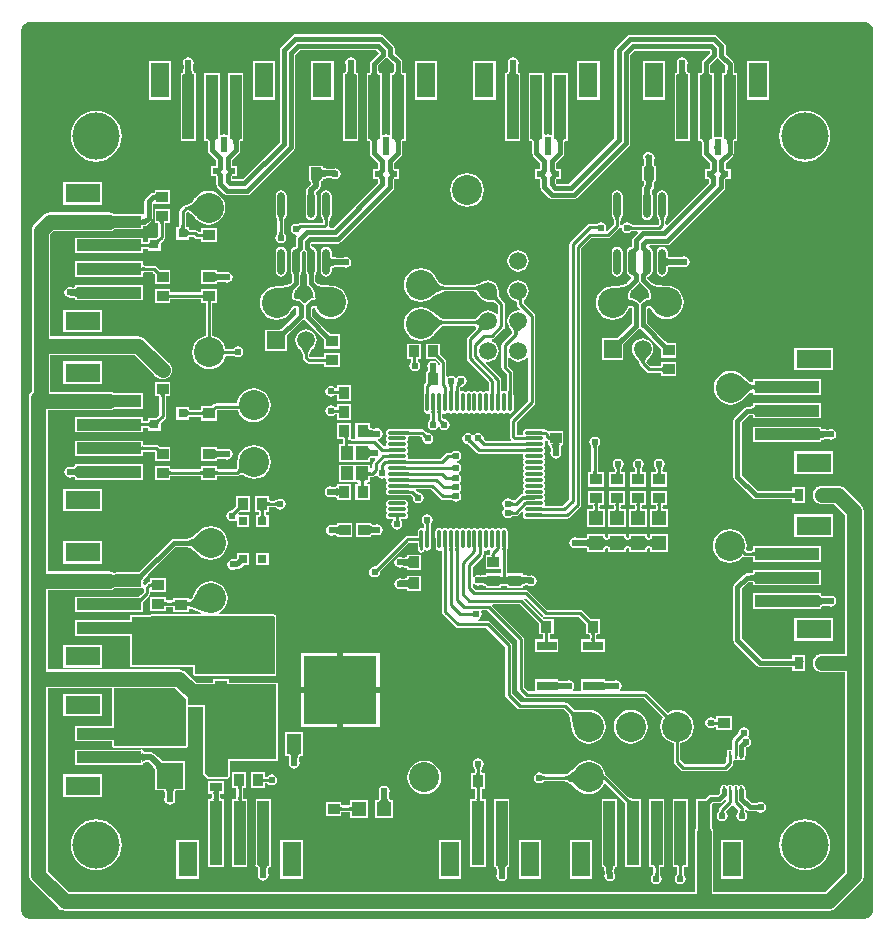
<source format=gtl>
G04*
G04 #@! TF.GenerationSoftware,Altium Limited,Altium Designer,19.1.8 (144)*
G04*
G04 Layer_Physical_Order=1*
G04 Layer_Color=255*
%FSLAX25Y25*%
%MOIN*%
G70*
G01*
G75*
%ADD11C,0.01000*%
%ADD16R,0.06693X0.03150*%
%ADD17R,0.02953X0.02756*%
%ADD18R,0.03543X0.03937*%
%ADD19R,0.21654X0.03937*%
%ADD20R,0.11811X0.06299*%
%ADD21R,0.03937X0.03543*%
%ADD22R,0.04724X0.06693*%
%ADD23R,0.06299X0.11811*%
%ADD24R,0.03937X0.21654*%
%ADD25R,0.08898X0.08504*%
%ADD26R,0.04724X0.04724*%
%ADD27R,0.04724X0.04724*%
%ADD28R,0.03000X0.04291*%
%ADD29R,0.04291X0.03000*%
%ADD30R,0.03150X0.03150*%
%ADD31O,0.06299X0.01181*%
%ADD32O,0.01181X0.06299*%
%ADD33O,0.02362X0.08661*%
G04:AMPARAMS|DCode=34|XSize=9.84mil|YSize=23.62mil|CornerRadius=1.97mil|HoleSize=0mil|Usage=FLASHONLY|Rotation=180.000|XOffset=0mil|YOffset=0mil|HoleType=Round|Shape=RoundedRectangle|*
%AMROUNDEDRECTD34*
21,1,0.00984,0.01968,0,0,180.0*
21,1,0.00591,0.02362,0,0,180.0*
1,1,0.00394,-0.00295,0.00984*
1,1,0.00394,0.00295,0.00984*
1,1,0.00394,0.00295,-0.00984*
1,1,0.00394,-0.00295,-0.00984*
%
%ADD34ROUNDEDRECTD34*%
%ADD35R,0.11811X0.06299*%
%ADD36R,0.24410X0.22835*%
%ADD37R,0.03937X0.04724*%
%ADD66R,0.02362X0.02165*%
%ADD67C,0.02000*%
%ADD68C,0.01500*%
%ADD69C,0.05000*%
%ADD70C,0.10000*%
%ADD71C,0.05906*%
%ADD72R,0.05906X0.05906*%
%ADD73R,0.05906X0.05906*%
%ADD74C,0.15748*%
%ADD75C,0.02400*%
G36*
X282722Y-1917D02*
X283261Y-2140D01*
X283746Y-2464D01*
X284158Y-2876D01*
X284482Y-3361D01*
X284705Y-3900D01*
X284819Y-4472D01*
Y-4764D01*
Y-297764D01*
Y-298055D01*
X284705Y-298627D01*
X284482Y-299166D01*
X284158Y-299651D01*
X283746Y-300064D01*
X283261Y-300388D01*
X282722Y-300611D01*
X282150Y-300725D01*
X3567D01*
X2995Y-300611D01*
X2456Y-300388D01*
X1971Y-300064D01*
X1558Y-299651D01*
X1234Y-299166D01*
X1011Y-298627D01*
X897Y-298055D01*
Y-297764D01*
Y-4764D01*
Y-4472D01*
X1011Y-3900D01*
X1234Y-3361D01*
X1558Y-2876D01*
X1971Y-2464D01*
X2456Y-2140D01*
X2995Y-1917D01*
X3567Y-1803D01*
X282150D01*
X282722Y-1917D01*
D02*
G37*
%LPC*%
G36*
X250199Y-14838D02*
X242700D01*
Y-27849D01*
X250199D01*
Y-14838D01*
D02*
G37*
G36*
X215552D02*
X208053D01*
Y-27849D01*
X215552D01*
Y-14838D01*
D02*
G37*
G36*
X193657D02*
X186158D01*
Y-27849D01*
X193657D01*
Y-14838D01*
D02*
G37*
G36*
X159011D02*
X151512D01*
Y-27849D01*
X159011D01*
Y-14838D01*
D02*
G37*
G36*
X139614D02*
X132115D01*
Y-27849D01*
X139614D01*
Y-14838D01*
D02*
G37*
G36*
X104969D02*
X97470D01*
Y-27849D01*
X104969D01*
Y-14838D01*
D02*
G37*
G36*
X85572D02*
X78074D01*
Y-27849D01*
X85572D01*
Y-14838D01*
D02*
G37*
G36*
X50927D02*
X43428D01*
Y-27849D01*
X50927D01*
Y-14838D01*
D02*
G37*
G36*
X221200Y-13565D02*
X220498Y-13704D01*
X219902Y-14102D01*
X219504Y-14698D01*
X219365Y-15400D01*
X219504Y-16102D01*
X219569Y-16198D01*
Y-17330D01*
X219551Y-17370D01*
X219542Y-17732D01*
X219518Y-18032D01*
X219481Y-18281D01*
X219433Y-18476D01*
X219382Y-18615D01*
X219337Y-18697D01*
X219309Y-18729D01*
X219307Y-18731D01*
X219220Y-18741D01*
X219161Y-18774D01*
X218684D01*
Y-19296D01*
X218646Y-19386D01*
X218661Y-19423D01*
X218650Y-19461D01*
X218684Y-19520D01*
Y-41628D01*
X223820D01*
Y-19501D01*
X223846Y-19454D01*
X223836Y-19419D01*
X223849Y-19386D01*
X223820Y-19316D01*
Y-18774D01*
X223330D01*
X223268Y-18740D01*
X223154Y-18728D01*
X223133Y-18721D01*
X223114Y-18708D01*
X223080Y-18672D01*
X223031Y-18592D01*
X222976Y-18458D01*
X222925Y-18268D01*
X222885Y-18024D01*
X222859Y-17729D01*
X222849Y-17369D01*
X222831Y-17329D01*
Y-16198D01*
X222896Y-16102D01*
X223035Y-15400D01*
X222896Y-14698D01*
X222498Y-14102D01*
X221902Y-13704D01*
X221200Y-13565D01*
D02*
G37*
G36*
X164800D02*
X164098Y-13704D01*
X163502Y-14102D01*
X163104Y-14698D01*
X162965Y-15400D01*
X163079Y-15973D01*
Y-17329D01*
X163061Y-17370D01*
X163052Y-17730D01*
X163027Y-18027D01*
X162987Y-18274D01*
X162938Y-18466D01*
X162885Y-18602D01*
X162837Y-18683D01*
X162807Y-18717D01*
X162795Y-18726D01*
X162785Y-18729D01*
X162682Y-18741D01*
X162621Y-18774D01*
X162142D01*
Y-19296D01*
X162104Y-19386D01*
X162118Y-19421D01*
X162108Y-19457D01*
X162142Y-19518D01*
Y-41628D01*
X167279D01*
Y-19518D01*
X167312Y-19457D01*
X167301Y-19421D01*
X167316Y-19386D01*
X167279Y-19296D01*
Y-18774D01*
X166799D01*
X166738Y-18741D01*
X166635Y-18729D01*
X166625Y-18726D01*
X166613Y-18717D01*
X166583Y-18683D01*
X166535Y-18602D01*
X166482Y-18466D01*
X166433Y-18274D01*
X166393Y-18027D01*
X166368Y-17730D01*
X166359Y-17370D01*
X166341Y-17329D01*
Y-16333D01*
X166496Y-16102D01*
X166635Y-15400D01*
X166496Y-14698D01*
X166098Y-14102D01*
X165502Y-13704D01*
X164800Y-13565D01*
D02*
G37*
G36*
X110700D02*
X109998Y-13704D01*
X109402Y-14102D01*
X109004Y-14698D01*
X108865Y-15400D01*
X109004Y-16102D01*
X109069Y-16198D01*
Y-17329D01*
X109051Y-17369D01*
X109041Y-17729D01*
X109016Y-18025D01*
X108975Y-18269D01*
X108925Y-18460D01*
X108870Y-18595D01*
X108822Y-18675D01*
X108789Y-18710D01*
X108772Y-18722D01*
X108754Y-18728D01*
X108643Y-18740D01*
X108581Y-18774D01*
X108099D01*
Y-19296D01*
X108062Y-19386D01*
X108076Y-19420D01*
X108066Y-19455D01*
X108099Y-19517D01*
Y-41628D01*
X113236D01*
Y-19520D01*
X113270Y-19459D01*
X113259Y-19422D01*
X113274Y-19386D01*
X113236Y-19296D01*
Y-18774D01*
X112758D01*
X112698Y-18741D01*
X112604Y-18730D01*
X112603Y-18730D01*
X112595Y-18724D01*
X112567Y-18691D01*
X112521Y-18610D01*
X112469Y-18472D01*
X112421Y-18278D01*
X112382Y-18030D01*
X112358Y-17732D01*
X112349Y-17370D01*
X112331Y-17330D01*
Y-16198D01*
X112396Y-16102D01*
X112535Y-15400D01*
X112396Y-14698D01*
X111998Y-14102D01*
X111402Y-13704D01*
X110700Y-13565D01*
D02*
G37*
G36*
X56600D02*
X55898Y-13704D01*
X55302Y-14102D01*
X54904Y-14698D01*
X54765Y-15400D01*
X54904Y-16102D01*
X54969Y-16198D01*
Y-17330D01*
X54951Y-17370D01*
X54942Y-17732D01*
X54917Y-18030D01*
X54879Y-18277D01*
X54830Y-18471D01*
X54778Y-18608D01*
X54732Y-18690D01*
X54703Y-18723D01*
X54695Y-18729D01*
X54692Y-18730D01*
X54597Y-18741D01*
X54536Y-18774D01*
X54058D01*
Y-19296D01*
X54020Y-19386D01*
X54035Y-19422D01*
X54024Y-19459D01*
X54058Y-19519D01*
Y-41628D01*
X59194D01*
Y-19517D01*
X59228Y-19455D01*
X59218Y-19420D01*
X59232Y-19386D01*
X59194Y-19296D01*
Y-18774D01*
X58714D01*
X58652Y-18740D01*
X58542Y-18729D01*
X58526Y-18723D01*
X58509Y-18712D01*
X58477Y-18676D01*
X58429Y-18596D01*
X58375Y-18461D01*
X58324Y-18270D01*
X58284Y-18025D01*
X58258Y-17730D01*
X58249Y-17369D01*
X58231Y-17329D01*
Y-16198D01*
X58296Y-16102D01*
X58435Y-15400D01*
X58296Y-14698D01*
X57898Y-14102D01*
X57302Y-13704D01*
X56600Y-13565D01*
D02*
G37*
G36*
X262083Y-31414D02*
X260421Y-31578D01*
X258824Y-32062D01*
X257352Y-32849D01*
X256062Y-33908D01*
X255003Y-35198D01*
X254216Y-36671D01*
X253731Y-38268D01*
X253568Y-39929D01*
X253731Y-41590D01*
X254216Y-43188D01*
X255003Y-44660D01*
X256062Y-45950D01*
X257352Y-47009D01*
X258824Y-47796D01*
X260421Y-48281D01*
X262083Y-48444D01*
X263744Y-48281D01*
X265341Y-47796D01*
X266813Y-47009D01*
X268104Y-45950D01*
X269163Y-44660D01*
X269950Y-43188D01*
X270434Y-41590D01*
X270598Y-39929D01*
X270434Y-38268D01*
X269950Y-36671D01*
X269163Y-35198D01*
X268104Y-33908D01*
X266813Y-32849D01*
X265341Y-32062D01*
X263744Y-31578D01*
X262083Y-31414D01*
D02*
G37*
G36*
X25862D02*
X24201Y-31578D01*
X22604Y-32062D01*
X21132Y-32849D01*
X19841Y-33908D01*
X18782Y-35198D01*
X17995Y-36671D01*
X17511Y-38268D01*
X17347Y-39929D01*
X17511Y-41590D01*
X17995Y-43188D01*
X18782Y-44660D01*
X19841Y-45950D01*
X21132Y-47009D01*
X22604Y-47796D01*
X24201Y-48281D01*
X25862Y-48444D01*
X27523Y-48281D01*
X29121Y-47796D01*
X30593Y-47009D01*
X31883Y-45950D01*
X32942Y-44660D01*
X33729Y-43188D01*
X34214Y-41590D01*
X34377Y-39929D01*
X34214Y-38268D01*
X33729Y-36671D01*
X32942Y-35198D01*
X31883Y-33908D01*
X30593Y-32849D01*
X29121Y-32062D01*
X27523Y-31578D01*
X25862Y-31414D01*
D02*
G37*
G36*
X100909Y-49744D02*
X100874Y-49759D01*
X100838Y-49748D01*
X100777Y-49782D01*
X96778D01*
Y-54152D01*
X96750Y-54197D01*
X96763Y-54253D01*
X96741Y-54307D01*
X96778Y-54397D01*
Y-54919D01*
X97196D01*
X97226Y-55000D01*
X97266Y-55158D01*
X97300Y-55364D01*
X97337Y-55856D01*
X96366Y-56827D01*
X96013Y-57356D01*
X95889Y-57980D01*
Y-58958D01*
X95822Y-59057D01*
X95684Y-59752D01*
Y-66051D01*
X95822Y-66746D01*
X96216Y-67335D01*
X96805Y-67729D01*
X97500Y-67867D01*
X98195Y-67729D01*
X98784Y-67335D01*
X99178Y-66746D01*
X99316Y-66051D01*
Y-59752D01*
X99178Y-59057D01*
X99151Y-59017D01*
Y-58656D01*
X100154Y-57653D01*
X100507Y-57124D01*
X100631Y-56500D01*
Y-56363D01*
X100649Y-56322D01*
X100658Y-55961D01*
X100682Y-55662D01*
X100720Y-55413D01*
X100767Y-55218D01*
X100819Y-55079D01*
X100864Y-54998D01*
X100892Y-54965D01*
X100896Y-54962D01*
X100984Y-54952D01*
X101043Y-54919D01*
X101521D01*
Y-54439D01*
X101555Y-54378D01*
X101566Y-54275D01*
X101570Y-54265D01*
X101578Y-54254D01*
X101612Y-54223D01*
X101693Y-54176D01*
X101829Y-54123D01*
X102022Y-54073D01*
X102268Y-54034D01*
X102565Y-54009D01*
X102926Y-54000D01*
X102966Y-53982D01*
X104478D01*
X104798Y-54196D01*
X105500Y-54335D01*
X106202Y-54196D01*
X106798Y-53798D01*
X107196Y-53202D01*
X107335Y-52500D01*
X107196Y-51798D01*
X106798Y-51202D01*
X106202Y-50804D01*
X105500Y-50665D01*
X105227Y-50719D01*
X102966D01*
X102926Y-50701D01*
X102565Y-50692D01*
X102268Y-50667D01*
X102022Y-50628D01*
X101829Y-50578D01*
X101693Y-50525D01*
X101612Y-50478D01*
X101578Y-50447D01*
X101570Y-50435D01*
X101566Y-50425D01*
X101555Y-50323D01*
X101521Y-50262D01*
Y-49782D01*
X101000D01*
X100909Y-49744D01*
D02*
G37*
G36*
X50468Y-57879D02*
X45331D01*
Y-58780D01*
X45309Y-58787D01*
X45211Y-58809D01*
X44857Y-58846D01*
X44635Y-58851D01*
X44529Y-58898D01*
X44123Y-58979D01*
X43676Y-59277D01*
X43676Y-59277D01*
X42327Y-60627D01*
X42028Y-61073D01*
X41924Y-61600D01*
Y-65503D01*
X41628Y-65881D01*
X31946D01*
X31764Y-65741D01*
X31010Y-65429D01*
X30201Y-65322D01*
X10429D01*
X10429Y-65322D01*
X9620Y-65429D01*
X8866Y-65741D01*
X8218Y-66238D01*
X8218Y-66238D01*
X5289Y-69167D01*
X4792Y-69815D01*
X4480Y-70569D01*
X4426Y-70973D01*
X4373Y-71378D01*
X4373Y-71378D01*
Y-109800D01*
Y-124910D01*
X3892Y-125537D01*
X3580Y-126291D01*
X3473Y-127100D01*
X3473Y-127100D01*
Y-286100D01*
X3473Y-286100D01*
X3526Y-286505D01*
X3580Y-286909D01*
X3892Y-287663D01*
X4389Y-288311D01*
X13289Y-297211D01*
X13937Y-297708D01*
X14691Y-298020D01*
X15500Y-298127D01*
X228500D01*
X228500Y-298127D01*
X228500Y-298127D01*
X270000D01*
X270000Y-298127D01*
X270405Y-298074D01*
X270809Y-298020D01*
X271563Y-297708D01*
X272211Y-297211D01*
X280811Y-288611D01*
X280811Y-288611D01*
X281308Y-287963D01*
X281491Y-287522D01*
X281620Y-287209D01*
X281674Y-286805D01*
X281727Y-286400D01*
X281727Y-286400D01*
Y-216000D01*
X281727Y-216000D01*
X281727Y-216000D01*
Y-165000D01*
X281620Y-164191D01*
X281308Y-163437D01*
X280811Y-162789D01*
X280811Y-162789D01*
X275311Y-157289D01*
X274663Y-156792D01*
X273909Y-156480D01*
X273505Y-156427D01*
X273100Y-156373D01*
X273100Y-156373D01*
X267957D01*
X267147Y-156480D01*
X266485Y-156754D01*
X265857D01*
Y-157204D01*
X265746Y-157289D01*
X265249Y-157937D01*
X264936Y-158691D01*
X264830Y-159500D01*
X264936Y-160309D01*
X265249Y-161063D01*
X265746Y-161711D01*
X265857Y-161796D01*
Y-162246D01*
X266485D01*
X267147Y-162520D01*
X267957Y-162627D01*
X271805D01*
X275473Y-166295D01*
Y-212373D01*
X267957D01*
X267147Y-212480D01*
X266485Y-212754D01*
X265857D01*
Y-213204D01*
X265746Y-213289D01*
X265249Y-213937D01*
X264936Y-214691D01*
X264830Y-215500D01*
X264936Y-216309D01*
X265249Y-217063D01*
X265746Y-217711D01*
X265857Y-217796D01*
Y-218246D01*
X266485D01*
X267147Y-218520D01*
X267957Y-218627D01*
X275473D01*
Y-285105D01*
X268705Y-291873D01*
X231556D01*
Y-272142D01*
X231449Y-271333D01*
X231137Y-270579D01*
X230997Y-270397D01*
Y-262662D01*
X231483Y-262176D01*
X233600D01*
X234127Y-262072D01*
X234573Y-261773D01*
X235177Y-261169D01*
X235707Y-261347D01*
X235738Y-261568D01*
X233707Y-263599D01*
X233464Y-263963D01*
X233378Y-264392D01*
X233379Y-264392D01*
Y-264609D01*
X233351Y-264671D01*
X233348Y-264773D01*
X233341Y-264847D01*
X233331Y-264913D01*
X233318Y-264970D01*
X233303Y-265019D01*
X233286Y-265061D01*
X233268Y-265096D01*
X233249Y-265127D01*
X233228Y-265154D01*
X233184Y-265201D01*
X233160Y-265265D01*
X232804Y-265798D01*
X232665Y-266500D01*
X232804Y-267202D01*
X233202Y-267798D01*
X233798Y-268196D01*
X234500Y-268335D01*
X235202Y-268196D01*
X235798Y-267798D01*
X236196Y-267202D01*
X236335Y-266500D01*
X236196Y-265798D01*
X235840Y-265265D01*
X235816Y-265201D01*
X235772Y-265154D01*
X235751Y-265127D01*
X235732Y-265096D01*
X235714Y-265061D01*
X235697Y-265019D01*
X235682Y-264970D01*
X235669Y-264913D01*
X235659Y-264847D01*
X235656Y-264822D01*
X237634Y-262844D01*
X238096Y-262789D01*
X238279Y-262865D01*
X239879Y-264465D01*
Y-264609D01*
X239851Y-264671D01*
X239848Y-264773D01*
X239841Y-264847D01*
X239831Y-264913D01*
X239818Y-264970D01*
X239803Y-265019D01*
X239786Y-265061D01*
X239768Y-265096D01*
X239749Y-265127D01*
X239728Y-265154D01*
X239684Y-265201D01*
X239661Y-265265D01*
X239304Y-265798D01*
X239165Y-266500D01*
X239304Y-267202D01*
X239702Y-267798D01*
X240298Y-268196D01*
X241000Y-268335D01*
X241702Y-268196D01*
X242298Y-267798D01*
X242696Y-267202D01*
X242835Y-266500D01*
X242696Y-265798D01*
X242339Y-265265D01*
X242316Y-265201D01*
X242272Y-265154D01*
X242251Y-265127D01*
X242232Y-265096D01*
X242214Y-265061D01*
X242197Y-265019D01*
X242182Y-264970D01*
X242169Y-264913D01*
X242159Y-264847D01*
X242152Y-264773D01*
X242150Y-264704D01*
X242233Y-264627D01*
X242443Y-264518D01*
X242621Y-264468D01*
X242727Y-264573D01*
X243173Y-264872D01*
X243700Y-264977D01*
X243700Y-264977D01*
X246120D01*
X246598Y-265296D01*
X247300Y-265435D01*
X248002Y-265296D01*
X248598Y-264898D01*
X248996Y-264302D01*
X249135Y-263600D01*
X248996Y-262898D01*
X248598Y-262302D01*
X248002Y-261904D01*
X247300Y-261765D01*
X246598Y-261904D01*
X246120Y-262224D01*
X244270D01*
X242329Y-260283D01*
Y-258033D01*
X242224Y-257506D01*
X242060Y-257261D01*
Y-257049D01*
X241999Y-256738D01*
X241823Y-256474D01*
X241559Y-256298D01*
X241248Y-256236D01*
X240657D01*
X240347Y-256298D01*
X240340Y-256302D01*
X239968Y-256434D01*
X239597Y-256302D01*
X239590Y-256298D01*
X239280Y-256236D01*
X238689D01*
X238378Y-256298D01*
X238372Y-256302D01*
X238000Y-256434D01*
X237628Y-256302D01*
X237622Y-256298D01*
X237311Y-256236D01*
X236720D01*
X236410Y-256298D01*
X236403Y-256302D01*
X236032Y-256434D01*
X235660Y-256302D01*
X235653Y-256298D01*
X235343Y-256236D01*
X234752D01*
X234441Y-256298D01*
X234177Y-256474D01*
X234001Y-256738D01*
X233940Y-257049D01*
Y-257261D01*
X233776Y-257506D01*
X233671Y-258033D01*
Y-258783D01*
X233030Y-259423D01*
X230912D01*
X230386Y-259528D01*
X229939Y-259827D01*
X229051Y-260715D01*
X225861D01*
Y-270397D01*
X225721Y-270579D01*
X225409Y-271333D01*
X225302Y-272142D01*
Y-291873D01*
X16795D01*
X9727Y-284805D01*
Y-223881D01*
X31251D01*
Y-236494D01*
X18774D01*
Y-241632D01*
X31251D01*
Y-243100D01*
X31441Y-243559D01*
X31900Y-243749D01*
X55900D01*
X56359Y-243559D01*
X56549Y-243100D01*
Y-230049D01*
X61351D01*
Y-252300D01*
X61541Y-252759D01*
X62641Y-253859D01*
X63100Y-254049D01*
X69500D01*
X69959Y-253859D01*
X70159Y-253659D01*
X70349Y-253200D01*
Y-248249D01*
X85900D01*
X86359Y-248059D01*
X86549Y-247600D01*
Y-222700D01*
X86359Y-222241D01*
X85900Y-222051D01*
X70069D01*
Y-220878D01*
X64931D01*
Y-222051D01*
X59189D01*
X55682Y-218543D01*
X55034Y-218046D01*
X54280Y-217734D01*
X53876Y-217681D01*
X53471Y-217628D01*
X53471Y-217628D01*
X9727D01*
Y-191253D01*
X30201D01*
X31010Y-191146D01*
X31764Y-190834D01*
X31946Y-190694D01*
X41178D01*
X41628Y-190694D01*
X41678Y-191174D01*
Y-191795D01*
X40636Y-192838D01*
X40574Y-192861D01*
X40193Y-193215D01*
X40050Y-193330D01*
X39928Y-193416D01*
X39900Y-193431D01*
X39663D01*
X39602Y-193406D01*
X39551Y-193427D01*
X39498Y-193414D01*
X39470Y-193431D01*
X18774D01*
Y-198568D01*
X41628D01*
Y-195589D01*
X41645Y-195561D01*
X41633Y-195508D01*
X41653Y-195458D01*
X41628Y-195396D01*
Y-195159D01*
X41644Y-195132D01*
X41725Y-195016D01*
X42005Y-194686D01*
X42190Y-194495D01*
X42216Y-194430D01*
X43593Y-193053D01*
X43593Y-193052D01*
X43836Y-192689D01*
X43902Y-192359D01*
X43922Y-192260D01*
X43922Y-192257D01*
X43931Y-191872D01*
X49068D01*
Y-187128D01*
X43931D01*
Y-188417D01*
X43880Y-188425D01*
X43762Y-188434D01*
X43602Y-188438D01*
X43475Y-188494D01*
X43188Y-188551D01*
X42824Y-188794D01*
X42824Y-188794D01*
X42128Y-189490D01*
X41650Y-189327D01*
X41628Y-189309D01*
Y-188460D01*
X41638Y-188445D01*
X41628Y-188387D01*
Y-188370D01*
X41653Y-188310D01*
X41628Y-188247D01*
Y-187850D01*
X41702Y-187713D01*
X41851Y-187488D01*
X42689Y-186500D01*
X43072Y-186107D01*
X43094Y-186053D01*
X52270Y-176876D01*
X55964D01*
X56005Y-176897D01*
X56305Y-176921D01*
X56587Y-176985D01*
X56906Y-177099D01*
X57259Y-177265D01*
X57643Y-177488D01*
X58056Y-177767D01*
X58491Y-178100D01*
X59457Y-178952D01*
X59973Y-179462D01*
X59985Y-179467D01*
X60006Y-179494D01*
X61176Y-180392D01*
X62538Y-180956D01*
X64000Y-181148D01*
X65462Y-180956D01*
X66824Y-180392D01*
X67994Y-179494D01*
X68892Y-178324D01*
X69456Y-176962D01*
X69648Y-175500D01*
X69456Y-174038D01*
X68892Y-172676D01*
X67994Y-171506D01*
X66824Y-170608D01*
X65462Y-170044D01*
X64000Y-169852D01*
X62538Y-170044D01*
X61176Y-170608D01*
X60006Y-171506D01*
X59985Y-171533D01*
X59973Y-171538D01*
X59457Y-172048D01*
X58491Y-172900D01*
X58056Y-173232D01*
X57643Y-173512D01*
X57259Y-173734D01*
X56906Y-173901D01*
X56587Y-174015D01*
X56305Y-174079D01*
X56005Y-174103D01*
X55964Y-174124D01*
X51700D01*
X51700Y-174124D01*
X51173Y-174228D01*
X50727Y-174527D01*
X41147Y-184106D01*
X41093Y-184128D01*
X40697Y-184514D01*
X40007Y-185123D01*
X39801Y-185281D01*
X32500D01*
X31973Y-185386D01*
X31839Y-185476D01*
X31764Y-185418D01*
X31010Y-185106D01*
X30201Y-184999D01*
X9727D01*
Y-131316D01*
X30201D01*
X31010Y-131209D01*
X31764Y-130897D01*
X31946Y-130757D01*
X41628D01*
Y-125620D01*
X31946D01*
X31764Y-125481D01*
X31010Y-125169D01*
X30201Y-125062D01*
X10627D01*
Y-112927D01*
X38655D01*
X42026Y-116298D01*
X42048Y-116352D01*
X42716Y-117023D01*
X45195Y-119586D01*
X45432Y-119996D01*
X45432Y-120222D01*
X45842Y-120227D01*
X45911Y-120222D01*
X45933Y-120222D01*
X46009Y-120259D01*
X46034Y-120250D01*
X46437Y-120558D01*
X47191Y-120871D01*
X48000Y-120977D01*
X48809Y-120871D01*
X49563Y-120558D01*
X50002Y-120222D01*
X50568D01*
Y-119595D01*
X50708Y-119414D01*
X51020Y-118660D01*
X51127Y-117850D01*
X51020Y-117041D01*
X50708Y-116287D01*
X50597Y-116142D01*
X50605Y-116125D01*
X50597Y-116102D01*
X50606Y-116080D01*
X50568Y-115994D01*
Y-115479D01*
X50258D01*
X44924Y-110321D01*
X44871Y-110300D01*
X42161Y-107589D01*
X41513Y-107092D01*
X40759Y-106780D01*
X39950Y-106673D01*
X39950Y-106673D01*
X10627D01*
Y-72673D01*
X11724Y-71576D01*
X30201D01*
X31010Y-71469D01*
X31764Y-71157D01*
X31946Y-71017D01*
X41628D01*
Y-69861D01*
X41796Y-69850D01*
X41958Y-69848D01*
X42064Y-69803D01*
X42478Y-69721D01*
X42924Y-69422D01*
X44273Y-68073D01*
X44572Y-67627D01*
X44677Y-67100D01*
X44676Y-67100D01*
Y-62492D01*
X44831Y-62386D01*
X45331Y-62622D01*
Y-62622D01*
X50468D01*
Y-57879D01*
D02*
G37*
G36*
X27849Y-55251D02*
X14838D01*
Y-62749D01*
X27849D01*
Y-55251D01*
D02*
G37*
G36*
X149500Y-52252D02*
X148038Y-52444D01*
X146676Y-53008D01*
X145506Y-53906D01*
X144608Y-55076D01*
X144044Y-56438D01*
X143852Y-57900D01*
X144044Y-59362D01*
X144608Y-60724D01*
X145506Y-61894D01*
X146676Y-62792D01*
X148038Y-63356D01*
X149500Y-63548D01*
X150962Y-63356D01*
X152324Y-62792D01*
X153494Y-61894D01*
X154392Y-60724D01*
X154956Y-59362D01*
X155148Y-57900D01*
X154956Y-56438D01*
X154392Y-55076D01*
X153494Y-53906D01*
X152324Y-53008D01*
X150962Y-52444D01*
X149500Y-52252D01*
D02*
G37*
G36*
X209800Y-45147D02*
X209176Y-45272D01*
X208646Y-45625D01*
X208293Y-46155D01*
X208169Y-46779D01*
X208293Y-47403D01*
X208401Y-47565D01*
X208454Y-47831D01*
X208518Y-47927D01*
Y-48340D01*
X208500Y-48381D01*
X208493Y-48746D01*
X208472Y-49051D01*
X208440Y-49308D01*
X208398Y-49512D01*
X208352Y-49660D01*
X208312Y-49747D01*
X208310Y-49749D01*
X208301Y-49751D01*
X208247Y-49782D01*
X207778D01*
Y-50304D01*
X207740Y-50394D01*
X207759Y-50437D01*
X207747Y-50483D01*
X207778Y-50536D01*
Y-54167D01*
X207746Y-54223D01*
X207757Y-54266D01*
X207740Y-54307D01*
X207778Y-54397D01*
Y-54919D01*
X208251D01*
X208306Y-54951D01*
X208343Y-54956D01*
X208353Y-54969D01*
X208395Y-55054D01*
X208443Y-55199D01*
X208485Y-55389D01*
X208532Y-55861D01*
X208347Y-56046D01*
X207993Y-56576D01*
X207887Y-57110D01*
X207851Y-57195D01*
X207837Y-59035D01*
X207822Y-59057D01*
X207684Y-59752D01*
Y-66051D01*
X207822Y-66746D01*
X208216Y-67335D01*
X208805Y-67729D01*
X209500Y-67867D01*
X210195Y-67729D01*
X210784Y-67335D01*
X211178Y-66746D01*
X211316Y-66051D01*
Y-59752D01*
X211178Y-59057D01*
X211169Y-59044D01*
X211157Y-57851D01*
X211353Y-57653D01*
X211707Y-57124D01*
X211831Y-56500D01*
Y-56360D01*
X211849Y-56319D01*
X211856Y-55953D01*
X211875Y-55645D01*
X211906Y-55386D01*
X211946Y-55179D01*
X211990Y-55027D01*
X212029Y-54937D01*
X212031Y-54933D01*
X212055Y-54919D01*
X212521D01*
Y-54397D01*
X212559Y-54307D01*
X212539Y-54260D01*
X212552Y-54212D01*
X212521Y-54161D01*
Y-50536D01*
X212552Y-50483D01*
X212541Y-50437D01*
X212559Y-50394D01*
X212521Y-50304D01*
Y-49782D01*
X212052D01*
X211998Y-49751D01*
X211989Y-49749D01*
X211987Y-49747D01*
X211947Y-49660D01*
X211901Y-49512D01*
X211861Y-49318D01*
X211806Y-48737D01*
X211799Y-48381D01*
X211781Y-48340D01*
Y-47927D01*
X211845Y-47831D01*
X211985Y-47128D01*
X211845Y-46426D01*
X211447Y-45831D01*
X210852Y-45433D01*
X210587Y-45380D01*
X210424Y-45272D01*
X209800Y-45147D01*
D02*
G37*
G36*
X63300Y-58152D02*
X61838Y-58344D01*
X60476Y-58908D01*
X59306Y-59806D01*
X58691Y-60608D01*
X58635Y-60632D01*
X58614Y-60684D01*
X58568Y-60715D01*
X58276Y-61139D01*
X57995Y-61501D01*
X57717Y-61813D01*
X57442Y-62077D01*
X57171Y-62293D01*
X56908Y-62464D01*
X56650Y-62592D01*
X56398Y-62680D01*
X56150Y-62732D01*
X55856Y-62752D01*
X55738Y-62811D01*
X55471Y-62864D01*
X55107Y-63107D01*
X55107Y-63107D01*
X53931Y-64283D01*
X53688Y-64646D01*
X53603Y-65076D01*
X53603Y-65076D01*
Y-69618D01*
X53575Y-69680D01*
X53571Y-69853D01*
X53560Y-69980D01*
X53544Y-70077D01*
X53541Y-70085D01*
X52550D01*
Y-74435D01*
X56899D01*
Y-73445D01*
X56915Y-73440D01*
X57009Y-73425D01*
X57134Y-73413D01*
X57304Y-73409D01*
X57366Y-73381D01*
X58295D01*
X58707Y-73793D01*
X58707Y-73793D01*
X59071Y-74036D01*
X59500Y-74122D01*
X60464D01*
X60527Y-74149D01*
X60699Y-74154D01*
X60827Y-74165D01*
X60923Y-74181D01*
X60931Y-74183D01*
Y-75222D01*
X66069D01*
Y-70479D01*
X60931D01*
Y-71817D01*
X60923Y-71819D01*
X60827Y-71835D01*
X60699Y-71846D01*
X60527Y-71851D01*
X60464Y-71878D01*
X59965D01*
X59553Y-71467D01*
X59189Y-71224D01*
X58760Y-71138D01*
X58760Y-71138D01*
X57366D01*
X57304Y-71111D01*
X57134Y-71106D01*
X57009Y-71095D01*
X56915Y-71079D01*
X56899Y-71075D01*
Y-70085D01*
X55907D01*
X55905Y-70077D01*
X55889Y-69980D01*
X55878Y-69853D01*
X55874Y-69680D01*
X55846Y-69618D01*
Y-65540D01*
X56290Y-65096D01*
X56408Y-65120D01*
X56668Y-65208D01*
X56936Y-65336D01*
X57212Y-65507D01*
X57496Y-65723D01*
X57787Y-65985D01*
X58082Y-66295D01*
X58382Y-66652D01*
X58694Y-67071D01*
X58743Y-67100D01*
X58765Y-67152D01*
X58834Y-67179D01*
X59306Y-67794D01*
X60476Y-68692D01*
X61838Y-69256D01*
X63300Y-69448D01*
X64762Y-69256D01*
X66124Y-68692D01*
X67294Y-67794D01*
X68192Y-66624D01*
X68756Y-65262D01*
X68948Y-63800D01*
X68756Y-62338D01*
X68192Y-60976D01*
X67294Y-59806D01*
X66124Y-58908D01*
X64762Y-58344D01*
X63300Y-58152D01*
D02*
G37*
G36*
X231925Y-6124D02*
X203765D01*
X203238Y-6228D01*
X202791Y-6527D01*
X202791Y-6527D01*
X199027Y-10291D01*
X198728Y-10738D01*
X198624Y-11265D01*
Y-40594D01*
X183494Y-55724D01*
X179446D01*
X179126Y-55404D01*
Y-54422D01*
X179225Y-54324D01*
X180840D01*
Y-50959D01*
X179323D01*
X179135Y-50771D01*
Y-48843D01*
X181431Y-46547D01*
X181431Y-46547D01*
X181730Y-46100D01*
X181834Y-45573D01*
X181834Y-45573D01*
Y-42584D01*
X181857Y-42533D01*
X181864Y-42266D01*
X181883Y-42053D01*
X181911Y-41882D01*
X181945Y-41755D01*
X181978Y-41674D01*
X181990Y-41654D01*
X182027Y-41650D01*
X182067Y-41628D01*
X183027D01*
Y-18774D01*
X177890D01*
Y-39262D01*
X177390Y-39529D01*
X177202Y-39404D01*
X176500Y-39265D01*
X175798Y-39404D01*
X175653Y-39501D01*
X175153Y-39234D01*
Y-18774D01*
X170016D01*
Y-41628D01*
X170975D01*
X171016Y-41650D01*
X171052Y-41654D01*
X171064Y-41674D01*
X171097Y-41755D01*
X171131Y-41882D01*
X171159Y-42053D01*
X171178Y-42266D01*
X171185Y-42533D01*
X171207Y-42584D01*
Y-45615D01*
X171312Y-46142D01*
X171611Y-46589D01*
X173882Y-48860D01*
Y-50754D01*
X173677Y-50959D01*
X172160D01*
Y-54324D01*
X173775D01*
X173874Y-54422D01*
Y-57010D01*
X173978Y-57537D01*
X174277Y-57983D01*
X176867Y-60573D01*
X177313Y-60872D01*
X177840Y-60976D01*
X177840Y-60976D01*
X185100D01*
X185627Y-60872D01*
X186073Y-60573D01*
X203473Y-43173D01*
X203772Y-42727D01*
X203876Y-42200D01*
Y-12870D01*
X205370Y-11376D01*
X230320D01*
X230392Y-11449D01*
Y-12455D01*
X228153Y-14694D01*
X227854Y-15141D01*
X227749Y-15668D01*
Y-17818D01*
X227727Y-17869D01*
X227720Y-18134D01*
X227701Y-18344D01*
X227673Y-18513D01*
X227640Y-18638D01*
X227607Y-18717D01*
X227595Y-18736D01*
X227558Y-18740D01*
X227496Y-18774D01*
X226557D01*
Y-41628D01*
X227517D01*
X227557Y-41650D01*
X227594Y-41654D01*
X227606Y-41674D01*
X227639Y-41755D01*
X227673Y-41882D01*
X227701Y-42053D01*
X227720Y-42266D01*
X227727Y-42533D01*
X227749Y-42584D01*
Y-45657D01*
X227854Y-46184D01*
X228153Y-46630D01*
X230400Y-48878D01*
Y-50736D01*
X230177Y-50959D01*
X228660D01*
Y-54324D01*
X229951D01*
X229989Y-54346D01*
X230029Y-54350D01*
X230043Y-54374D01*
X230076Y-54454D01*
X230110Y-54581D01*
X230138Y-54752D01*
X230156Y-54963D01*
X230163Y-55229D01*
X230186Y-55281D01*
Y-55404D01*
X216122Y-69469D01*
X215621Y-69262D01*
Y-68185D01*
X215649Y-68121D01*
X215654Y-67859D01*
X215667Y-67644D01*
X215687Y-67466D01*
X215701Y-67391D01*
X215784Y-67335D01*
X215919Y-67133D01*
X215950Y-67120D01*
X215970Y-67072D01*
X216015Y-67044D01*
X216036Y-66959D01*
X216178Y-66746D01*
X216316Y-66051D01*
Y-59752D01*
X216178Y-59057D01*
X215784Y-58468D01*
X215195Y-58074D01*
X214500Y-57936D01*
X213805Y-58074D01*
X213216Y-58468D01*
X212822Y-59057D01*
X212684Y-59752D01*
Y-66051D01*
X212822Y-66746D01*
X212965Y-66959D01*
X212985Y-67044D01*
X213030Y-67072D01*
X213050Y-67120D01*
X213081Y-67133D01*
X213216Y-67335D01*
X213299Y-67391D01*
X213311Y-67457D01*
X213346Y-67867D01*
X213351Y-68121D01*
X213379Y-68185D01*
Y-69157D01*
X213157Y-69378D01*
X204691D01*
X204629Y-69351D01*
X204527Y-69348D01*
X204452Y-69341D01*
X204387Y-69331D01*
X204330Y-69318D01*
X204281Y-69303D01*
X204239Y-69286D01*
X204204Y-69268D01*
X204173Y-69249D01*
X204146Y-69228D01*
X204099Y-69184D01*
X204035Y-69160D01*
X203502Y-68804D01*
X202800Y-68665D01*
X202098Y-68804D01*
X201502Y-69202D01*
X201104Y-69798D01*
X200622Y-69689D01*
Y-68185D01*
X200649Y-68121D01*
X200654Y-67859D01*
X200667Y-67644D01*
X200687Y-67466D01*
X200701Y-67391D01*
X200784Y-67335D01*
X200919Y-67133D01*
X200950Y-67120D01*
X200970Y-67072D01*
X201015Y-67044D01*
X201035Y-66959D01*
X201178Y-66746D01*
X201316Y-66051D01*
Y-59752D01*
X201178Y-59057D01*
X200784Y-58468D01*
X200195Y-58074D01*
X199500Y-57936D01*
X198805Y-58074D01*
X198216Y-58468D01*
X197822Y-59057D01*
X197684Y-59752D01*
Y-66051D01*
X197822Y-66746D01*
X197965Y-66959D01*
X197985Y-67044D01*
X198030Y-67072D01*
X198050Y-67120D01*
X198081Y-67133D01*
X198216Y-67335D01*
X198299Y-67391D01*
X198311Y-67457D01*
X198346Y-67867D01*
X198351Y-68121D01*
X198378Y-68185D01*
Y-69335D01*
X196166Y-71548D01*
X195796Y-71244D01*
X195800Y-71178D01*
X195935Y-70500D01*
X195796Y-69798D01*
X195398Y-69202D01*
X194802Y-68804D01*
X194100Y-68665D01*
X193398Y-68804D01*
X192948Y-69105D01*
X192814Y-69078D01*
X192814Y-69078D01*
X190400D01*
X190400Y-69078D01*
X189971Y-69164D01*
X189607Y-69407D01*
X189607Y-69407D01*
X183907Y-75107D01*
X183664Y-75471D01*
X183578Y-75900D01*
X183578Y-75900D01*
Y-160935D01*
X181340Y-163174D01*
X175861D01*
X175624Y-162912D01*
X175544Y-162644D01*
X175608Y-162327D01*
X175515Y-161862D01*
X175252Y-161468D01*
Y-161217D01*
X175515Y-160823D01*
X175608Y-160358D01*
X175515Y-159894D01*
X175252Y-159500D01*
Y-159248D01*
X175515Y-158854D01*
X175608Y-158390D01*
X175515Y-157925D01*
X175252Y-157531D01*
Y-157280D01*
X175515Y-156886D01*
X175608Y-156421D01*
X175515Y-155957D01*
X175252Y-155563D01*
Y-155311D01*
X175515Y-154917D01*
X175608Y-154453D01*
X175515Y-153988D01*
X175252Y-153594D01*
Y-153343D01*
X175515Y-152949D01*
X175608Y-152484D01*
X175515Y-152020D01*
X175252Y-151626D01*
Y-151374D01*
X175515Y-150980D01*
X175608Y-150516D01*
X175515Y-150051D01*
X175252Y-149657D01*
Y-149406D01*
X175515Y-149012D01*
X175608Y-148547D01*
X175515Y-148083D01*
X175252Y-147689D01*
Y-147437D01*
X175515Y-147043D01*
X175608Y-146579D01*
X175515Y-146114D01*
X175252Y-145720D01*
Y-145469D01*
X175515Y-145075D01*
X175608Y-144610D01*
X175515Y-144146D01*
X175252Y-143752D01*
Y-143500D01*
X175515Y-143106D01*
X175608Y-142642D01*
X175515Y-142177D01*
X175386Y-141983D01*
X175385Y-141973D01*
X175516Y-141663D01*
X176062Y-141531D01*
X176071Y-141536D01*
X176360Y-141594D01*
X176432Y-141625D01*
Y-142277D01*
X176398Y-142338D01*
X176409Y-142374D01*
X176394Y-142409D01*
X176432Y-142500D01*
Y-143021D01*
X176911D01*
X176972Y-143055D01*
X177075Y-143066D01*
X177085Y-143070D01*
X177097Y-143078D01*
X177127Y-143113D01*
X177175Y-143193D01*
X177228Y-143329D01*
X177277Y-143522D01*
X177317Y-143768D01*
X177342Y-144065D01*
X177351Y-144426D01*
X177369Y-144466D01*
Y-144802D01*
X177304Y-144898D01*
X177165Y-145600D01*
X177304Y-146302D01*
X177702Y-146898D01*
X178298Y-147296D01*
X179000Y-147435D01*
X179702Y-147296D01*
X180298Y-146898D01*
X180696Y-146302D01*
X180835Y-145600D01*
X180696Y-144898D01*
X180631Y-144802D01*
Y-144466D01*
X180649Y-144426D01*
X180658Y-144065D01*
X180683Y-143768D01*
X180723Y-143522D01*
X180772Y-143329D01*
X180825Y-143193D01*
X180873Y-143113D01*
X180903Y-143078D01*
X180915Y-143070D01*
X180925Y-143066D01*
X181027Y-143055D01*
X181089Y-143021D01*
X181569D01*
Y-142500D01*
X181606Y-142409D01*
X181591Y-142374D01*
X181602Y-142338D01*
X181569Y-142277D01*
Y-138278D01*
X176539D01*
X176207Y-137946D01*
X175843Y-137703D01*
X175414Y-137618D01*
X175414Y-137618D01*
X174910D01*
X174858Y-137583D01*
X174394Y-137491D01*
X169276D01*
X168811Y-137583D01*
X168417Y-137846D01*
X168154Y-138240D01*
X168062Y-138705D01*
X168118Y-138988D01*
X168087Y-139161D01*
X167928Y-139383D01*
X167785Y-139517D01*
X166022D01*
Y-135206D01*
X171793Y-129435D01*
X171793Y-129435D01*
X172036Y-129071D01*
X172122Y-128642D01*
Y-99703D01*
X172122Y-99703D01*
X172036Y-99274D01*
X171793Y-98910D01*
X171793Y-98910D01*
X168371Y-95488D01*
Y-94542D01*
X169034Y-94034D01*
X169603Y-93292D01*
X169961Y-92427D01*
X170083Y-91500D01*
X169961Y-90573D01*
X169603Y-89708D01*
X169034Y-88966D01*
X168292Y-88397D01*
X167427Y-88039D01*
X166500Y-87917D01*
X165573Y-88039D01*
X164708Y-88397D01*
X163966Y-88966D01*
X163397Y-89708D01*
X163039Y-90573D01*
X162917Y-91500D01*
X163039Y-92427D01*
X163397Y-93292D01*
X163966Y-94034D01*
X164708Y-94603D01*
X165573Y-94961D01*
X166128Y-95034D01*
Y-95953D01*
X166128Y-95953D01*
X166214Y-96382D01*
X166457Y-96746D01*
X167218Y-97507D01*
X166984Y-97980D01*
X166500Y-97917D01*
X165573Y-98039D01*
X164708Y-98397D01*
X163966Y-98966D01*
X163397Y-99708D01*
X163039Y-100573D01*
X162917Y-101500D01*
X163039Y-102427D01*
X163397Y-103292D01*
X163544Y-103483D01*
X163556Y-103570D01*
X163579Y-103588D01*
X163585Y-103616D01*
X163789Y-103906D01*
X164129Y-104458D01*
X164258Y-104704D01*
X164367Y-104945D01*
X164454Y-105172D01*
X164520Y-105386D01*
X164559Y-105558D01*
X161254Y-108863D01*
X161011Y-109226D01*
X160926Y-109656D01*
X160926Y-109656D01*
Y-116998D01*
X160926Y-116998D01*
X161011Y-117427D01*
X161254Y-117791D01*
X162642Y-119179D01*
Y-124639D01*
X162380Y-124876D01*
X162113Y-124956D01*
X161795Y-124892D01*
X161483Y-124954D01*
X161189Y-124857D01*
X160948Y-124639D01*
Y-121124D01*
X160948Y-121124D01*
X160863Y-120695D01*
X160620Y-120331D01*
X160620Y-120331D01*
X155782Y-115493D01*
X156016Y-115020D01*
X156500Y-115083D01*
X157427Y-114961D01*
X158292Y-114603D01*
X159034Y-114034D01*
X159603Y-113292D01*
X159961Y-112427D01*
X160083Y-111500D01*
X159961Y-110573D01*
X159603Y-109708D01*
X159034Y-108966D01*
X158292Y-108397D01*
X157627Y-108122D01*
X157638Y-108071D01*
X157797Y-107622D01*
X158226Y-107536D01*
X158590Y-107293D01*
X161746Y-104138D01*
X161746Y-104137D01*
X161989Y-103774D01*
X162074Y-103344D01*
X162074Y-103344D01*
Y-95953D01*
X161989Y-95524D01*
X161746Y-95160D01*
X161746Y-95160D01*
X160674Y-94088D01*
X160656Y-94033D01*
X160545Y-93905D01*
X160466Y-93783D01*
X160388Y-93626D01*
X160316Y-93433D01*
X160251Y-93204D01*
X160196Y-92939D01*
X160154Y-92646D01*
X160105Y-91929D01*
X160102Y-91525D01*
X160080Y-91472D01*
X159961Y-90573D01*
X159603Y-89708D01*
X159034Y-88966D01*
X158292Y-88397D01*
X157427Y-88039D01*
X156500Y-87917D01*
X155573Y-88039D01*
X154990Y-88280D01*
X154868Y-88289D01*
X154867Y-88290D01*
X154866Y-88290D01*
X154425Y-88512D01*
X153299Y-89036D01*
X152732Y-89260D01*
X152515Y-89332D01*
X152338Y-89381D01*
X152214Y-89405D01*
X152099Y-89414D01*
X152048Y-89440D01*
X142126D01*
X142107Y-89427D01*
X142066Y-89434D01*
X142029Y-89415D01*
X141741Y-89388D01*
X141493Y-89320D01*
X141220Y-89197D01*
X140923Y-89012D01*
X140604Y-88762D01*
X140266Y-88445D01*
X139919Y-88065D01*
X139165Y-87075D01*
X138775Y-86481D01*
X138706Y-86435D01*
X137994Y-85506D01*
X136824Y-84608D01*
X135462Y-84044D01*
X134000Y-83852D01*
X132538Y-84044D01*
X131176Y-84608D01*
X130006Y-85506D01*
X129108Y-86676D01*
X128544Y-88038D01*
X128352Y-89500D01*
X128544Y-90962D01*
X129108Y-92324D01*
X130006Y-93494D01*
X131176Y-94392D01*
X132538Y-94956D01*
X134000Y-95148D01*
X135462Y-94956D01*
X136824Y-94392D01*
X137024Y-94238D01*
X137096Y-94225D01*
X138561Y-93289D01*
X139774Y-92571D01*
X140742Y-92065D01*
X141115Y-91899D01*
X141420Y-91786D01*
X141637Y-91728D01*
X141822Y-91707D01*
X141865Y-91683D01*
X151709D01*
X151761Y-91709D01*
X151948Y-91723D01*
X152082Y-91753D01*
X152215Y-91805D01*
X152352Y-91883D01*
X152495Y-91990D01*
X152644Y-92131D01*
X152797Y-92309D01*
X152952Y-92526D01*
X153106Y-92780D01*
X153268Y-93090D01*
X153337Y-93148D01*
X153397Y-93292D01*
X153966Y-94034D01*
X154708Y-94603D01*
X155573Y-94961D01*
X156472Y-95080D01*
X156525Y-95102D01*
X156929Y-95105D01*
X157646Y-95154D01*
X157939Y-95196D01*
X158204Y-95251D01*
X158433Y-95316D01*
X158626Y-95388D01*
X158783Y-95466D01*
X158905Y-95545D01*
X159033Y-95656D01*
X159088Y-95674D01*
X159831Y-96417D01*
Y-99184D01*
X159331Y-99354D01*
X159034Y-98966D01*
X158292Y-98397D01*
X157427Y-98039D01*
X156500Y-97917D01*
X155573Y-98039D01*
X154708Y-98397D01*
X153966Y-98966D01*
X153655Y-99372D01*
X153547Y-99438D01*
X153324Y-99743D01*
X153116Y-100000D01*
X152914Y-100221D01*
X152719Y-100406D01*
X152533Y-100555D01*
X152359Y-100670D01*
X152197Y-100753D01*
X152047Y-100808D01*
X151908Y-100839D01*
X151728Y-100852D01*
X151697Y-100868D01*
X151664Y-100860D01*
X151635Y-100878D01*
X142010D01*
X141965Y-100854D01*
X141736Y-100831D01*
X141499Y-100768D01*
X141195Y-100649D01*
X140831Y-100471D01*
X140430Y-100243D01*
X138258Y-98684D01*
X137614Y-98158D01*
X137614Y-98158D01*
X137614Y-98158D01*
X137492Y-98121D01*
X136824Y-97608D01*
X135462Y-97044D01*
X134000Y-96852D01*
X132538Y-97044D01*
X131176Y-97608D01*
X130006Y-98506D01*
X129108Y-99676D01*
X128544Y-101038D01*
X128352Y-102500D01*
X128544Y-103962D01*
X129108Y-105324D01*
X130006Y-106494D01*
X131176Y-107392D01*
X132538Y-107956D01*
X134000Y-108148D01*
X135462Y-107956D01*
X136824Y-107392D01*
X137994Y-106494D01*
X138301Y-106093D01*
X138403Y-106040D01*
X138883Y-105460D01*
X139782Y-104491D01*
X140187Y-104114D01*
X140572Y-103799D01*
X140928Y-103549D01*
X141252Y-103364D01*
X141540Y-103240D01*
X141789Y-103173D01*
X142062Y-103147D01*
X142063Y-103146D01*
X142065Y-103146D01*
X142111Y-103122D01*
X151850D01*
X151902Y-103148D01*
X152051Y-103159D01*
X152190Y-103186D01*
X152262Y-103208D01*
X152400Y-103374D01*
X152506Y-103698D01*
X152497Y-103840D01*
X152455Y-103905D01*
X152344Y-104033D01*
X152326Y-104088D01*
X149654Y-106760D01*
X149411Y-107124D01*
X149326Y-107553D01*
X149326Y-107553D01*
Y-114007D01*
X149326Y-114007D01*
X149411Y-114436D01*
X149654Y-114800D01*
X156737Y-121883D01*
Y-124639D01*
X156475Y-124876D01*
X156207Y-124956D01*
X155890Y-124892D01*
X155425Y-124985D01*
X155031Y-125248D01*
X154780D01*
X154386Y-124985D01*
X153921Y-124892D01*
X153457Y-124985D01*
X153063Y-125248D01*
X152811D01*
X152417Y-124985D01*
X151953Y-124892D01*
X151488Y-124985D01*
X151094Y-125248D01*
X150843D01*
X150449Y-124985D01*
X149984Y-124892D01*
X149520Y-124985D01*
X149126Y-125248D01*
X148874D01*
X148480Y-124985D01*
X148016Y-124892D01*
X147704Y-124954D01*
X147410Y-124857D01*
X147169Y-124639D01*
Y-123738D01*
X147200Y-123708D01*
X147261Y-123656D01*
X147318Y-123613D01*
X147372Y-123577D01*
X147422Y-123549D01*
X147469Y-123527D01*
X147513Y-123510D01*
X147554Y-123498D01*
X147594Y-123490D01*
X147660Y-123483D01*
X147769Y-123422D01*
X148202Y-123336D01*
X148798Y-122938D01*
X149196Y-122343D01*
X149335Y-121640D01*
X149196Y-120938D01*
X148798Y-120343D01*
X148202Y-119945D01*
X147500Y-119805D01*
X146798Y-119945D01*
X146202Y-120343D01*
X146072Y-120538D01*
X145471D01*
X145340Y-120343D01*
X144745Y-119945D01*
X144043Y-119805D01*
X143340Y-119945D01*
X143122Y-120091D01*
X142622Y-119824D01*
Y-115050D01*
X142536Y-114621D01*
X142293Y-114257D01*
X142293Y-114257D01*
X140521Y-112486D01*
Y-109132D01*
X135778D01*
Y-114269D01*
X139132D01*
X140378Y-115515D01*
Y-116326D01*
X140364Y-116349D01*
X139856Y-116359D01*
X139845Y-116307D01*
X139769Y-115924D01*
X139371Y-115329D01*
X138776Y-114931D01*
X138074Y-114791D01*
X137371Y-114931D01*
X136776Y-115329D01*
X136378Y-115924D01*
X136238Y-116626D01*
X136378Y-117329D01*
X136418Y-117388D01*
X136418Y-117398D01*
X136399Y-117707D01*
X136369Y-117968D01*
X136331Y-118177D01*
X136288Y-118330D01*
X136250Y-118422D01*
X136245Y-118430D01*
X136242Y-118431D01*
X135778D01*
Y-118953D01*
X135740Y-119044D01*
X135760Y-119092D01*
X135748Y-119142D01*
X135778Y-119192D01*
Y-121982D01*
X135675Y-122085D01*
X135412Y-122261D01*
X135169Y-122625D01*
X135083Y-123054D01*
Y-124741D01*
X135055Y-124806D01*
X135048Y-125444D01*
X135035Y-125703D01*
X135033Y-125721D01*
X135030Y-125740D01*
X135043Y-125802D01*
X135010Y-125881D01*
X135028Y-125922D01*
X134991Y-126106D01*
Y-131224D01*
X135083Y-131689D01*
X135346Y-132083D01*
X135740Y-132346D01*
X136205Y-132438D01*
X136517Y-132376D01*
X136811Y-132474D01*
X137052Y-132692D01*
Y-134171D01*
X137024Y-134233D01*
X137021Y-134335D01*
X137015Y-134410D01*
X137004Y-134476D01*
X136991Y-134533D01*
X136976Y-134582D01*
X136959Y-134623D01*
X136941Y-134659D01*
X136922Y-134689D01*
X136901Y-134716D01*
X136857Y-134763D01*
X136834Y-134827D01*
X136478Y-135360D01*
X136338Y-136062D01*
X136478Y-136765D01*
X136875Y-137360D01*
X137471Y-137758D01*
X138173Y-137898D01*
X138875Y-137758D01*
X139471Y-137360D01*
X139759Y-136929D01*
X139782Y-136921D01*
X140291D01*
X140314Y-136929D01*
X140602Y-137360D01*
X141198Y-137758D01*
X141900Y-137898D01*
X142602Y-137758D01*
X143198Y-137360D01*
X143596Y-136765D01*
X143735Y-136062D01*
X143596Y-135360D01*
X143198Y-134765D01*
X142602Y-134367D01*
X141905Y-134228D01*
X141872Y-134214D01*
X141808Y-134213D01*
X141776Y-134209D01*
X141743Y-134202D01*
X141707Y-134191D01*
X141667Y-134175D01*
X141624Y-134152D01*
X141575Y-134122D01*
X141523Y-134084D01*
X141465Y-134036D01*
X141392Y-133967D01*
X141329Y-133943D01*
X141263Y-133877D01*
Y-132692D01*
X141525Y-132455D01*
X141793Y-132375D01*
X142110Y-132438D01*
X142575Y-132346D01*
X142969Y-132083D01*
X143220D01*
X143614Y-132346D01*
X144079Y-132438D01*
X144543Y-132346D01*
X144937Y-132083D01*
X145189D01*
X145583Y-132346D01*
X146047Y-132438D01*
X146512Y-132346D01*
X146906Y-132083D01*
X147157D01*
X147551Y-132346D01*
X148016Y-132438D01*
X148480Y-132346D01*
X148874Y-132083D01*
X149126D01*
X149520Y-132346D01*
X149984Y-132438D01*
X150449Y-132346D01*
X150843Y-132083D01*
X151094D01*
X151488Y-132346D01*
X151953Y-132438D01*
X152417Y-132346D01*
X152811Y-132083D01*
X153063D01*
X153457Y-132346D01*
X153921Y-132438D01*
X154386Y-132346D01*
X154780Y-132083D01*
X155031D01*
X155425Y-132346D01*
X155890Y-132438D01*
X156354Y-132346D01*
X156748Y-132083D01*
X157000D01*
X157394Y-132346D01*
X157858Y-132438D01*
X158323Y-132346D01*
X158717Y-132083D01*
X158968D01*
X159362Y-132346D01*
X159827Y-132438D01*
X160291Y-132346D01*
X160685Y-132083D01*
X160937D01*
X161331Y-132346D01*
X161795Y-132438D01*
X162260Y-132346D01*
X162654Y-132083D01*
X162905D01*
X163299Y-132346D01*
X163764Y-132438D01*
X164228Y-132346D01*
X164622Y-132083D01*
X164885Y-131689D01*
X164978Y-131224D01*
Y-126106D01*
X164941Y-125922D01*
X164958Y-125881D01*
X164953Y-125867D01*
X164958Y-125853D01*
X164913Y-124786D01*
X164885Y-124727D01*
Y-118715D01*
X164800Y-118286D01*
X164557Y-117922D01*
X164557Y-117922D01*
X163169Y-116534D01*
Y-113816D01*
X163669Y-113646D01*
X163966Y-114034D01*
X164708Y-114603D01*
X165573Y-114961D01*
X166500Y-115083D01*
X167427Y-114961D01*
X168292Y-114603D01*
X169034Y-114034D01*
X169378Y-113585D01*
X169878Y-113754D01*
Y-128177D01*
X164107Y-133949D01*
X163864Y-134312D01*
X163778Y-134742D01*
X163778Y-134742D01*
Y-140053D01*
X163778Y-140053D01*
X163864Y-140482D01*
X164107Y-140846D01*
X164281Y-141020D01*
X164074Y-141520D01*
X155606D01*
X155330Y-141244D01*
X155306Y-141181D01*
X155236Y-141107D01*
X155188Y-141049D01*
X155148Y-140995D01*
X155117Y-140946D01*
X155094Y-140901D01*
X155076Y-140859D01*
X155064Y-140822D01*
X155056Y-140786D01*
X155051Y-140752D01*
X155049Y-140688D01*
X155021Y-140626D01*
X154896Y-139998D01*
X154498Y-139402D01*
X153902Y-139004D01*
X153200Y-138865D01*
X152498Y-139004D01*
X151902Y-139402D01*
X151751Y-139629D01*
X151149D01*
X150998Y-139402D01*
X150402Y-139004D01*
X149700Y-138865D01*
X148998Y-139004D01*
X148402Y-139402D01*
X148004Y-139998D01*
X147865Y-140700D01*
X148004Y-141402D01*
X148402Y-141998D01*
X148998Y-142396D01*
X149264Y-142448D01*
X149367Y-142519D01*
X149433Y-142533D01*
X149477Y-142545D01*
X149523Y-142562D01*
X149572Y-142585D01*
X149624Y-142613D01*
X149680Y-142647D01*
X149731Y-142683D01*
X149869Y-142797D01*
X149940Y-142865D01*
X150004Y-142890D01*
X152507Y-145393D01*
X152507Y-145393D01*
X152871Y-145636D01*
X153300Y-145722D01*
X153300Y-145722D01*
X167815D01*
X168028Y-145963D01*
X168127Y-146253D01*
X168062Y-146579D01*
X168154Y-147043D01*
X168417Y-147437D01*
Y-147689D01*
X168154Y-148083D01*
X168062Y-148547D01*
X168154Y-149012D01*
X168417Y-149406D01*
Y-149657D01*
X168154Y-150051D01*
X168062Y-150516D01*
X168154Y-150980D01*
X168417Y-151374D01*
Y-151626D01*
X168154Y-152020D01*
X168062Y-152484D01*
X168154Y-152949D01*
X168417Y-153343D01*
Y-153594D01*
X168154Y-153988D01*
X168062Y-154453D01*
X168154Y-154917D01*
X168417Y-155311D01*
Y-155563D01*
X168154Y-155957D01*
X168062Y-156421D01*
X168154Y-156886D01*
X168417Y-157280D01*
Y-157531D01*
X168154Y-157925D01*
X168062Y-158390D01*
X168131Y-158740D01*
X168130Y-158770D01*
X167985Y-159109D01*
X167920Y-159183D01*
X167828Y-159266D01*
X167819Y-159271D01*
X167807D01*
X167807Y-159271D01*
X167378Y-159357D01*
X167014Y-159600D01*
X167014Y-159600D01*
X165335Y-161278D01*
X164991D01*
X164929Y-161251D01*
X164827Y-161248D01*
X164752Y-161241D01*
X164687Y-161231D01*
X164630Y-161218D01*
X164581Y-161203D01*
X164539Y-161186D01*
X164504Y-161168D01*
X164473Y-161149D01*
X164446Y-161128D01*
X164399Y-161084D01*
X164335Y-161061D01*
X163802Y-160704D01*
X163100Y-160565D01*
X162398Y-160704D01*
X161802Y-161102D01*
X161404Y-161698D01*
X161265Y-162400D01*
X161404Y-163102D01*
X161802Y-163698D01*
Y-164102D01*
X161404Y-164698D01*
X161265Y-165400D01*
X161404Y-166102D01*
X161802Y-166698D01*
X162398Y-167096D01*
X163100Y-167235D01*
X163802Y-167096D01*
X164335Y-166739D01*
X164399Y-166716D01*
X164446Y-166672D01*
X164473Y-166651D01*
X164504Y-166632D01*
X164539Y-166614D01*
X164581Y-166597D01*
X164630Y-166582D01*
X164687Y-166569D01*
X164752Y-166559D01*
X164827Y-166552D01*
X164929Y-166549D01*
X164991Y-166522D01*
X165780D01*
X165780Y-166522D01*
X166209Y-166436D01*
X166573Y-166193D01*
X167630Y-165136D01*
X168155Y-165226D01*
X168295Y-165589D01*
X168154Y-165799D01*
X168062Y-166264D01*
X168154Y-166728D01*
X168417Y-167122D01*
X168811Y-167385D01*
X169276Y-167478D01*
X174394D01*
X174578Y-167441D01*
X174619Y-167458D01*
X174622Y-167457D01*
X174625Y-167458D01*
X175638Y-167449D01*
X175704Y-167422D01*
X182900D01*
X182900Y-167422D01*
X183329Y-167336D01*
X183693Y-167093D01*
X187282Y-163504D01*
X187282Y-163504D01*
X187525Y-163140D01*
X187611Y-162711D01*
Y-77275D01*
X190965Y-73922D01*
X196500D01*
X196500Y-73922D01*
X196929Y-73836D01*
X197293Y-73593D01*
X200293Y-70593D01*
X200536Y-70229D01*
X200988Y-70385D01*
X200965Y-70500D01*
X201104Y-71202D01*
X201502Y-71798D01*
X202098Y-72196D01*
X202800Y-72335D01*
X203502Y-72196D01*
X204035Y-71839D01*
X204099Y-71816D01*
X204146Y-71772D01*
X204173Y-71751D01*
X204204Y-71732D01*
X204239Y-71714D01*
X204281Y-71697D01*
X204330Y-71682D01*
X204387Y-71669D01*
X204452Y-71659D01*
X204527Y-71652D01*
X204629Y-71649D01*
X204691Y-71622D01*
X206222D01*
X206413Y-72083D01*
X204777Y-73720D01*
X204478Y-74166D01*
X204374Y-74693D01*
Y-76770D01*
X204262Y-76881D01*
X203805Y-76972D01*
X203216Y-77365D01*
X202822Y-77955D01*
X202684Y-78650D01*
Y-84949D01*
X202822Y-85644D01*
X203216Y-86233D01*
X203805Y-86627D01*
X204262Y-86718D01*
X204268Y-86724D01*
Y-87285D01*
X202709Y-88844D01*
X202665Y-88859D01*
X202437Y-89053D01*
X202192Y-89208D01*
X201886Y-89354D01*
X201518Y-89485D01*
X201089Y-89599D01*
X200599Y-89694D01*
X200057Y-89766D01*
X198771Y-89846D01*
X198046Y-89851D01*
X198033Y-89856D01*
X198000Y-89852D01*
X196538Y-90044D01*
X195176Y-90608D01*
X194006Y-91506D01*
X193108Y-92676D01*
X192544Y-94038D01*
X192352Y-95500D01*
X192544Y-96962D01*
X193108Y-98324D01*
X194006Y-99494D01*
X195176Y-100392D01*
X196538Y-100956D01*
X198000Y-101148D01*
X199462Y-100956D01*
X200824Y-100392D01*
X201994Y-99494D01*
X202892Y-98324D01*
X203035Y-97977D01*
X203104Y-97920D01*
X203233Y-97676D01*
X203358Y-97491D01*
X203492Y-97333D01*
X203636Y-97201D01*
X203793Y-97090D01*
X203874Y-97047D01*
X204126Y-97139D01*
X204349Y-97334D01*
X204374Y-97386D01*
Y-102530D01*
X200549Y-106354D01*
X200499Y-106373D01*
X199920Y-106911D01*
X199689Y-107096D01*
X199486Y-107239D01*
X199384Y-107298D01*
X198881D01*
X198819Y-107272D01*
X198769Y-107293D01*
X198717Y-107280D01*
X198689Y-107298D01*
X194447D01*
Y-114403D01*
X201553D01*
Y-110162D01*
X201570Y-110134D01*
X201557Y-110081D01*
X201578Y-110031D01*
X201553Y-109970D01*
Y-109467D01*
X201612Y-109365D01*
X201749Y-109168D01*
X202185Y-108654D01*
X202468Y-108361D01*
X202490Y-108307D01*
X206723Y-104074D01*
X206723Y-104074D01*
X206733Y-104059D01*
X207277Y-103973D01*
X207577Y-104174D01*
X213143Y-109740D01*
X213147Y-109762D01*
X213190Y-109789D01*
X213208Y-109836D01*
X213761Y-110431D01*
X213952Y-110667D01*
X214097Y-110873D01*
X214131Y-110933D01*
Y-111412D01*
X214109Y-111455D01*
X214125Y-111509D01*
X214108Y-111562D01*
X214131Y-111609D01*
Y-113722D01*
X219268D01*
Y-108979D01*
X217227D01*
X217218Y-108973D01*
X217177Y-108979D01*
X217165D01*
X217122Y-108956D01*
X217049Y-108979D01*
X216515D01*
X216371Y-108896D01*
X216177Y-108761D01*
X215676Y-108337D01*
X215391Y-108063D01*
X215338Y-108042D01*
X209627Y-102330D01*
Y-97382D01*
X209666Y-97305D01*
X209937Y-97096D01*
X210126Y-97032D01*
X210242Y-97092D01*
X210407Y-97203D01*
X210560Y-97337D01*
X210701Y-97495D01*
X210833Y-97680D01*
X210970Y-97921D01*
X211019Y-97960D01*
X211108Y-98175D01*
X212006Y-99344D01*
X213176Y-100242D01*
X214538Y-100806D01*
X216000Y-100999D01*
X217462Y-100806D01*
X218824Y-100242D01*
X219994Y-99344D01*
X220892Y-98175D01*
X221456Y-96812D01*
X221648Y-95350D01*
X221456Y-93888D01*
X220892Y-92526D01*
X219994Y-91356D01*
X218824Y-90459D01*
X217462Y-89894D01*
X216000Y-89702D01*
X215873Y-89719D01*
X215835Y-89704D01*
X215118Y-89714D01*
X213844Y-89657D01*
X213308Y-89594D01*
X212823Y-89506D01*
X212397Y-89397D01*
X212032Y-89269D01*
X211727Y-89126D01*
X211481Y-88971D01*
X211249Y-88773D01*
X211206Y-88759D01*
X209627Y-87180D01*
Y-86829D01*
X209738Y-86718D01*
X210195Y-86627D01*
X210784Y-86233D01*
X211178Y-85644D01*
X211316Y-84949D01*
Y-78650D01*
X211178Y-77955D01*
X210784Y-77365D01*
X210195Y-76972D01*
X210045Y-76726D01*
X210323Y-76226D01*
X216223D01*
X216749Y-76122D01*
X217196Y-75823D01*
X235036Y-57983D01*
X235036Y-57983D01*
X235334Y-57537D01*
X235439Y-57010D01*
Y-54423D01*
X235538Y-54324D01*
X237340D01*
Y-50959D01*
X235823D01*
X235653Y-50789D01*
Y-48825D01*
X237973Y-46505D01*
X237973Y-46505D01*
X238272Y-46058D01*
X238376Y-45531D01*
X238376Y-45531D01*
Y-42584D01*
X238399Y-42533D01*
X238406Y-42266D01*
X238425Y-42053D01*
X238453Y-41882D01*
X238487Y-41755D01*
X238520Y-41674D01*
X238532Y-41654D01*
X238568Y-41650D01*
X238609Y-41628D01*
X239568D01*
Y-18774D01*
X238630D01*
X238568Y-18740D01*
X238531Y-18736D01*
X238519Y-18717D01*
X238487Y-18638D01*
X238453Y-18513D01*
X238425Y-18344D01*
X238406Y-18134D01*
X238399Y-17869D01*
X238376Y-17818D01*
Y-15794D01*
X238376Y-15794D01*
X238272Y-15267D01*
X237973Y-14820D01*
X237973Y-14820D01*
X235645Y-12492D01*
Y-9843D01*
X235540Y-9316D01*
X235242Y-8870D01*
X235242Y-8870D01*
X232899Y-6527D01*
X232452Y-6228D01*
X231925Y-6124D01*
D02*
G37*
G36*
X92100Y-6024D02*
X91573Y-6128D01*
X91127Y-6427D01*
X91127Y-6427D01*
X87427Y-10127D01*
X87128Y-10573D01*
X87024Y-11100D01*
Y-41861D01*
X74646Y-54239D01*
X71199D01*
X71126Y-54167D01*
Y-53422D01*
X71225Y-53324D01*
X72840D01*
Y-49959D01*
X71225D01*
X71100Y-49835D01*
Y-47877D01*
X73347Y-45630D01*
X73347Y-45630D01*
X73646Y-45184D01*
X73751Y-44657D01*
Y-42584D01*
X73773Y-42533D01*
X73780Y-42266D01*
X73799Y-42053D01*
X73827Y-41882D01*
X73861Y-41755D01*
X73894Y-41674D01*
X73906Y-41654D01*
X73943Y-41650D01*
X73983Y-41628D01*
X74942D01*
Y-18774D01*
X69806D01*
Y-39206D01*
X69305Y-39473D01*
X69202Y-39404D01*
X68500Y-39265D01*
X67798Y-39404D01*
X67568Y-39558D01*
X67068Y-39290D01*
Y-18774D01*
X61932D01*
Y-41628D01*
X62891D01*
X62932Y-41650D01*
X62968Y-41654D01*
X62980Y-41674D01*
X63013Y-41755D01*
X63047Y-41882D01*
X63075Y-42053D01*
X63094Y-42266D01*
X63101Y-42533D01*
X63124Y-42584D01*
Y-44531D01*
X63228Y-45058D01*
X63527Y-45505D01*
X65847Y-47825D01*
Y-49887D01*
X65775Y-49959D01*
X64160D01*
Y-53324D01*
X65775D01*
X65874Y-53422D01*
Y-55773D01*
X65978Y-56299D01*
X66277Y-56746D01*
X68620Y-59089D01*
X68620Y-59089D01*
X69066Y-59387D01*
X69593Y-59492D01*
X76251D01*
X76778Y-59387D01*
X77224Y-59089D01*
X91873Y-44440D01*
X92172Y-43994D01*
X92277Y-43467D01*
X92277Y-43467D01*
Y-12706D01*
X93706Y-11276D01*
X119156D01*
X120062Y-12183D01*
Y-12285D01*
X117569Y-14778D01*
X117270Y-15225D01*
X117166Y-15752D01*
Y-17818D01*
X117143Y-17869D01*
X117136Y-18134D01*
X117117Y-18344D01*
X117089Y-18513D01*
X117055Y-18638D01*
X117023Y-18717D01*
X117011Y-18736D01*
X116974Y-18740D01*
X116912Y-18774D01*
X115973D01*
Y-41628D01*
X116933D01*
X116973Y-41650D01*
X117010Y-41654D01*
X117022Y-41674D01*
X117055Y-41755D01*
X117089Y-41882D01*
X117117Y-42053D01*
X117136Y-42266D01*
X117143Y-42533D01*
X117166Y-42584D01*
Y-45573D01*
X117270Y-46100D01*
X117569Y-46547D01*
X119865Y-48843D01*
Y-50741D01*
X119857Y-50779D01*
X119677Y-50959D01*
X118160D01*
Y-54324D01*
X119775D01*
X119874Y-54422D01*
Y-55404D01*
X104804Y-70474D01*
X103717D01*
X103449Y-69974D01*
X103536Y-69843D01*
X103622Y-69414D01*
Y-68185D01*
X103649Y-68121D01*
X103654Y-67859D01*
X103667Y-67644D01*
X103687Y-67466D01*
X103701Y-67391D01*
X103784Y-67335D01*
X103919Y-67133D01*
X103950Y-67120D01*
X103970Y-67072D01*
X104015Y-67044D01*
X104035Y-66959D01*
X104178Y-66746D01*
X104316Y-66051D01*
Y-59752D01*
X104178Y-59057D01*
X103784Y-58468D01*
X103195Y-58074D01*
X102500Y-57936D01*
X101805Y-58074D01*
X101216Y-58468D01*
X100822Y-59057D01*
X100684Y-59752D01*
Y-66051D01*
X100822Y-66746D01*
X100964Y-66959D01*
X100985Y-67044D01*
X101030Y-67072D01*
X101050Y-67120D01*
X101081Y-67133D01*
X101216Y-67335D01*
X101299Y-67391D01*
X101311Y-67457D01*
X101346Y-67867D01*
X101351Y-68121D01*
X101378Y-68185D01*
Y-68878D01*
X93779D01*
X93350Y-68964D01*
X93038Y-69172D01*
X92500Y-69065D01*
X91798Y-69204D01*
X91202Y-69602D01*
X90804Y-70198D01*
X90665Y-70900D01*
X90804Y-71602D01*
X91202Y-72198D01*
X91798Y-72596D01*
X92500Y-72735D01*
X92568Y-72722D01*
X92814Y-73183D01*
X92777Y-73220D01*
X92478Y-73666D01*
X92374Y-74193D01*
Y-76770D01*
X92262Y-76881D01*
X91805Y-76972D01*
X91216Y-77365D01*
X90822Y-77955D01*
X90684Y-78650D01*
Y-84949D01*
X90822Y-85644D01*
X90911Y-85776D01*
X90930Y-85885D01*
X90956Y-85927D01*
X90969Y-85956D01*
X90991Y-86025D01*
X91016Y-86129D01*
X91037Y-86247D01*
X91098Y-87094D01*
X91101Y-87353D01*
X91124Y-87407D01*
Y-88430D01*
X90709Y-88844D01*
X90665Y-88859D01*
X90437Y-89053D01*
X90192Y-89208D01*
X89886Y-89354D01*
X89518Y-89485D01*
X89089Y-89599D01*
X88599Y-89694D01*
X88057Y-89766D01*
X86771Y-89846D01*
X86046Y-89851D01*
X86033Y-89856D01*
X86000Y-89852D01*
X84538Y-90044D01*
X83176Y-90608D01*
X82006Y-91506D01*
X81108Y-92676D01*
X80544Y-94038D01*
X80352Y-95500D01*
X80544Y-96962D01*
X81108Y-98324D01*
X82006Y-99494D01*
X83176Y-100392D01*
X84538Y-100956D01*
X86000Y-101148D01*
X87462Y-100956D01*
X88824Y-100392D01*
X89994Y-99494D01*
X90892Y-98324D01*
X90948Y-98188D01*
X90983Y-98162D01*
X91143Y-97887D01*
X91299Y-97671D01*
X91465Y-97486D01*
X91640Y-97330D01*
X91825Y-97200D01*
X92023Y-97095D01*
X92131Y-97053D01*
X92393Y-97174D01*
X92624Y-97413D01*
Y-99180D01*
X88349Y-103454D01*
X88299Y-103473D01*
X87720Y-104011D01*
X87489Y-104196D01*
X87286Y-104339D01*
X87184Y-104398D01*
X86681D01*
X86619Y-104372D01*
X86569Y-104393D01*
X86517Y-104380D01*
X86489Y-104398D01*
X82247D01*
Y-111503D01*
X89353D01*
Y-107262D01*
X89370Y-107234D01*
X89357Y-107181D01*
X89378Y-107131D01*
X89353Y-107070D01*
Y-106567D01*
X89412Y-106465D01*
X89549Y-106268D01*
X89985Y-105754D01*
X90268Y-105461D01*
X90290Y-105407D01*
X94735Y-100962D01*
X94840Y-100944D01*
X95340Y-101045D01*
X95527Y-101324D01*
X100943Y-106740D01*
X100947Y-106762D01*
X100990Y-106789D01*
X101008Y-106836D01*
X101561Y-107431D01*
X101752Y-107667D01*
X101897Y-107873D01*
X101932Y-107933D01*
Y-108412D01*
X101909Y-108455D01*
X101926Y-108509D01*
X101908Y-108562D01*
X101932Y-108609D01*
Y-110722D01*
X107069D01*
Y-105979D01*
X105027D01*
X105018Y-105973D01*
X104977Y-105979D01*
X104965D01*
X104922Y-105956D01*
X104849Y-105979D01*
X104315D01*
X104171Y-105896D01*
X103977Y-105761D01*
X103476Y-105337D01*
X103191Y-105063D01*
X103138Y-105042D01*
X97876Y-99780D01*
Y-97396D01*
X98308Y-97040D01*
X98455Y-97072D01*
X98637Y-97143D01*
X98672Y-97225D01*
X98744Y-97295D01*
X99108Y-98175D01*
X100006Y-99344D01*
X101176Y-100242D01*
X102538Y-100806D01*
X104000Y-100999D01*
X105462Y-100806D01*
X106824Y-100242D01*
X107994Y-99344D01*
X108892Y-98175D01*
X109456Y-96812D01*
X109648Y-95350D01*
X109456Y-93888D01*
X108892Y-92526D01*
X107994Y-91356D01*
X106824Y-90459D01*
X105462Y-89894D01*
X104000Y-89702D01*
X103966Y-89706D01*
X103954Y-89701D01*
X103229Y-89697D01*
X101943Y-89617D01*
X101401Y-89544D01*
X100911Y-89450D01*
X100482Y-89336D01*
X100114Y-89204D01*
X99808Y-89059D01*
X99563Y-88904D01*
X99335Y-88709D01*
X99291Y-88695D01*
X98876Y-88280D01*
Y-87407D01*
X98899Y-87353D01*
X98902Y-87084D01*
X98922Y-86622D01*
X98961Y-86258D01*
X98984Y-86129D01*
X99009Y-86025D01*
X99031Y-85956D01*
X99044Y-85927D01*
X99071Y-85885D01*
X99089Y-85776D01*
X99178Y-85644D01*
X99316Y-84949D01*
Y-78650D01*
X99178Y-77955D01*
X98784Y-77365D01*
X98195Y-76972D01*
X98019Y-76937D01*
X97626Y-76554D01*
Y-75799D01*
X97699Y-75726D01*
X106410D01*
X106937Y-75622D01*
X107383Y-75323D01*
X124723Y-57983D01*
X125022Y-57537D01*
X125127Y-57010D01*
X125126Y-57010D01*
Y-54422D01*
X125225Y-54324D01*
X126840D01*
Y-50959D01*
X125323D01*
X125118Y-50754D01*
Y-48860D01*
X127389Y-46589D01*
X127688Y-46142D01*
X127793Y-45615D01*
Y-42584D01*
X127815Y-42533D01*
X127822Y-42266D01*
X127841Y-42053D01*
X127869Y-41882D01*
X127903Y-41755D01*
X127936Y-41674D01*
X127948Y-41654D01*
X127984Y-41650D01*
X128025Y-41628D01*
X128984D01*
Y-18774D01*
X128046D01*
X127984Y-18740D01*
X127947Y-18736D01*
X127935Y-18717D01*
X127902Y-18638D01*
X127869Y-18513D01*
X127841Y-18344D01*
X127822Y-18134D01*
X127815Y-17869D01*
X127793Y-17818D01*
Y-15316D01*
X127793Y-15316D01*
X127688Y-14789D01*
X127389Y-14343D01*
X127389Y-14343D01*
X125315Y-12268D01*
Y-10577D01*
X125210Y-10050D01*
X124912Y-9604D01*
X121734Y-6427D01*
X121288Y-6128D01*
X120761Y-6024D01*
X92100D01*
X92100Y-6024D01*
D02*
G37*
G36*
X50468Y-64178D02*
X45331D01*
Y-68921D01*
X46517D01*
X46519Y-68930D01*
X46535Y-69026D01*
X46546Y-69154D01*
X46551Y-69326D01*
X46578Y-69388D01*
Y-73111D01*
X46458Y-73231D01*
X46396Y-73254D01*
X46018Y-73606D01*
X45877Y-73718D01*
X45756Y-73803D01*
X45717Y-73825D01*
X45515D01*
X45424Y-73788D01*
X45375Y-73808D01*
X45323Y-73796D01*
X45275Y-73825D01*
X43101D01*
Y-75140D01*
X43092Y-75142D01*
X42996Y-75158D01*
X42868Y-75169D01*
X42696Y-75174D01*
X42634Y-75201D01*
X42095D01*
X42033Y-75174D01*
X41860Y-75169D01*
X41733Y-75158D01*
X41636Y-75142D01*
X41628Y-75140D01*
Y-73755D01*
X18774D01*
Y-78891D01*
X41628D01*
Y-77506D01*
X41636Y-77504D01*
X41733Y-77488D01*
X41860Y-77477D01*
X42033Y-77472D01*
X42095Y-77445D01*
X42634D01*
X42696Y-77472D01*
X42868Y-77477D01*
X42996Y-77488D01*
X43092Y-77504D01*
X43101Y-77506D01*
Y-78175D01*
X47450D01*
Y-76001D01*
X47480Y-75953D01*
X47467Y-75901D01*
X47488Y-75851D01*
X47450Y-75761D01*
Y-75559D01*
X47473Y-75520D01*
X47552Y-75406D01*
X47829Y-75078D01*
X48013Y-74888D01*
X48038Y-74823D01*
X48493Y-74369D01*
X48493Y-74369D01*
X48736Y-74005D01*
X48822Y-73576D01*
X48822Y-73576D01*
Y-69388D01*
X48849Y-69326D01*
X48854Y-69154D01*
X48865Y-69026D01*
X48881Y-68930D01*
X48883Y-68921D01*
X50468D01*
Y-64178D01*
D02*
G37*
G36*
X87500Y-57936D02*
X86805Y-58074D01*
X86216Y-58468D01*
X85822Y-59057D01*
X85684Y-59752D01*
Y-66051D01*
X85822Y-66746D01*
X85921Y-66894D01*
X85949Y-67016D01*
X86014Y-67109D01*
X86061Y-67186D01*
X86102Y-67269D01*
X86139Y-67359D01*
X86172Y-67456D01*
X86199Y-67560D01*
X86219Y-67664D01*
X86247Y-67934D01*
X86251Y-68080D01*
X86278Y-68143D01*
Y-71909D01*
X86251Y-71971D01*
X86248Y-72073D01*
X86241Y-72148D01*
X86231Y-72213D01*
X86218Y-72270D01*
X86203Y-72319D01*
X86186Y-72361D01*
X86168Y-72396D01*
X86149Y-72427D01*
X86128Y-72454D01*
X86084Y-72501D01*
X86061Y-72565D01*
X85704Y-73098D01*
X85565Y-73800D01*
X85704Y-74502D01*
X86102Y-75098D01*
X86698Y-75496D01*
X87400Y-75635D01*
X88102Y-75496D01*
X88698Y-75098D01*
X89096Y-74502D01*
X89235Y-73800D01*
X89096Y-73098D01*
X88740Y-72565D01*
X88716Y-72501D01*
X88672Y-72454D01*
X88651Y-72427D01*
X88632Y-72396D01*
X88614Y-72361D01*
X88597Y-72319D01*
X88582Y-72270D01*
X88569Y-72213D01*
X88559Y-72148D01*
X88552Y-72073D01*
X88549Y-71971D01*
X88522Y-71909D01*
Y-68256D01*
X88547Y-68207D01*
X88540Y-68185D01*
X88549Y-68163D01*
X88554Y-67912D01*
X88567Y-67707D01*
X88586Y-67541D01*
X88603Y-67457D01*
X88784Y-67335D01*
X88854Y-67230D01*
X88881Y-67217D01*
X88899Y-67163D01*
X89178Y-66746D01*
X89316Y-66051D01*
Y-59752D01*
X89178Y-59057D01*
X88784Y-58468D01*
X88195Y-58074D01*
X87500Y-57936D01*
D02*
G37*
G36*
X214500Y-76834D02*
X213805Y-76972D01*
X213216Y-77365D01*
X212822Y-77955D01*
X212684Y-78650D01*
Y-84949D01*
X212822Y-85644D01*
X213216Y-86233D01*
X213805Y-86627D01*
X214500Y-86765D01*
X215195Y-86627D01*
X215784Y-86233D01*
X216178Y-85644D01*
X216316Y-84949D01*
Y-83840D01*
X216325Y-83754D01*
X216332Y-83733D01*
X216345Y-83714D01*
X216382Y-83680D01*
X216463Y-83631D01*
X216599Y-83576D01*
X216790Y-83525D01*
X217036Y-83484D01*
X217334Y-83458D01*
X217696Y-83448D01*
X217736Y-83431D01*
X221000D01*
X221098Y-83496D01*
X221800Y-83635D01*
X222502Y-83496D01*
X223098Y-83098D01*
X223496Y-82502D01*
X223635Y-81800D01*
X223496Y-81098D01*
X223098Y-80502D01*
X222502Y-80104D01*
X221800Y-79965D01*
X221098Y-80104D01*
X221003Y-80168D01*
X217736D01*
X217696Y-80150D01*
X217334Y-80141D01*
X217036Y-80114D01*
X216790Y-80074D01*
X216599Y-80022D01*
X216463Y-79967D01*
X216382Y-79918D01*
X216345Y-79884D01*
X216332Y-79865D01*
X216325Y-79844D01*
X216316Y-79759D01*
Y-78650D01*
X216178Y-77955D01*
X215784Y-77365D01*
X215195Y-76972D01*
X214500Y-76834D01*
D02*
G37*
G36*
X102500D02*
X101805Y-76972D01*
X101216Y-77365D01*
X100822Y-77955D01*
X100684Y-78650D01*
Y-84949D01*
X100822Y-85644D01*
X101216Y-86233D01*
X101805Y-86627D01*
X102500Y-86765D01*
X103195Y-86627D01*
X103784Y-86233D01*
X104178Y-85644D01*
X104316Y-84949D01*
Y-84040D01*
X104325Y-83955D01*
X104332Y-83934D01*
X104345Y-83915D01*
X104382Y-83881D01*
X104463Y-83832D01*
X104599Y-83777D01*
X104790Y-83726D01*
X105036Y-83685D01*
X105334Y-83659D01*
X105696Y-83649D01*
X105736Y-83631D01*
X108302D01*
X108398Y-83696D01*
X109100Y-83835D01*
X109802Y-83696D01*
X110398Y-83298D01*
X110796Y-82702D01*
X110935Y-82000D01*
X110796Y-81298D01*
X110398Y-80702D01*
X109802Y-80304D01*
X109100Y-80165D01*
X108398Y-80304D01*
X108302Y-80369D01*
X105736D01*
X105696Y-80351D01*
X105334Y-80341D01*
X105036Y-80315D01*
X104790Y-80274D01*
X104599Y-80223D01*
X104463Y-80168D01*
X104382Y-80119D01*
X104345Y-80085D01*
X104332Y-80066D01*
X104325Y-80045D01*
X104316Y-79960D01*
Y-78650D01*
X104178Y-77955D01*
X103784Y-77365D01*
X103195Y-76972D01*
X102500Y-76834D01*
D02*
G37*
G36*
X65456Y-84441D02*
X65413Y-84459D01*
X65367Y-84447D01*
X65314Y-84479D01*
X60931D01*
Y-89222D01*
X65314D01*
X65367Y-89253D01*
X65413Y-89241D01*
X65456Y-89259D01*
X65547Y-89222D01*
X66069D01*
Y-88753D01*
X66100Y-88699D01*
X66101Y-88690D01*
X66103Y-88688D01*
X66191Y-88648D01*
X66338Y-88602D01*
X66532Y-88562D01*
X67114Y-88507D01*
X67470Y-88500D01*
X67510Y-88482D01*
X68478D01*
X68798Y-88696D01*
X69500Y-88835D01*
X70202Y-88696D01*
X70798Y-88298D01*
X71196Y-87702D01*
X71335Y-87000D01*
X71196Y-86298D01*
X70798Y-85702D01*
X70202Y-85304D01*
X69500Y-85165D01*
X69227Y-85219D01*
X67510D01*
X67470Y-85201D01*
X67105Y-85194D01*
X66799Y-85173D01*
X66542Y-85141D01*
X66338Y-85099D01*
X66191Y-85053D01*
X66103Y-85013D01*
X66101Y-85011D01*
X66100Y-85002D01*
X66069Y-84948D01*
Y-84479D01*
X65547D01*
X65456Y-84441D01*
D02*
G37*
G36*
X166500Y-77917D02*
X165573Y-78039D01*
X164708Y-78397D01*
X163966Y-78966D01*
X163397Y-79708D01*
X163039Y-80573D01*
X162917Y-81500D01*
X163039Y-82427D01*
X163397Y-83292D01*
X163966Y-84034D01*
X164708Y-84603D01*
X165573Y-84961D01*
X166500Y-85083D01*
X167427Y-84961D01*
X168292Y-84603D01*
X169034Y-84034D01*
X169603Y-83292D01*
X169961Y-82427D01*
X170083Y-81500D01*
X169961Y-80573D01*
X169603Y-79708D01*
X169034Y-78966D01*
X168292Y-78397D01*
X167427Y-78039D01*
X166500Y-77917D01*
D02*
G37*
G36*
X199500Y-76834D02*
X198805Y-76972D01*
X198216Y-77365D01*
X197822Y-77955D01*
X197684Y-78650D01*
Y-84949D01*
X197822Y-85644D01*
X198216Y-86233D01*
X198805Y-86627D01*
X199500Y-86765D01*
X200195Y-86627D01*
X200784Y-86233D01*
X201178Y-85644D01*
X201316Y-84949D01*
Y-78650D01*
X201178Y-77955D01*
X200784Y-77365D01*
X200195Y-76972D01*
X199500Y-76834D01*
D02*
G37*
G36*
X87500D02*
X86805Y-76972D01*
X86216Y-77365D01*
X85822Y-77955D01*
X85684Y-78650D01*
Y-84949D01*
X85822Y-85644D01*
X86216Y-86233D01*
X86805Y-86627D01*
X87500Y-86765D01*
X88195Y-86627D01*
X88784Y-86233D01*
X89178Y-85644D01*
X89316Y-84949D01*
Y-78650D01*
X89178Y-77955D01*
X88784Y-77365D01*
X88195Y-76972D01*
X87500Y-76834D01*
D02*
G37*
G36*
X41628Y-81629D02*
X18774D01*
Y-86765D01*
X41628D01*
Y-85380D01*
X41636Y-85378D01*
X41733Y-85362D01*
X41860Y-85351D01*
X42033Y-85346D01*
X42095Y-85319D01*
X44732D01*
X44829Y-85415D01*
X44848Y-85471D01*
X44857Y-85476D01*
X44861Y-85486D01*
X45216Y-85868D01*
X45330Y-86010D01*
X45415Y-86132D01*
X45432Y-86161D01*
Y-86354D01*
X45394Y-86436D01*
X45414Y-86487D01*
X45399Y-86539D01*
X45432Y-86596D01*
Y-89222D01*
X50568D01*
Y-84479D01*
X47666D01*
X47626Y-84453D01*
X47574Y-84463D01*
X47527Y-84442D01*
X47428Y-84479D01*
X47217D01*
X47167Y-84450D01*
X47054Y-84372D01*
X46729Y-84097D01*
X46542Y-83916D01*
X46477Y-83891D01*
X45990Y-83404D01*
X45626Y-83161D01*
X45197Y-83075D01*
X45197Y-83075D01*
X42095D01*
X42033Y-83048D01*
X41860Y-83043D01*
X41733Y-83032D01*
X41636Y-83016D01*
X41628Y-83014D01*
Y-81629D01*
D02*
G37*
G36*
Y-89503D02*
X18774D01*
Y-90022D01*
X18741Y-90083D01*
X18730Y-90178D01*
X18729Y-90180D01*
X18725Y-90186D01*
X18696Y-90212D01*
X18623Y-90254D01*
X18496Y-90304D01*
X18315Y-90351D01*
X18081Y-90388D01*
X17856Y-90407D01*
X17702Y-90304D01*
X17000Y-90165D01*
X16298Y-90304D01*
X15702Y-90702D01*
X15304Y-91298D01*
X15165Y-92000D01*
X15304Y-92702D01*
X15702Y-93298D01*
X16298Y-93696D01*
X17000Y-93835D01*
X17570Y-93722D01*
X17798Y-93728D01*
X18081Y-93752D01*
X18315Y-93789D01*
X18496Y-93836D01*
X18623Y-93885D01*
X18696Y-93928D01*
X18725Y-93953D01*
X18729Y-93959D01*
X18730Y-93962D01*
X18741Y-94057D01*
X18774Y-94118D01*
Y-94639D01*
X41628D01*
Y-89503D01*
D02*
G37*
G36*
X27849Y-97771D02*
X14838D01*
Y-105270D01*
X27849D01*
Y-97771D01*
D02*
G37*
G36*
X50568Y-90778D02*
X45432D01*
Y-95521D01*
X50568D01*
Y-94271D01*
X60931D01*
Y-95521D01*
X62378D01*
Y-106499D01*
X62038Y-106544D01*
X60676Y-107108D01*
X59506Y-108006D01*
X58608Y-109176D01*
X58044Y-110538D01*
X57852Y-112000D01*
X58044Y-113462D01*
X58608Y-114824D01*
X59506Y-115994D01*
X60676Y-116892D01*
X62038Y-117456D01*
X63500Y-117648D01*
X64962Y-117456D01*
X66324Y-116892D01*
X67494Y-115994D01*
X68392Y-114824D01*
X68956Y-113462D01*
X69001Y-113122D01*
X71835D01*
X72298Y-113431D01*
X73000Y-113570D01*
X73702Y-113431D01*
X74298Y-113033D01*
X74696Y-112438D01*
X74835Y-111735D01*
X74696Y-111033D01*
X74298Y-110438D01*
X73702Y-110040D01*
X73000Y-109900D01*
X72298Y-110040D01*
X71702Y-110438D01*
X71408Y-110878D01*
X69001D01*
X68956Y-110538D01*
X68392Y-109176D01*
X67494Y-108006D01*
X66324Y-107108D01*
X64962Y-106544D01*
X64622Y-106499D01*
Y-95521D01*
X66069D01*
Y-90778D01*
X60931D01*
Y-92028D01*
X50568D01*
Y-90778D01*
D02*
G37*
G36*
X95800Y-104367D02*
X94873Y-104489D01*
X94008Y-104847D01*
X93266Y-105417D01*
X92697Y-106159D01*
X92339Y-107023D01*
X92217Y-107950D01*
X92339Y-108878D01*
X92697Y-109742D01*
X93249Y-110462D01*
X93270Y-110515D01*
X93554Y-110803D01*
X94027Y-111344D01*
X94204Y-111581D01*
X94353Y-111808D01*
X94469Y-112015D01*
X94554Y-112203D01*
X94610Y-112369D01*
X94640Y-112511D01*
X94652Y-112680D01*
X94678Y-112732D01*
Y-113800D01*
X94678Y-113800D01*
X94764Y-114229D01*
X95007Y-114593D01*
X95857Y-115443D01*
X96220Y-115686D01*
X96650Y-115771D01*
X96650Y-115771D01*
X101464D01*
X101527Y-115799D01*
X101699Y-115803D01*
X101827Y-115814D01*
X101923Y-115830D01*
X101932Y-115833D01*
Y-117021D01*
X107069D01*
Y-112278D01*
X101932D01*
Y-113467D01*
X101923Y-113469D01*
X101827Y-113485D01*
X101699Y-113496D01*
X101527Y-113500D01*
X101464Y-113528D01*
X97114D01*
X96922Y-113335D01*
Y-112732D01*
X96948Y-112680D01*
X96960Y-112511D01*
X96990Y-112369D01*
X97046Y-112203D01*
X97131Y-112015D01*
X97247Y-111807D01*
X97396Y-111581D01*
X97573Y-111344D01*
X98046Y-110803D01*
X98330Y-110515D01*
X98351Y-110462D01*
X98903Y-109742D01*
X99261Y-108878D01*
X99383Y-107950D01*
X99261Y-107023D01*
X98903Y-106159D01*
X98334Y-105417D01*
X97592Y-104847D01*
X96727Y-104489D01*
X95800Y-104367D01*
D02*
G37*
G36*
X271505Y-110386D02*
X258494D01*
Y-117885D01*
X271505D01*
Y-110386D01*
D02*
G37*
G36*
X134222Y-109132D02*
X129479D01*
Y-114269D01*
X130729D01*
Y-115184D01*
X130702Y-115202D01*
X130304Y-115798D01*
X130165Y-116500D01*
X130304Y-117202D01*
X130702Y-117798D01*
X131298Y-118196D01*
X132000Y-118335D01*
X132702Y-118196D01*
X133298Y-117798D01*
X133696Y-117202D01*
X133835Y-116500D01*
X133696Y-115798D01*
X133298Y-115202D01*
X132972Y-114985D01*
Y-114269D01*
X134222D01*
Y-109132D01*
D02*
G37*
G36*
X208000Y-107267D02*
X207073Y-107389D01*
X206208Y-107747D01*
X205466Y-108317D01*
X204897Y-109059D01*
X204539Y-109923D01*
X204417Y-110850D01*
X204539Y-111778D01*
X204897Y-112642D01*
X205449Y-113362D01*
X205470Y-113415D01*
X205754Y-113703D01*
X206227Y-114244D01*
X206404Y-114481D01*
X206553Y-114708D01*
X206669Y-114916D01*
X206754Y-115103D01*
X206810Y-115269D01*
X206840Y-115411D01*
X206852Y-115580D01*
X206889Y-115653D01*
X206964Y-116029D01*
X207207Y-116393D01*
X209307Y-118493D01*
X209307Y-118493D01*
X209671Y-118736D01*
X210100Y-118822D01*
X210100Y-118822D01*
X213664D01*
X213727Y-118849D01*
X213899Y-118854D01*
X214027Y-118865D01*
X214123Y-118881D01*
X214131Y-118883D01*
Y-120021D01*
X219268D01*
Y-115278D01*
X214131D01*
Y-116517D01*
X214123Y-116519D01*
X214027Y-116535D01*
X213899Y-116546D01*
X213727Y-116551D01*
X213664Y-116578D01*
X210565D01*
X209207Y-115220D01*
X209246Y-115103D01*
X209331Y-114916D01*
X209447Y-114707D01*
X209596Y-114481D01*
X209773Y-114244D01*
X210246Y-113703D01*
X210530Y-113415D01*
X210551Y-113362D01*
X211103Y-112642D01*
X211461Y-111778D01*
X211583Y-110850D01*
X211461Y-109923D01*
X211103Y-109059D01*
X210534Y-108317D01*
X209792Y-107747D01*
X208927Y-107389D01*
X208000Y-107267D01*
D02*
G37*
G36*
X27849Y-114990D02*
X14838D01*
Y-122490D01*
X27849D01*
Y-114990D01*
D02*
G37*
G36*
X110722Y-123031D02*
X105979D01*
Y-123978D01*
X105482D01*
X105298Y-123702D01*
X104702Y-123304D01*
X104000Y-123165D01*
X103298Y-123304D01*
X102702Y-123702D01*
X102304Y-124298D01*
X102165Y-125000D01*
X102304Y-125702D01*
X102702Y-126298D01*
X103298Y-126696D01*
X104000Y-126835D01*
X104702Y-126696D01*
X105298Y-126298D01*
X105349Y-126222D01*
X105979D01*
Y-128168D01*
X110722D01*
Y-123031D01*
D02*
G37*
G36*
X237400Y-118152D02*
X235938Y-118344D01*
X234576Y-118908D01*
X233406Y-119806D01*
X232508Y-120976D01*
X231944Y-122338D01*
X231752Y-123800D01*
X231944Y-125262D01*
X232508Y-126624D01*
X233406Y-127794D01*
X234576Y-128692D01*
X235938Y-129256D01*
X237400Y-129448D01*
X238862Y-129256D01*
X240224Y-128692D01*
X241394Y-127794D01*
X241534Y-127612D01*
X241595Y-127584D01*
X242122Y-127015D01*
X243096Y-126062D01*
X243531Y-125690D01*
X243939Y-125378D01*
X244215Y-125195D01*
X244493Y-125286D01*
X244715Y-125479D01*
Y-126153D01*
X267569D01*
Y-121016D01*
X244715D01*
Y-121713D01*
X244375Y-121968D01*
X244215Y-122013D01*
X243870Y-121804D01*
X243436Y-121507D01*
X241851Y-120215D01*
X241254Y-119670D01*
X241182Y-119643D01*
X240224Y-118908D01*
X238862Y-118344D01*
X237400Y-118152D01*
D02*
G37*
G36*
X110722Y-129332D02*
X105979D01*
Y-130278D01*
X105349D01*
X105298Y-130202D01*
X104702Y-129804D01*
X104000Y-129665D01*
X103298Y-129804D01*
X102702Y-130202D01*
X102304Y-130798D01*
X102165Y-131500D01*
X102304Y-132202D01*
X102702Y-132798D01*
X103298Y-133196D01*
X104000Y-133335D01*
X104702Y-133196D01*
X105298Y-132798D01*
X105482Y-132522D01*
X105979D01*
Y-134468D01*
X110722D01*
Y-129332D01*
D02*
G37*
G36*
X78400Y-123952D02*
X76938Y-124144D01*
X75576Y-124708D01*
X74406Y-125606D01*
X73508Y-126776D01*
X72944Y-128138D01*
X72834Y-128978D01*
X65750D01*
X65321Y-129064D01*
X64957Y-129307D01*
X64957Y-129307D01*
X64285Y-129979D01*
X60931D01*
Y-131077D01*
X60923Y-131079D01*
X60827Y-131095D01*
X60699Y-131106D01*
X60527Y-131111D01*
X60464Y-131138D01*
X57366D01*
X57304Y-131111D01*
X57134Y-131106D01*
X57009Y-131095D01*
X56915Y-131079D01*
X56899Y-131075D01*
Y-130085D01*
X52550D01*
Y-134435D01*
X56899D01*
Y-133445D01*
X56915Y-133440D01*
X57009Y-133425D01*
X57134Y-133414D01*
X57304Y-133409D01*
X57366Y-133381D01*
X60464D01*
X60527Y-133409D01*
X60699Y-133414D01*
X60827Y-133425D01*
X60923Y-133440D01*
X60931Y-133443D01*
Y-134722D01*
X66069D01*
Y-131368D01*
X66215Y-131222D01*
X73010D01*
X73508Y-132424D01*
X74406Y-133594D01*
X75576Y-134492D01*
X76938Y-135056D01*
X78400Y-135248D01*
X79862Y-135056D01*
X81224Y-134492D01*
X82394Y-133594D01*
X83292Y-132424D01*
X83856Y-131062D01*
X84048Y-129600D01*
X83856Y-128138D01*
X83292Y-126776D01*
X82394Y-125606D01*
X81224Y-124708D01*
X79862Y-124144D01*
X78400Y-123952D01*
D02*
G37*
G36*
X50568Y-121778D02*
X45432D01*
Y-126521D01*
X46817D01*
X46819Y-126530D01*
X46835Y-126626D01*
X46846Y-126754D01*
X46851Y-126926D01*
X46878Y-126988D01*
Y-132811D01*
X46458Y-133231D01*
X46396Y-133254D01*
X46018Y-133606D01*
X45877Y-133718D01*
X45756Y-133803D01*
X45717Y-133825D01*
X45515D01*
X45424Y-133788D01*
X45375Y-133808D01*
X45323Y-133796D01*
X45275Y-133825D01*
X43101D01*
Y-134817D01*
X43092Y-134819D01*
X42996Y-134835D01*
X42868Y-134846D01*
X42696Y-134851D01*
X42634Y-134878D01*
X42095D01*
X42033Y-134851D01*
X41860Y-134846D01*
X41733Y-134835D01*
X41636Y-134819D01*
X41628Y-134817D01*
Y-133494D01*
X18774D01*
Y-138631D01*
X41628D01*
Y-137183D01*
X41636Y-137181D01*
X41733Y-137165D01*
X41860Y-137154D01*
X42033Y-137149D01*
X42095Y-137122D01*
X42634D01*
X42696Y-137149D01*
X42868Y-137154D01*
X42996Y-137165D01*
X43092Y-137181D01*
X43101Y-137183D01*
Y-138175D01*
X47450D01*
Y-136001D01*
X47480Y-135953D01*
X47467Y-135901D01*
X47488Y-135851D01*
X47450Y-135761D01*
Y-135559D01*
X47473Y-135520D01*
X47552Y-135406D01*
X47829Y-135078D01*
X48013Y-134888D01*
X48038Y-134824D01*
X48793Y-134069D01*
X48793Y-134069D01*
X49036Y-133705D01*
X49122Y-133276D01*
X49122Y-133275D01*
Y-126988D01*
X49149Y-126926D01*
X49154Y-126754D01*
X49165Y-126626D01*
X49181Y-126530D01*
X49183Y-126521D01*
X50568D01*
Y-121778D01*
D02*
G37*
G36*
X267569Y-128890D02*
X244715D01*
Y-129849D01*
X244693Y-129890D01*
X244689Y-129926D01*
X244669Y-129938D01*
X244588Y-129971D01*
X244461Y-130005D01*
X244290Y-130033D01*
X244077Y-130052D01*
X243810Y-130059D01*
X243759Y-130081D01*
X242942D01*
X242415Y-130186D01*
X241969Y-130485D01*
X238627Y-133827D01*
X238328Y-134273D01*
X238224Y-134800D01*
Y-153400D01*
X238328Y-153927D01*
X238627Y-154373D01*
X244727Y-160473D01*
X245173Y-160772D01*
X245700Y-160876D01*
X257943D01*
Y-162246D01*
X262143D01*
Y-156754D01*
X257943D01*
Y-158124D01*
X246270D01*
X240977Y-152830D01*
Y-135370D01*
X243512Y-132834D01*
X243759D01*
X243810Y-132857D01*
X244077Y-132864D01*
X244290Y-132883D01*
X244461Y-132911D01*
X244588Y-132945D01*
X244669Y-132978D01*
X244689Y-132990D01*
X244693Y-133027D01*
X244715Y-133067D01*
Y-134027D01*
X267569D01*
Y-128890D01*
D02*
G37*
G36*
X266957Y-136726D02*
X266922Y-136741D01*
X266886Y-136730D01*
X266825Y-136764D01*
X244715D01*
Y-141901D01*
X266825D01*
X266886Y-141934D01*
X266922Y-141923D01*
X266957Y-141938D01*
X267047Y-141901D01*
X267569D01*
Y-141421D01*
X267602Y-141359D01*
X267614Y-141257D01*
X267617Y-141247D01*
X267626Y-141235D01*
X267660Y-141205D01*
X267741Y-141157D01*
X267877Y-141104D01*
X268069Y-141055D01*
X268316Y-141015D01*
X268613Y-140990D01*
X268973Y-140981D01*
X269014Y-140963D01*
X269902D01*
X269998Y-141028D01*
X270700Y-141167D01*
X271402Y-141028D01*
X271998Y-140630D01*
X272396Y-140034D01*
X272535Y-139332D01*
X272396Y-138630D01*
X271998Y-138034D01*
X271402Y-137636D01*
X270700Y-137497D01*
X269998Y-137636D01*
X269902Y-137701D01*
X269014D01*
X268973Y-137683D01*
X268613Y-137674D01*
X268316Y-137649D01*
X268070Y-137609D01*
X267877Y-137560D01*
X267741Y-137507D01*
X267660Y-137459D01*
X267626Y-137429D01*
X267617Y-137417D01*
X267614Y-137407D01*
X267602Y-137304D01*
X267569Y-137243D01*
Y-136764D01*
X267047D01*
X266957Y-136726D01*
D02*
G37*
G36*
X117021Y-135632D02*
X112278D01*
Y-140707D01*
X110841D01*
X110784Y-140680D01*
X110752Y-140177D01*
X110759Y-140161D01*
X110740Y-140113D01*
X110753Y-140062D01*
X110722Y-140011D01*
Y-135632D01*
X105979D01*
Y-140769D01*
X108067D01*
X108070Y-140779D01*
X108086Y-140875D01*
X108097Y-141001D01*
X108101Y-141173D01*
X108129Y-141236D01*
Y-141678D01*
X108114Y-141701D01*
X108129Y-141778D01*
Y-141878D01*
X108114Y-141956D01*
X108129Y-141979D01*
Y-142224D01*
X108101Y-142287D01*
X108097Y-142459D01*
X108086Y-142587D01*
X108070Y-142683D01*
X108067Y-142691D01*
X106879D01*
Y-148616D01*
X117134D01*
Y-147604D01*
X117168Y-147542D01*
X117180Y-147428D01*
X117187Y-147406D01*
X117200Y-147388D01*
X117236Y-147354D01*
X117316Y-147305D01*
X117450Y-147250D01*
X117640Y-147199D01*
X117884Y-147158D01*
X118123Y-147137D01*
X118171Y-147169D01*
X118644Y-147263D01*
X118824Y-147790D01*
X118207Y-148407D01*
X117964Y-148771D01*
X117878Y-149200D01*
X117878Y-149200D01*
Y-150619D01*
X117634Y-150807D01*
X117134Y-150570D01*
Y-149384D01*
X106879D01*
Y-155309D01*
X112822D01*
X113009Y-155620D01*
X112822Y-155931D01*
X112278D01*
Y-161068D01*
X117021D01*
Y-155931D01*
X116378D01*
X116191Y-155620D01*
X116378Y-155309D01*
X117134D01*
Y-153585D01*
X117150Y-153580D01*
X117244Y-153565D01*
X117369Y-153554D01*
X117539Y-153549D01*
X117601Y-153522D01*
X117847D01*
X117847Y-153522D01*
X118277Y-153436D01*
X118640Y-153193D01*
X118986Y-152847D01*
X119459Y-152956D01*
X119518Y-153023D01*
X119902Y-153598D01*
X120498Y-153996D01*
X121200Y-154135D01*
X121902Y-153996D01*
X121985Y-153941D01*
X122434Y-154241D01*
X122392Y-154453D01*
X122485Y-154917D01*
X122748Y-155311D01*
Y-155563D01*
X122485Y-155957D01*
X122392Y-156421D01*
X122485Y-156886D01*
X122748Y-157280D01*
Y-157531D01*
X122485Y-157925D01*
X122392Y-158390D01*
X122485Y-158854D01*
X122748Y-159248D01*
X123142Y-159511D01*
X123606Y-159604D01*
X128724D01*
X128909Y-159567D01*
X128950Y-159584D01*
X128964Y-159579D01*
X128978Y-159584D01*
X130045Y-159539D01*
X130104Y-159511D01*
X130625D01*
X131070Y-159956D01*
X131094Y-160019D01*
X131164Y-160093D01*
X131212Y-160151D01*
X131252Y-160205D01*
X131283Y-160254D01*
X131307Y-160300D01*
X131324Y-160341D01*
X131336Y-160379D01*
X131344Y-160414D01*
X131349Y-160448D01*
X131351Y-160512D01*
X131379Y-160574D01*
X131504Y-161202D01*
X131902Y-161798D01*
X132498Y-162196D01*
X133200Y-162335D01*
X133902Y-162196D01*
X134498Y-161798D01*
X134896Y-161202D01*
X135035Y-160500D01*
X134896Y-159798D01*
X134498Y-159202D01*
X133902Y-158804D01*
X133274Y-158679D01*
X133212Y-158651D01*
X133148Y-158649D01*
X133114Y-158644D01*
X133079Y-158636D01*
X133041Y-158624D01*
X133000Y-158607D01*
X132954Y-158583D01*
X132905Y-158552D01*
X132851Y-158512D01*
X132793Y-158464D01*
X132719Y-158394D01*
X132656Y-158370D01*
X132308Y-158022D01*
X132515Y-157522D01*
X137335D01*
X140607Y-160793D01*
X140607Y-160793D01*
X140971Y-161036D01*
X141400Y-161122D01*
X141400Y-161122D01*
X143809D01*
X143871Y-161149D01*
X143973Y-161152D01*
X144047Y-161159D01*
X144113Y-161169D01*
X144170Y-161182D01*
X144219Y-161197D01*
X144261Y-161214D01*
X144296Y-161232D01*
X144327Y-161251D01*
X144354Y-161272D01*
X144401Y-161316D01*
X144465Y-161339D01*
X144998Y-161696D01*
X145700Y-161835D01*
X146402Y-161696D01*
X146998Y-161298D01*
X147396Y-160702D01*
X147535Y-160000D01*
X147396Y-159298D01*
X146998Y-158702D01*
Y-158298D01*
X147396Y-157702D01*
X147535Y-157000D01*
X147396Y-156298D01*
X146998Y-155702D01*
Y-155298D01*
X147396Y-154702D01*
X147535Y-154000D01*
X147396Y-153298D01*
X146998Y-152702D01*
X146846Y-152601D01*
Y-151999D01*
X146998Y-151898D01*
X147396Y-151302D01*
X147535Y-150600D01*
X147396Y-149898D01*
X146998Y-149302D01*
X146402Y-148904D01*
X146153Y-148855D01*
Y-148345D01*
X146402Y-148296D01*
X146998Y-147898D01*
X147396Y-147302D01*
X147535Y-146600D01*
X147396Y-145898D01*
X146998Y-145302D01*
X146402Y-144904D01*
X145700Y-144765D01*
X144998Y-144904D01*
X144465Y-145261D01*
X144401Y-145284D01*
X144354Y-145328D01*
X144327Y-145349D01*
X144296Y-145368D01*
X144261Y-145386D01*
X144219Y-145403D01*
X144170Y-145418D01*
X144113Y-145431D01*
X144047Y-145441D01*
X143973Y-145448D01*
X143871Y-145451D01*
X143809Y-145478D01*
X143000D01*
X142571Y-145564D01*
X142207Y-145807D01*
X142207Y-145807D01*
X140588Y-147426D01*
X130192D01*
X129955Y-147164D01*
X129875Y-146896D01*
X129938Y-146579D01*
X129846Y-146114D01*
X129583Y-145720D01*
Y-145469D01*
X129846Y-145075D01*
X129938Y-144610D01*
X129846Y-144146D01*
X129583Y-143752D01*
Y-143500D01*
X129846Y-143106D01*
X129938Y-142642D01*
X129846Y-142177D01*
X129583Y-141783D01*
Y-141532D01*
X129846Y-141138D01*
X129938Y-140673D01*
X129876Y-140361D01*
X129974Y-140067D01*
X130192Y-139826D01*
X133940D01*
X134270Y-140156D01*
X134294Y-140219D01*
X134364Y-140293D01*
X134412Y-140351D01*
X134452Y-140405D01*
X134483Y-140454D01*
X134506Y-140499D01*
X134524Y-140541D01*
X134536Y-140578D01*
X134544Y-140614D01*
X134549Y-140647D01*
X134551Y-140712D01*
X134579Y-140774D01*
X134704Y-141402D01*
X135102Y-141998D01*
X135698Y-142396D01*
X136400Y-142535D01*
X137102Y-142396D01*
X137698Y-141998D01*
X138096Y-141402D01*
X138235Y-140700D01*
X138096Y-139998D01*
X137698Y-139402D01*
X137102Y-139004D01*
X136474Y-138879D01*
X136412Y-138851D01*
X136347Y-138849D01*
X136314Y-138844D01*
X136278Y-138836D01*
X136241Y-138824D01*
X136199Y-138806D01*
X136154Y-138783D01*
X136105Y-138752D01*
X136051Y-138712D01*
X135993Y-138664D01*
X135919Y-138594D01*
X135856Y-138570D01*
X135198Y-137912D01*
X134834Y-137669D01*
X134405Y-137583D01*
X134405Y-137583D01*
X130090D01*
X130025Y-137555D01*
X129387Y-137548D01*
X129127Y-137535D01*
X129110Y-137533D01*
X129091Y-137530D01*
X129029Y-137543D01*
X128950Y-137510D01*
X128909Y-137528D01*
X128724Y-137491D01*
X123606D01*
X123142Y-137583D01*
X122748Y-137846D01*
X122485Y-138240D01*
X122392Y-138705D01*
X122485Y-139169D01*
X122748Y-139563D01*
Y-139815D01*
X122485Y-140209D01*
X122392Y-140673D01*
X122485Y-141138D01*
X122748Y-141532D01*
Y-141783D01*
X122485Y-142177D01*
X122392Y-142642D01*
X122449Y-142925D01*
X122418Y-143098D01*
X122258Y-143320D01*
X122116Y-143454D01*
X121740D01*
X119638Y-141352D01*
X119803Y-140810D01*
X120198Y-140731D01*
X120793Y-140333D01*
X121191Y-139738D01*
X121331Y-139036D01*
X121191Y-138333D01*
X120793Y-137738D01*
X120198Y-137340D01*
X119495Y-137200D01*
X118793Y-137340D01*
X118697Y-137404D01*
X118466D01*
X118426Y-137386D01*
X118065Y-137377D01*
X117768Y-137351D01*
X117522Y-137310D01*
X117331Y-137259D01*
X117195Y-137204D01*
X117113Y-137154D01*
X117076Y-137120D01*
X117063Y-137100D01*
X117055Y-137079D01*
X117043Y-136965D01*
X117021Y-136925D01*
Y-135632D01*
D02*
G37*
G36*
X65456Y-143441D02*
X65413Y-143459D01*
X65367Y-143447D01*
X65314Y-143479D01*
X60931D01*
Y-148222D01*
X65314D01*
X65367Y-148253D01*
X65413Y-148241D01*
X65456Y-148259D01*
X65547Y-148222D01*
X66069D01*
Y-147752D01*
X66100Y-147699D01*
X66101Y-147690D01*
X66103Y-147688D01*
X66191Y-147648D01*
X66338Y-147602D01*
X66532Y-147562D01*
X67114Y-147507D01*
X67470Y-147500D01*
X67510Y-147482D01*
X68627D01*
X68798Y-147596D01*
X69500Y-147735D01*
X70202Y-147596D01*
X70798Y-147198D01*
X71196Y-146602D01*
X71335Y-145900D01*
X71196Y-145198D01*
X70798Y-144602D01*
X70202Y-144204D01*
X69500Y-144065D01*
X68798Y-144204D01*
X68776Y-144219D01*
X67510D01*
X67470Y-144201D01*
X67105Y-144194D01*
X66799Y-144173D01*
X66542Y-144141D01*
X66338Y-144099D01*
X66191Y-144053D01*
X66103Y-144012D01*
X66101Y-144011D01*
X66100Y-144002D01*
X66069Y-143948D01*
Y-143479D01*
X65547D01*
X65456Y-143441D01*
D02*
G37*
G36*
X41628Y-141368D02*
X18774D01*
Y-146505D01*
X41628D01*
Y-145120D01*
X41636Y-145118D01*
X41733Y-145102D01*
X41860Y-145091D01*
X42033Y-145086D01*
X42095Y-145059D01*
X45432D01*
Y-148222D01*
X50568D01*
Y-143479D01*
X47074D01*
X46739Y-143144D01*
X46375Y-142901D01*
X45946Y-142815D01*
X45946Y-142815D01*
X42095D01*
X42033Y-142788D01*
X41860Y-142783D01*
X41733Y-142772D01*
X41636Y-142756D01*
X41628Y-142754D01*
Y-141368D01*
D02*
G37*
G36*
X19386Y-149205D02*
X19296Y-149242D01*
X18774D01*
Y-149722D01*
X18741Y-149784D01*
X18729Y-149886D01*
X18726Y-149896D01*
X18717Y-149908D01*
X18683Y-149938D01*
X18602Y-149986D01*
X18466Y-150039D01*
X18274Y-150088D01*
X18027Y-150128D01*
X17730Y-150153D01*
X17474Y-150159D01*
X17000Y-150065D01*
X16298Y-150204D01*
X15702Y-150602D01*
X15304Y-151198D01*
X15165Y-151900D01*
X15304Y-152602D01*
X15702Y-153198D01*
X16298Y-153596D01*
X17000Y-153735D01*
X17702Y-153596D01*
X17873Y-153481D01*
X18027Y-153494D01*
X18274Y-153534D01*
X18466Y-153583D01*
X18602Y-153636D01*
X18683Y-153684D01*
X18717Y-153714D01*
X18726Y-153726D01*
X18729Y-153736D01*
X18741Y-153839D01*
X18774Y-153900D01*
Y-154379D01*
X19296D01*
X19386Y-154417D01*
X19421Y-154402D01*
X19457Y-154413D01*
X19518Y-154379D01*
X41628D01*
Y-149242D01*
X19518D01*
X19457Y-149209D01*
X19421Y-149220D01*
X19386Y-149205D01*
D02*
G37*
G36*
X78500Y-142852D02*
X77038Y-143044D01*
X75676Y-143608D01*
X74506Y-144506D01*
X73608Y-145676D01*
X73044Y-147038D01*
X72852Y-148500D01*
X72917Y-148997D01*
X72883Y-149101D01*
X72905Y-149396D01*
X72903Y-149653D01*
X72880Y-149897D01*
X72837Y-150127D01*
X72774Y-150348D01*
X72691Y-150558D01*
X72588Y-150762D01*
X72463Y-150959D01*
X72409Y-151028D01*
X66536D01*
X66473Y-151000D01*
X66301Y-150996D01*
X66173Y-150985D01*
X66077Y-150969D01*
X66069Y-150967D01*
Y-149778D01*
X60931D01*
Y-150967D01*
X60923Y-150969D01*
X60827Y-150985D01*
X60699Y-150996D01*
X60527Y-151000D01*
X60464Y-151028D01*
X51036D01*
X50973Y-151000D01*
X50801Y-150996D01*
X50673Y-150985D01*
X50577Y-150969D01*
X50568Y-150967D01*
Y-149778D01*
X45432D01*
Y-154521D01*
X50568D01*
Y-153332D01*
X50577Y-153330D01*
X50673Y-153314D01*
X50801Y-153303D01*
X50973Y-153299D01*
X51036Y-153271D01*
X60464D01*
X60527Y-153299D01*
X60699Y-153303D01*
X60827Y-153314D01*
X60923Y-153330D01*
X60931Y-153332D01*
Y-154521D01*
X66069D01*
Y-153332D01*
X66077Y-153330D01*
X66173Y-153314D01*
X66301Y-153303D01*
X66473Y-153299D01*
X66536Y-153271D01*
X72957D01*
X72957Y-153271D01*
X73386Y-153186D01*
X73616Y-153032D01*
X73743Y-152988D01*
X73903Y-152845D01*
X74025Y-152763D01*
X74134Y-152711D01*
X74234Y-152682D01*
X74334Y-152672D01*
X74443Y-152680D01*
X74568Y-152709D01*
X74715Y-152768D01*
X74882Y-152859D01*
X75092Y-153005D01*
X75201Y-153029D01*
X75288Y-153097D01*
X75292Y-153097D01*
X75676Y-153392D01*
X77038Y-153956D01*
X78500Y-154148D01*
X79962Y-153956D01*
X81324Y-153392D01*
X82494Y-152494D01*
X83392Y-151324D01*
X83956Y-149962D01*
X84148Y-148500D01*
X83956Y-147038D01*
X83392Y-145676D01*
X82494Y-144506D01*
X81324Y-143608D01*
X79962Y-143044D01*
X78500Y-142852D01*
D02*
G37*
G36*
X271505Y-145031D02*
X258494D01*
Y-152531D01*
X271505D01*
Y-145031D01*
D02*
G37*
G36*
X213500Y-147465D02*
X212798Y-147604D01*
X212202Y-148002D01*
X211804Y-148598D01*
X211665Y-149300D01*
X211804Y-150002D01*
X212160Y-150535D01*
X212184Y-150599D01*
X212228Y-150646D01*
X212249Y-150673D01*
X212268Y-150704D01*
X212286Y-150739D01*
X212303Y-150781D01*
X212318Y-150830D01*
X212331Y-150887D01*
X212341Y-150952D01*
X212348Y-151027D01*
X212351Y-151129D01*
X212379Y-151191D01*
Y-151512D01*
X212351Y-151574D01*
X212346Y-151746D01*
X212335Y-151874D01*
X212319Y-151970D01*
X212317Y-151979D01*
X210931D01*
Y-156722D01*
X216069D01*
Y-151979D01*
X214683D01*
X214681Y-151970D01*
X214665Y-151874D01*
X214654Y-151746D01*
X214649Y-151574D01*
X214621Y-151512D01*
Y-151191D01*
X214649Y-151129D01*
X214652Y-151027D01*
X214659Y-150952D01*
X214669Y-150887D01*
X214682Y-150830D01*
X214697Y-150781D01*
X214714Y-150739D01*
X214732Y-150704D01*
X214751Y-150673D01*
X214772Y-150646D01*
X214816Y-150599D01*
X214840Y-150535D01*
X215196Y-150002D01*
X215335Y-149300D01*
X215196Y-148598D01*
X214798Y-148002D01*
X214202Y-147604D01*
X213500Y-147465D01*
D02*
G37*
G36*
X206600D02*
X205898Y-147604D01*
X205302Y-148002D01*
X204904Y-148598D01*
X204765Y-149300D01*
X204904Y-150002D01*
X205260Y-150535D01*
X205284Y-150599D01*
X205328Y-150646D01*
X205349Y-150673D01*
X205368Y-150704D01*
X205386Y-150739D01*
X205403Y-150781D01*
X205418Y-150830D01*
X205431Y-150887D01*
X205441Y-150952D01*
X205448Y-151027D01*
X205451Y-151129D01*
X205479Y-151191D01*
Y-151512D01*
X205451Y-151574D01*
X205446Y-151746D01*
X205435Y-151874D01*
X205419Y-151970D01*
X205417Y-151979D01*
X203931D01*
Y-156722D01*
X209068D01*
Y-151979D01*
X207783D01*
X207781Y-151970D01*
X207765Y-151874D01*
X207754Y-151746D01*
X207749Y-151574D01*
X207721Y-151512D01*
Y-151191D01*
X207749Y-151129D01*
X207752Y-151027D01*
X207759Y-150952D01*
X207769Y-150887D01*
X207782Y-150830D01*
X207797Y-150781D01*
X207814Y-150739D01*
X207832Y-150704D01*
X207851Y-150673D01*
X207872Y-150646D01*
X207916Y-150599D01*
X207940Y-150535D01*
X208296Y-150002D01*
X208435Y-149300D01*
X208296Y-148598D01*
X207898Y-148002D01*
X207302Y-147604D01*
X206600Y-147465D01*
D02*
G37*
G36*
X199800D02*
X199098Y-147604D01*
X198502Y-148002D01*
X198104Y-148598D01*
X197965Y-149300D01*
X198104Y-150002D01*
X198460Y-150535D01*
X198484Y-150599D01*
X198528Y-150646D01*
X198549Y-150673D01*
X198568Y-150704D01*
X198586Y-150739D01*
X198603Y-150781D01*
X198618Y-150830D01*
X198631Y-150887D01*
X198641Y-150952D01*
X198648Y-151027D01*
X198651Y-151129D01*
X198678Y-151191D01*
Y-151512D01*
X198651Y-151574D01*
X198646Y-151746D01*
X198635Y-151874D01*
X198619Y-151970D01*
X198617Y-151979D01*
X196932D01*
Y-156722D01*
X202068D01*
Y-151979D01*
X200983D01*
X200981Y-151970D01*
X200965Y-151874D01*
X200954Y-151746D01*
X200949Y-151574D01*
X200922Y-151512D01*
Y-151191D01*
X200949Y-151129D01*
X200952Y-151027D01*
X200959Y-150952D01*
X200969Y-150887D01*
X200982Y-150830D01*
X200997Y-150781D01*
X201014Y-150739D01*
X201032Y-150704D01*
X201051Y-150673D01*
X201072Y-150646D01*
X201116Y-150599D01*
X201139Y-150535D01*
X201496Y-150002D01*
X201635Y-149300D01*
X201496Y-148598D01*
X201098Y-148002D01*
X200502Y-147604D01*
X199800Y-147465D01*
D02*
G37*
G36*
X192000Y-140065D02*
X191298Y-140204D01*
X190702Y-140602D01*
X190304Y-141198D01*
X190165Y-141900D01*
X190304Y-142602D01*
X190661Y-143135D01*
X190684Y-143199D01*
X190728Y-143246D01*
X190749Y-143273D01*
X190768Y-143304D01*
X190786Y-143339D01*
X190803Y-143381D01*
X190818Y-143430D01*
X190831Y-143487D01*
X190841Y-143552D01*
X190848Y-143627D01*
X190851Y-143729D01*
X190878Y-143791D01*
Y-151512D01*
X190851Y-151574D01*
X190846Y-151746D01*
X190835Y-151874D01*
X190819Y-151970D01*
X190817Y-151979D01*
X189931D01*
Y-156722D01*
X195069D01*
Y-151979D01*
X193183D01*
X193181Y-151970D01*
X193165Y-151874D01*
X193154Y-151746D01*
X193149Y-151574D01*
X193122Y-151512D01*
Y-143791D01*
X193149Y-143729D01*
X193152Y-143627D01*
X193159Y-143552D01*
X193169Y-143487D01*
X193182Y-143430D01*
X193197Y-143381D01*
X193214Y-143339D01*
X193232Y-143304D01*
X193251Y-143273D01*
X193272Y-143246D01*
X193316Y-143199D01*
X193340Y-143135D01*
X193696Y-142602D01*
X193835Y-141900D01*
X193696Y-141198D01*
X193298Y-140602D01*
X192702Y-140204D01*
X192000Y-140065D01*
D02*
G37*
G36*
X106591Y-155894D02*
X106500Y-155931D01*
X105979D01*
Y-156411D01*
X105945Y-156473D01*
X105934Y-156575D01*
X105930Y-156585D01*
X105922Y-156597D01*
X105887Y-156627D01*
X105807Y-156675D01*
X105671Y-156728D01*
X105478Y-156777D01*
X105232Y-156817D01*
X104935Y-156842D01*
X104574Y-156851D01*
X104573Y-156851D01*
X104502Y-156804D01*
X103800Y-156665D01*
X103098Y-156804D01*
X102502Y-157202D01*
X102104Y-157798D01*
X101965Y-158500D01*
X102104Y-159202D01*
X102502Y-159798D01*
X103098Y-160196D01*
X103800Y-160335D01*
X104502Y-160196D01*
X104573Y-160149D01*
X104574Y-160149D01*
X104935Y-160158D01*
X105232Y-160183D01*
X105478Y-160223D01*
X105671Y-160272D01*
X105807Y-160325D01*
X105887Y-160373D01*
X105922Y-160403D01*
X105930Y-160415D01*
X105934Y-160425D01*
X105945Y-160528D01*
X105979Y-160589D01*
Y-161068D01*
X106500D01*
X106591Y-161106D01*
X106626Y-161091D01*
X106662Y-161102D01*
X106723Y-161068D01*
X110722D01*
Y-155931D01*
X106723D01*
X106662Y-155898D01*
X106626Y-155909D01*
X106591Y-155894D01*
D02*
G37*
G36*
X83521Y-159932D02*
X78778D01*
Y-165068D01*
X80065D01*
X80067Y-165077D01*
X80083Y-165173D01*
X80094Y-165301D01*
X80099Y-165473D01*
X80127Y-165536D01*
Y-165657D01*
X80099Y-165719D01*
X80094Y-165892D01*
X80083Y-166020D01*
X80067Y-166116D01*
X80065Y-166124D01*
X79172D01*
Y-170080D01*
X83324D01*
Y-166124D01*
X82431D01*
X82429Y-166116D01*
X82413Y-166020D01*
X82402Y-165892D01*
X82397Y-165719D01*
X82370Y-165657D01*
Y-165536D01*
X82397Y-165473D01*
X82402Y-165301D01*
X82413Y-165173D01*
X82429Y-165077D01*
X82431Y-165068D01*
X83521D01*
Y-163685D01*
X83537Y-163680D01*
X83631Y-163665D01*
X83756Y-163654D01*
X83926Y-163649D01*
X83988Y-163622D01*
X85241D01*
X85289Y-163647D01*
X85309Y-163640D01*
X85329Y-163649D01*
X85430Y-163652D01*
X85501Y-163659D01*
X85562Y-163669D01*
X85612Y-163682D01*
X85654Y-163696D01*
X85687Y-163711D01*
X85714Y-163727D01*
X85737Y-163743D01*
X85757Y-163760D01*
X85798Y-163805D01*
X85860Y-163834D01*
X85902Y-163898D01*
X86498Y-164296D01*
X87200Y-164435D01*
X87902Y-164296D01*
X88498Y-163898D01*
X88896Y-163302D01*
X89035Y-162600D01*
X88896Y-161898D01*
X88498Y-161302D01*
X87902Y-160904D01*
X87200Y-160765D01*
X86498Y-160904D01*
X86133Y-161148D01*
X86013Y-161182D01*
X85961Y-161224D01*
X85927Y-161246D01*
X85889Y-161267D01*
X85846Y-161286D01*
X85797Y-161303D01*
X85741Y-161319D01*
X85678Y-161332D01*
X85607Y-161342D01*
X85528Y-161348D01*
X85424Y-161351D01*
X85362Y-161378D01*
X83988D01*
X83926Y-161351D01*
X83756Y-161346D01*
X83631Y-161335D01*
X83537Y-161320D01*
X83521Y-161315D01*
Y-159932D01*
D02*
G37*
G36*
X77222D02*
X72479D01*
Y-163286D01*
X71083Y-164681D01*
X71000Y-164665D01*
X70298Y-164804D01*
X69702Y-165202D01*
X69304Y-165798D01*
X69165Y-166500D01*
X69304Y-167202D01*
X69702Y-167798D01*
X70298Y-168196D01*
X71000Y-168335D01*
X71702Y-168196D01*
X72176Y-167879D01*
X72676Y-168064D01*
Y-170080D01*
X76828D01*
Y-166124D01*
X73465D01*
X73274Y-165663D01*
X73868Y-165068D01*
X77222D01*
Y-159932D01*
D02*
G37*
G36*
X27849Y-157510D02*
X14838D01*
Y-165009D01*
X27849D01*
Y-157510D01*
D02*
G37*
G36*
X116956Y-168740D02*
X116913Y-168758D01*
X116867Y-168747D01*
X116814Y-168778D01*
X112432D01*
Y-173521D01*
X116814D01*
X116867Y-173553D01*
X116913Y-173541D01*
X116956Y-173559D01*
X117047Y-173521D01*
X117569D01*
Y-173052D01*
X117600Y-172998D01*
X117601Y-172989D01*
X117603Y-172987D01*
X117691Y-172947D01*
X117838Y-172901D01*
X118033Y-172861D01*
X118614Y-172806D01*
X118920Y-172800D01*
X119600Y-172935D01*
X120302Y-172796D01*
X120898Y-172398D01*
X121296Y-171802D01*
X121435Y-171100D01*
X121296Y-170398D01*
X120898Y-169802D01*
X120302Y-169404D01*
X119600Y-169265D01*
X118898Y-169404D01*
X118761Y-169496D01*
X118605Y-169493D01*
X118299Y-169473D01*
X118042Y-169440D01*
X117838Y-169398D01*
X117691Y-169352D01*
X117603Y-169312D01*
X117601Y-169310D01*
X117600Y-169301D01*
X117569Y-169247D01*
Y-168778D01*
X117047D01*
X116956Y-168740D01*
D02*
G37*
G36*
X106744D02*
X106653Y-168778D01*
X106131D01*
Y-169256D01*
X106098Y-169315D01*
X106088Y-169404D01*
X106085Y-169408D01*
X106053Y-169436D01*
X105971Y-169481D01*
X105832Y-169533D01*
X105637Y-169580D01*
X105389Y-169618D01*
X105090Y-169642D01*
X105060Y-169643D01*
X105002Y-169604D01*
X104300Y-169465D01*
X103598Y-169604D01*
X103002Y-170002D01*
X102604Y-170598D01*
X102465Y-171300D01*
X102604Y-172002D01*
X103002Y-172598D01*
X103598Y-172996D01*
X104300Y-173135D01*
X105002Y-172996D01*
X105055Y-172960D01*
X105420Y-172973D01*
X105678Y-172999D01*
X105892Y-173034D01*
X106051Y-173074D01*
X106131Y-173104D01*
Y-173521D01*
X106653D01*
X106744Y-173559D01*
X106797Y-173536D01*
X106854Y-173549D01*
X106898Y-173521D01*
X111268D01*
Y-168778D01*
X106878D01*
X106818Y-168745D01*
X106780Y-168756D01*
X106744Y-168740D01*
D02*
G37*
G36*
X216069Y-158278D02*
X210931D01*
Y-163021D01*
X212315D01*
X212320Y-163037D01*
X212335Y-163131D01*
X212346Y-163256D01*
X212351Y-163426D01*
X212379Y-163488D01*
Y-163803D01*
X212351Y-163865D01*
X212346Y-164038D01*
X212335Y-164165D01*
X212319Y-164262D01*
X212317Y-164270D01*
X210538D01*
Y-170194D01*
X216462D01*
Y-164270D01*
X214683D01*
X214681Y-164262D01*
X214665Y-164165D01*
X214654Y-164038D01*
X214649Y-163865D01*
X214621Y-163803D01*
Y-163488D01*
X214649Y-163426D01*
X214654Y-163256D01*
X214665Y-163131D01*
X214680Y-163037D01*
X214685Y-163021D01*
X216069D01*
Y-158278D01*
D02*
G37*
G36*
X209068D02*
X203931D01*
Y-163021D01*
X205315D01*
X205320Y-163037D01*
X205335Y-163131D01*
X205346Y-163256D01*
X205351Y-163426D01*
X205379Y-163488D01*
Y-163803D01*
X205351Y-163865D01*
X205346Y-164038D01*
X205335Y-164165D01*
X205319Y-164262D01*
X205317Y-164270D01*
X203538D01*
Y-170194D01*
X209462D01*
Y-164270D01*
X207683D01*
X207681Y-164262D01*
X207665Y-164165D01*
X207654Y-164038D01*
X207649Y-163865D01*
X207622Y-163803D01*
Y-163488D01*
X207649Y-163426D01*
X207654Y-163256D01*
X207665Y-163131D01*
X207680Y-163037D01*
X207685Y-163021D01*
X209068D01*
Y-158278D01*
D02*
G37*
G36*
X202068D02*
X196932D01*
Y-163021D01*
X198315D01*
X198320Y-163037D01*
X198335Y-163131D01*
X198346Y-163256D01*
X198351Y-163426D01*
X198378Y-163488D01*
Y-163803D01*
X198351Y-163865D01*
X198346Y-164038D01*
X198335Y-164165D01*
X198319Y-164262D01*
X198317Y-164270D01*
X196538D01*
Y-170194D01*
X202462D01*
Y-164270D01*
X200683D01*
X200681Y-164262D01*
X200665Y-164165D01*
X200654Y-164038D01*
X200649Y-163865D01*
X200622Y-163803D01*
Y-163488D01*
X200649Y-163426D01*
X200654Y-163256D01*
X200665Y-163131D01*
X200680Y-163037D01*
X200685Y-163021D01*
X202068D01*
Y-158278D01*
D02*
G37*
G36*
X195069D02*
X189931D01*
Y-163021D01*
X191315D01*
X191320Y-163037D01*
X191335Y-163131D01*
X191346Y-163256D01*
X191351Y-163426D01*
X191378Y-163488D01*
Y-163803D01*
X191351Y-163865D01*
X191346Y-164038D01*
X191335Y-164165D01*
X191319Y-164262D01*
X191317Y-164270D01*
X189538D01*
Y-170194D01*
X195462D01*
Y-164270D01*
X193683D01*
X193681Y-164262D01*
X193665Y-164165D01*
X193654Y-164038D01*
X193649Y-163865D01*
X193622Y-163803D01*
Y-163488D01*
X193649Y-163426D01*
X193654Y-163256D01*
X193665Y-163131D01*
X193680Y-163037D01*
X193685Y-163021D01*
X195069D01*
Y-158278D01*
D02*
G37*
G36*
X136200Y-165965D02*
X135498Y-166104D01*
X134902Y-166502D01*
X134504Y-167098D01*
X134365Y-167800D01*
X134504Y-168502D01*
X134861Y-169035D01*
X134884Y-169099D01*
X134928Y-169146D01*
X134949Y-169173D01*
X134968Y-169204D01*
X134986Y-169239D01*
X135003Y-169281D01*
X135018Y-169330D01*
X135031Y-169387D01*
X135041Y-169453D01*
X135048Y-169527D01*
X135051Y-169629D01*
X135078Y-169691D01*
Y-170305D01*
X134834Y-170531D01*
X134806Y-170552D01*
X134549Y-170624D01*
X134236Y-170562D01*
X133772Y-170654D01*
X133378Y-170917D01*
X133115Y-171311D01*
X133022Y-171776D01*
Y-173213D01*
X129565D01*
X129136Y-173299D01*
X128772Y-173542D01*
X128772Y-173542D01*
X128607Y-173707D01*
X128607Y-173707D01*
X128507Y-173807D01*
X128507Y-173807D01*
X118941Y-183373D01*
X118650Y-183315D01*
X117948Y-183454D01*
X117352Y-183852D01*
X116954Y-184448D01*
X116815Y-185150D01*
X116954Y-185852D01*
X117352Y-186448D01*
X117948Y-186846D01*
X118650Y-186985D01*
X119352Y-186846D01*
X119948Y-186448D01*
X120346Y-185852D01*
X120485Y-185150D01*
X120460Y-185026D01*
X130030Y-175456D01*
X133022D01*
Y-176894D01*
X133080Y-177184D01*
Y-177598D01*
X133165Y-178028D01*
X133408Y-178392D01*
X133772Y-178635D01*
X134202Y-178720D01*
X134631Y-178635D01*
X134995Y-178392D01*
X135238Y-178028D01*
X135738Y-178015D01*
X135750Y-178017D01*
X136205Y-178108D01*
X136669Y-178015D01*
X137063Y-177752D01*
X137326Y-177358D01*
X137419Y-176894D01*
Y-171776D01*
X137382Y-171591D01*
X137399Y-171550D01*
X137393Y-171535D01*
X137399Y-171520D01*
X137349Y-170446D01*
X137322Y-170387D01*
Y-169691D01*
X137349Y-169629D01*
X137352Y-169527D01*
X137359Y-169453D01*
X137369Y-169387D01*
X137382Y-169330D01*
X137397Y-169281D01*
X137414Y-169239D01*
X137432Y-169204D01*
X137451Y-169173D01*
X137472Y-169146D01*
X137516Y-169099D01*
X137540Y-169035D01*
X137896Y-168502D01*
X138035Y-167800D01*
X137896Y-167098D01*
X137498Y-166502D01*
X136902Y-166104D01*
X136200Y-165965D01*
D02*
G37*
G36*
X161795Y-170562D02*
X161331Y-170654D01*
X160937Y-170917D01*
X160685D01*
X160291Y-170654D01*
X159827Y-170562D01*
X159362Y-170654D01*
X158968Y-170917D01*
X158717D01*
X158323Y-170654D01*
X157858Y-170562D01*
X157394Y-170654D01*
X157000Y-170917D01*
X156748D01*
X156354Y-170654D01*
X155890Y-170562D01*
X155425Y-170654D01*
X155031Y-170917D01*
X154780D01*
X154386Y-170654D01*
X153921Y-170562D01*
X153457Y-170654D01*
X153063Y-170917D01*
X152811D01*
X152417Y-170654D01*
X151953Y-170562D01*
X151488Y-170654D01*
X151094Y-170917D01*
X150843D01*
X150449Y-170654D01*
X149984Y-170562D01*
X149520Y-170654D01*
X149126Y-170917D01*
X148874D01*
X148480Y-170654D01*
X148016Y-170562D01*
X147551Y-170654D01*
X147157Y-170917D01*
X146906D01*
X146512Y-170654D01*
X146047Y-170562D01*
X145583Y-170654D01*
X145189Y-170917D01*
X144937D01*
X144543Y-170654D01*
X144079Y-170562D01*
X143614Y-170654D01*
X143220Y-170917D01*
X142969D01*
X142575Y-170654D01*
X142110Y-170562D01*
X141646Y-170654D01*
X141252Y-170917D01*
X141000D01*
X140606Y-170654D01*
X140142Y-170562D01*
X139677Y-170654D01*
X139283Y-170917D01*
X139020Y-171311D01*
X138928Y-171776D01*
Y-176894D01*
X139020Y-177358D01*
X139283Y-177752D01*
X139677Y-178015D01*
X140142Y-178108D01*
X140478Y-178041D01*
X140978Y-178322D01*
Y-198400D01*
X140978Y-198400D01*
X141064Y-198829D01*
X141307Y-199193D01*
X145607Y-203493D01*
X145607Y-203493D01*
X145971Y-203736D01*
X146400Y-203822D01*
X146400Y-203822D01*
X155935D01*
X162178Y-210065D01*
Y-226100D01*
X162178Y-226100D01*
X162264Y-226529D01*
X162507Y-226893D01*
X166207Y-230593D01*
X166571Y-230836D01*
X167000Y-230922D01*
X167000Y-230922D01*
X181735D01*
X183152Y-232339D01*
X183167Y-232388D01*
X183310Y-232563D01*
X183432Y-232773D01*
X183564Y-233072D01*
X183697Y-233456D01*
X183823Y-233904D01*
X184287Y-236555D01*
X184381Y-237389D01*
X184381Y-237389D01*
X184381Y-237389D01*
X184444Y-237503D01*
X184544Y-238262D01*
X185108Y-239624D01*
X186006Y-240794D01*
X187176Y-241692D01*
X188538Y-242256D01*
X190000Y-242448D01*
X191462Y-242256D01*
X192824Y-241692D01*
X193994Y-240794D01*
X194892Y-239624D01*
X195456Y-238262D01*
X195648Y-236800D01*
X195456Y-235338D01*
X194892Y-233976D01*
X193994Y-232806D01*
X192824Y-231908D01*
X191462Y-231344D01*
X190000Y-231152D01*
X189437Y-231226D01*
X189327Y-231191D01*
X187880Y-231320D01*
X187268Y-231336D01*
X186713Y-231321D01*
X186221Y-231276D01*
X185796Y-231205D01*
X185437Y-231109D01*
X185147Y-230993D01*
X184924Y-230865D01*
X184711Y-230689D01*
X184704Y-230687D01*
X184701Y-230681D01*
X184654Y-230668D01*
X182993Y-229007D01*
X182629Y-228764D01*
X182200Y-228678D01*
X182200Y-228678D01*
X167465D01*
X164422Y-225635D01*
Y-209600D01*
X164422Y-209600D01*
X164336Y-209171D01*
X164093Y-208807D01*
X157193Y-201907D01*
X156829Y-201664D01*
X156400Y-201578D01*
X156400Y-201578D01*
X153060D01*
X153011Y-201078D01*
X153302Y-201021D01*
X153898Y-200623D01*
X154296Y-200027D01*
X154435Y-199325D01*
X154296Y-198623D01*
X154228Y-198522D01*
X154495Y-198022D01*
X156235D01*
X166178Y-207965D01*
Y-224100D01*
X166178Y-224100D01*
X166264Y-224529D01*
X166507Y-224893D01*
X168507Y-226893D01*
X168507Y-226893D01*
X168871Y-227136D01*
X169300Y-227222D01*
X169300Y-227221D01*
X208335D01*
X214817Y-233703D01*
X214608Y-233976D01*
X214044Y-235338D01*
X213852Y-236800D01*
X214044Y-238262D01*
X214608Y-239624D01*
X215506Y-240794D01*
X216676Y-241692D01*
X218038Y-242256D01*
X218378Y-242301D01*
Y-248400D01*
X218378Y-248400D01*
X218464Y-248829D01*
X218707Y-249193D01*
X220707Y-251193D01*
X220707Y-251193D01*
X221071Y-251436D01*
X221500Y-251522D01*
X221500Y-251521D01*
X235576D01*
X235576Y-251522D01*
X236005Y-251436D01*
X236369Y-251193D01*
X237809Y-249753D01*
X237809Y-249753D01*
X238052Y-249389D01*
X238137Y-248960D01*
Y-248352D01*
X238637Y-248008D01*
X238689Y-248019D01*
X239280D01*
X239590Y-247957D01*
X239597Y-247953D01*
X239968Y-247821D01*
X240340Y-247953D01*
X240347Y-247957D01*
X240657Y-248019D01*
X241248D01*
X241559Y-247957D01*
X241823Y-247781D01*
X241999Y-247517D01*
X242060Y-247206D01*
Y-246994D01*
X242224Y-246749D01*
X242329Y-246222D01*
Y-243759D01*
X242428Y-243666D01*
X242517Y-243592D01*
X243002Y-243496D01*
X243598Y-243098D01*
X243996Y-242502D01*
X244135Y-241800D01*
X243996Y-241098D01*
X243598Y-240502D01*
X243380Y-240357D01*
X243004Y-240102D01*
X243253Y-239716D01*
X243396Y-239502D01*
X243535Y-238800D01*
X243396Y-238098D01*
X242998Y-237502D01*
X242402Y-237104D01*
X241700Y-236965D01*
X240998Y-237104D01*
X240402Y-237502D01*
X240004Y-238098D01*
X239865Y-238800D01*
X239906Y-239008D01*
X238191Y-240723D01*
X237948Y-241087D01*
X237863Y-241516D01*
X237863Y-241516D01*
Y-244092D01*
X237363Y-244436D01*
X237311Y-244425D01*
X236720D01*
X236410Y-244487D01*
X236146Y-244663D01*
X235970Y-244927D01*
X235908Y-245238D01*
Y-246153D01*
X235894Y-246222D01*
Y-248496D01*
X235111Y-249278D01*
X221965D01*
X220621Y-247935D01*
Y-242301D01*
X220962Y-242256D01*
X222324Y-241692D01*
X223494Y-240794D01*
X224392Y-239624D01*
X224956Y-238262D01*
X225148Y-236800D01*
X224956Y-235338D01*
X224392Y-233976D01*
X223494Y-232806D01*
X222324Y-231908D01*
X220962Y-231344D01*
X219500Y-231152D01*
X218038Y-231344D01*
X216676Y-231908D01*
X216404Y-232117D01*
X209593Y-225307D01*
X209229Y-225064D01*
X208800Y-224978D01*
X208800Y-224978D01*
X200628D01*
X200483Y-224592D01*
X200461Y-224479D01*
X200846Y-223902D01*
X200985Y-223200D01*
X200846Y-222498D01*
X200448Y-221902D01*
X199852Y-221504D01*
X199150Y-221365D01*
X198448Y-221504D01*
X198352Y-221569D01*
X196894D01*
X196855Y-221551D01*
X196156Y-221529D01*
X195895Y-221504D01*
X195678Y-221471D01*
X195516Y-221433D01*
X195447Y-221409D01*
Y-221018D01*
X194925D01*
X194834Y-220981D01*
X194777Y-221004D01*
X194717Y-220991D01*
X194675Y-221018D01*
X187554D01*
Y-224978D01*
X184868D01*
X184720Y-224555D01*
X184706Y-224479D01*
X185096Y-223895D01*
X185235Y-223193D01*
X185096Y-222491D01*
X184698Y-221895D01*
X184102Y-221497D01*
X183400Y-221358D01*
X182698Y-221497D01*
X182602Y-221562D01*
X181394D01*
X181355Y-221544D01*
X180655Y-221522D01*
X180394Y-221497D01*
X180176Y-221464D01*
X180013Y-221427D01*
X179946Y-221404D01*
Y-221018D01*
X179425D01*
X179334Y-220981D01*
X179277Y-221005D01*
X179215Y-220992D01*
X179175Y-221018D01*
X172054D01*
Y-224978D01*
X169765D01*
X168422Y-223635D01*
Y-207500D01*
X168422Y-207500D01*
X168336Y-207071D01*
X168093Y-206707D01*
X157808Y-196422D01*
X158015Y-195922D01*
X167083D01*
X172985Y-201824D01*
X173008Y-201885D01*
X173359Y-202264D01*
X173472Y-202405D01*
X173556Y-202526D01*
X173579Y-202565D01*
Y-202767D01*
X173541Y-202858D01*
X173562Y-202907D01*
X173549Y-202959D01*
X173579Y-203007D01*
Y-205968D01*
X174767D01*
X174770Y-205977D01*
X174785Y-206073D01*
X174797Y-206201D01*
X174801Y-206373D01*
X174829Y-206436D01*
Y-207165D01*
X174801Y-207227D01*
X174797Y-207400D01*
X174785Y-207528D01*
X174770Y-207624D01*
X174767Y-207632D01*
X173262D01*
X173153Y-207611D01*
X173045Y-207632D01*
X172054D01*
Y-208624D01*
X172032Y-208732D01*
X172054Y-208841D01*
Y-211982D01*
X179946D01*
Y-207632D01*
X177133D01*
X177131Y-207624D01*
X177115Y-207528D01*
X177104Y-207400D01*
X177100Y-207227D01*
X177072Y-207165D01*
Y-206436D01*
X177100Y-206373D01*
X177104Y-206201D01*
X177115Y-206073D01*
X177131Y-205977D01*
X177133Y-205968D01*
X178322D01*
Y-200832D01*
X175754D01*
X175706Y-200802D01*
X175654Y-200815D01*
X175605Y-200794D01*
X175515Y-200832D01*
X175313D01*
X175273Y-200809D01*
X175160Y-200730D01*
X174832Y-200452D01*
X174642Y-200269D01*
X174577Y-200244D01*
X168593Y-194260D01*
X168746Y-193706D01*
X168805Y-193691D01*
X174907Y-199793D01*
X174907Y-199793D01*
X175271Y-200036D01*
X175700Y-200122D01*
X175700Y-200122D01*
X186783D01*
X188485Y-201824D01*
X188508Y-201886D01*
X188862Y-202267D01*
X188977Y-202409D01*
X189063Y-202532D01*
X189079Y-202559D01*
Y-202796D01*
X189053Y-202858D01*
X189074Y-202908D01*
X189062Y-202961D01*
X189079Y-202989D01*
Y-205968D01*
X190268D01*
X190270Y-205977D01*
X190286Y-206073D01*
X190297Y-206201D01*
X190301Y-206373D01*
X190329Y-206436D01*
Y-207165D01*
X190301Y-207227D01*
X190297Y-207400D01*
X190286Y-207528D01*
X190270Y-207624D01*
X190268Y-207632D01*
X187554D01*
Y-211982D01*
X195447D01*
Y-207632D01*
X192633D01*
X192631Y-207624D01*
X192615Y-207528D01*
X192604Y-207400D01*
X192600Y-207227D01*
X192572Y-207165D01*
Y-206436D01*
X192600Y-206373D01*
X192604Y-206201D01*
X192615Y-206073D01*
X192631Y-205977D01*
X192633Y-205968D01*
X193822D01*
Y-200832D01*
X191236D01*
X191209Y-200814D01*
X191155Y-200827D01*
X191105Y-200806D01*
X191043Y-200832D01*
X190806D01*
X190779Y-200816D01*
X190664Y-200735D01*
X190333Y-200454D01*
X190142Y-200269D01*
X190077Y-200244D01*
X188040Y-198207D01*
X187676Y-197964D01*
X187247Y-197878D01*
X187247Y-197878D01*
X176165D01*
X169793Y-191507D01*
X169429Y-191264D01*
X169000Y-191178D01*
X169000Y-191178D01*
X152265D01*
X151322Y-190235D01*
Y-189329D01*
X151822Y-189177D01*
X151902Y-189298D01*
X152498Y-189696D01*
X153200Y-189835D01*
X153902Y-189696D01*
X153998Y-189631D01*
X154189D01*
X154230Y-189649D01*
X154593Y-189657D01*
X154897Y-189679D01*
X155151Y-189713D01*
X155352Y-189757D01*
X155496Y-189805D01*
X155581Y-189847D01*
X155595Y-189857D01*
X155599Y-189893D01*
X155631Y-189949D01*
Y-190421D01*
X156153D01*
X156244Y-190459D01*
X156284Y-190442D01*
X156327Y-190453D01*
X156383Y-190421D01*
X160014D01*
X160067Y-190453D01*
X160113Y-190441D01*
X160157Y-190459D01*
X160247Y-190421D01*
X160768D01*
Y-189952D01*
X160800Y-189898D01*
X160801Y-189889D01*
X160803Y-189887D01*
X160891Y-189847D01*
X161038Y-189801D01*
X161232Y-189761D01*
X161805Y-189707D01*
X162101Y-189727D01*
X162358Y-189759D01*
X162562Y-189801D01*
X162709Y-189847D01*
X162797Y-189887D01*
X162799Y-189889D01*
X162800Y-189898D01*
X162831Y-189952D01*
Y-190421D01*
X163353D01*
X163444Y-190459D01*
X163487Y-190441D01*
X163533Y-190453D01*
X163586Y-190421D01*
X167217D01*
X167273Y-190453D01*
X167316Y-190442D01*
X167357Y-190459D01*
X167447Y-190421D01*
X167968D01*
Y-189949D01*
X168000Y-189893D01*
X168005Y-189857D01*
X168018Y-189847D01*
X168104Y-189805D01*
X168248Y-189757D01*
X168439Y-189715D01*
X169016Y-189657D01*
X169370Y-189649D01*
X169411Y-189631D01*
X169952D01*
X170198Y-189796D01*
X170900Y-189935D01*
X171602Y-189796D01*
X172198Y-189398D01*
X172596Y-188802D01*
X172735Y-188100D01*
X172596Y-187398D01*
X172198Y-186802D01*
X171602Y-186404D01*
X170900Y-186265D01*
X170378Y-186369D01*
X169410D01*
X169369Y-186351D01*
X169003Y-186344D01*
X168695Y-186325D01*
X168436Y-186294D01*
X168228Y-186254D01*
X168077Y-186210D01*
X167987Y-186171D01*
X167983Y-186169D01*
X167968Y-186144D01*
Y-185678D01*
X167447D01*
X167357Y-185641D01*
X167310Y-185660D01*
X167261Y-185647D01*
X167210Y-185678D01*
X163586D01*
X163533Y-185647D01*
X163487Y-185659D01*
X163444Y-185641D01*
X163422Y-185650D01*
X162922Y-185456D01*
Y-178252D01*
X162949Y-178186D01*
X162956Y-177548D01*
X162968Y-177288D01*
X162970Y-177269D01*
X162973Y-177250D01*
X162960Y-177192D01*
X162990Y-177119D01*
X162972Y-177078D01*
X163009Y-176894D01*
Y-171776D01*
X162917Y-171311D01*
X162654Y-170917D01*
X162260Y-170654D01*
X161795Y-170562D01*
D02*
G37*
G36*
X128724Y-161113D02*
X123606D01*
X123142Y-161205D01*
X122748Y-161468D01*
X122485Y-161862D01*
X122392Y-162327D01*
X122485Y-162791D01*
X122748Y-163185D01*
Y-163437D01*
X122485Y-163831D01*
X122392Y-164295D01*
X122485Y-164760D01*
X122748Y-165154D01*
Y-165405D01*
X122485Y-165799D01*
X122392Y-166264D01*
X122485Y-166728D01*
X122748Y-167122D01*
X123142Y-167385D01*
X123606Y-167478D01*
X124688D01*
X124839Y-167978D01*
X124802Y-168002D01*
X124404Y-168598D01*
X124265Y-169300D01*
X124404Y-170002D01*
X124802Y-170598D01*
X125398Y-170996D01*
X126100Y-171135D01*
X126802Y-170996D01*
X127398Y-170598D01*
X127796Y-170002D01*
X127935Y-169300D01*
X127796Y-168598D01*
X127398Y-168002D01*
X127361Y-167978D01*
X127513Y-167478D01*
X128724D01*
X129189Y-167385D01*
X129583Y-167122D01*
X129846Y-166728D01*
X129938Y-166264D01*
X129846Y-165799D01*
X129583Y-165405D01*
Y-165154D01*
X129846Y-164760D01*
X129938Y-164295D01*
X129846Y-163831D01*
X129583Y-163437D01*
Y-163185D01*
X129846Y-162791D01*
X129938Y-162327D01*
X129846Y-161862D01*
X129583Y-161468D01*
X129189Y-161205D01*
X128724Y-161113D01*
D02*
G37*
G36*
X271505Y-165970D02*
X258494D01*
Y-173468D01*
X271505D01*
Y-165970D01*
D02*
G37*
G36*
X216462Y-172538D02*
X210538D01*
Y-173391D01*
X210516Y-173432D01*
X210504Y-173545D01*
X210497Y-173566D01*
X210484Y-173585D01*
X210447Y-173619D01*
X210366Y-173668D01*
X210230Y-173723D01*
X210039Y-173775D01*
X210003Y-173780D01*
X209968Y-173775D01*
X209778Y-173723D01*
X209644Y-173669D01*
X209564Y-173620D01*
X209528Y-173586D01*
X209516Y-173567D01*
X209508Y-173546D01*
X209496Y-173432D01*
X209462Y-173370D01*
Y-172538D01*
X203538D01*
Y-173391D01*
X203516Y-173432D01*
X203504Y-173545D01*
X203497Y-173566D01*
X203484Y-173585D01*
X203447Y-173619D01*
X203366Y-173668D01*
X203230Y-173723D01*
X203039Y-173775D01*
X203003Y-173780D01*
X202968Y-173775D01*
X202778Y-173723D01*
X202644Y-173669D01*
X202564Y-173620D01*
X202528Y-173586D01*
X202516Y-173567D01*
X202508Y-173546D01*
X202496Y-173432D01*
X202462Y-173370D01*
Y-172538D01*
X196538D01*
Y-173391D01*
X196516Y-173432D01*
X196504Y-173545D01*
X196497Y-173566D01*
X196484Y-173585D01*
X196447Y-173619D01*
X196366Y-173668D01*
X196230Y-173723D01*
X196039Y-173775D01*
X196003Y-173780D01*
X195968Y-173775D01*
X195778Y-173723D01*
X195644Y-173669D01*
X195564Y-173620D01*
X195528Y-173586D01*
X195516Y-173567D01*
X195508Y-173546D01*
X195496Y-173432D01*
X195462Y-173370D01*
Y-172538D01*
X189538D01*
Y-173391D01*
X189516Y-173432D01*
X189504Y-173545D01*
X189497Y-173566D01*
X189484Y-173585D01*
X189447Y-173619D01*
X189366Y-173668D01*
X189230Y-173723D01*
X189039Y-173775D01*
X188793Y-173815D01*
X188495Y-173841D01*
X188133Y-173851D01*
X188093Y-173869D01*
X186198D01*
X186102Y-173804D01*
X185400Y-173665D01*
X184698Y-173804D01*
X184102Y-174202D01*
X183704Y-174798D01*
X183565Y-175500D01*
X183704Y-176202D01*
X184102Y-176798D01*
X184698Y-177196D01*
X185400Y-177335D01*
X186102Y-177196D01*
X186198Y-177131D01*
X188093D01*
X188133Y-177149D01*
X188495Y-177159D01*
X188793Y-177185D01*
X189039Y-177225D01*
X189230Y-177277D01*
X189366Y-177332D01*
X189447Y-177381D01*
X189484Y-177415D01*
X189497Y-177434D01*
X189504Y-177455D01*
X189516Y-177568D01*
X189538Y-177609D01*
Y-178462D01*
X195462D01*
Y-177630D01*
X195496Y-177568D01*
X195508Y-177454D01*
X195516Y-177433D01*
X195528Y-177414D01*
X195564Y-177380D01*
X195644Y-177331D01*
X195778Y-177277D01*
X195968Y-177225D01*
X196003Y-177220D01*
X196039Y-177225D01*
X196230Y-177277D01*
X196366Y-177332D01*
X196447Y-177381D01*
X196484Y-177415D01*
X196497Y-177434D01*
X196504Y-177455D01*
X196516Y-177568D01*
X196538Y-177609D01*
Y-178462D01*
X202462D01*
Y-177630D01*
X202496Y-177568D01*
X202508Y-177454D01*
X202516Y-177433D01*
X202528Y-177414D01*
X202564Y-177380D01*
X202644Y-177331D01*
X202778Y-177277D01*
X202968Y-177225D01*
X203003Y-177220D01*
X203039Y-177225D01*
X203230Y-177277D01*
X203366Y-177332D01*
X203447Y-177381D01*
X203484Y-177415D01*
X203497Y-177434D01*
X203504Y-177455D01*
X203516Y-177568D01*
X203538Y-177609D01*
Y-178462D01*
X209462D01*
Y-177630D01*
X209496Y-177568D01*
X209508Y-177454D01*
X209516Y-177433D01*
X209528Y-177414D01*
X209564Y-177380D01*
X209644Y-177331D01*
X209778Y-177277D01*
X209968Y-177225D01*
X210003Y-177220D01*
X210039Y-177225D01*
X210230Y-177277D01*
X210366Y-177332D01*
X210447Y-177381D01*
X210484Y-177415D01*
X210497Y-177434D01*
X210504Y-177455D01*
X210516Y-177568D01*
X210538Y-177609D01*
Y-178462D01*
X216462D01*
Y-172538D01*
D02*
G37*
G36*
X130091Y-179394D02*
X130000Y-179431D01*
X129479D01*
Y-179913D01*
X129445Y-179974D01*
X129433Y-180085D01*
X129427Y-180102D01*
X129416Y-180118D01*
X129380Y-180151D01*
X129300Y-180199D01*
X129165Y-180254D01*
X128974Y-180304D01*
X128730Y-180344D01*
X128434Y-180370D01*
X128074Y-180379D01*
X128034Y-180397D01*
X127941D01*
X127802Y-180304D01*
X127100Y-180165D01*
X126398Y-180304D01*
X125802Y-180702D01*
X125404Y-181298D01*
X125265Y-182000D01*
X125404Y-182702D01*
X125802Y-183298D01*
X126398Y-183696D01*
X127100Y-183835D01*
X127802Y-183696D01*
X127856Y-183660D01*
X128034D01*
X128075Y-183678D01*
X128436Y-183687D01*
X128734Y-183711D01*
X128982Y-183749D01*
X129176Y-183798D01*
X129314Y-183850D01*
X129395Y-183896D01*
X129428Y-183925D01*
X129434Y-183932D01*
X129435Y-183935D01*
X129446Y-184030D01*
X129479Y-184090D01*
Y-184569D01*
X130000D01*
X130091Y-184606D01*
X130127Y-184591D01*
X130164Y-184602D01*
X130224Y-184569D01*
X134222D01*
Y-179431D01*
X130222D01*
X130160Y-179398D01*
X130125Y-179408D01*
X130091Y-179394D01*
D02*
G37*
G36*
X76828Y-178920D02*
X72676D01*
Y-180569D01*
X72188Y-181056D01*
X72174D01*
X72078Y-180992D01*
X71376Y-180852D01*
X70673Y-180992D01*
X70078Y-181390D01*
X69680Y-181985D01*
X69540Y-182688D01*
X69680Y-183390D01*
X70078Y-183985D01*
X70673Y-184383D01*
X71376Y-184523D01*
X72078Y-184383D01*
X72174Y-184319D01*
X72863D01*
X73488Y-184195D01*
X74017Y-183841D01*
X74983Y-182876D01*
X76828D01*
Y-178920D01*
D02*
G37*
G36*
X237000Y-170852D02*
X235538Y-171044D01*
X234176Y-171608D01*
X233006Y-172506D01*
X232108Y-173676D01*
X231544Y-175038D01*
X231352Y-176500D01*
X231544Y-177962D01*
X232108Y-179324D01*
X233006Y-180494D01*
X234176Y-181392D01*
X235538Y-181956D01*
X237000Y-182148D01*
X238462Y-181956D01*
X239824Y-181392D01*
X240994Y-180494D01*
X241388Y-179980D01*
X241724Y-180204D01*
X242153Y-180290D01*
X242153Y-180289D01*
X244248D01*
X244310Y-180317D01*
X244482Y-180322D01*
X244610Y-180333D01*
X244707Y-180349D01*
X244715Y-180351D01*
Y-181737D01*
X267569D01*
Y-176600D01*
X244715D01*
Y-177985D01*
X244707Y-177987D01*
X244610Y-178003D01*
X244482Y-178014D01*
X244310Y-178019D01*
X244248Y-178046D01*
X242930D01*
X242505Y-177590D01*
X242648Y-176500D01*
X242456Y-175038D01*
X241892Y-173676D01*
X240994Y-172506D01*
X239824Y-171608D01*
X238462Y-171044D01*
X237000Y-170852D01*
D02*
G37*
G36*
X27849Y-174927D02*
X14838D01*
Y-182427D01*
X27849D01*
Y-174927D01*
D02*
G37*
G36*
X83324Y-178920D02*
X79172D01*
Y-182876D01*
X83324D01*
Y-178920D01*
D02*
G37*
G36*
X267569Y-184474D02*
X244715D01*
Y-185433D01*
X244693Y-185474D01*
X244689Y-185510D01*
X244669Y-185522D01*
X244588Y-185555D01*
X244461Y-185589D01*
X244290Y-185617D01*
X244077Y-185636D01*
X243810Y-185643D01*
X243759Y-185666D01*
X242658D01*
X242658Y-185666D01*
X242131Y-185770D01*
X241685Y-186069D01*
X241685Y-186069D01*
X238627Y-189127D01*
X238328Y-189573D01*
X238224Y-190100D01*
Y-207900D01*
X238328Y-208427D01*
X238627Y-208873D01*
X246227Y-216473D01*
X246227Y-216473D01*
X246673Y-216772D01*
X247200Y-216877D01*
X257943D01*
Y-218246D01*
X262143D01*
Y-215108D01*
X262165Y-215000D01*
X262143Y-214892D01*
Y-212754D01*
X257943D01*
Y-214124D01*
X247770D01*
X240977Y-207330D01*
Y-190670D01*
X243228Y-188418D01*
X243759D01*
X243810Y-188441D01*
X244077Y-188448D01*
X244290Y-188467D01*
X244461Y-188495D01*
X244588Y-188529D01*
X244669Y-188562D01*
X244689Y-188574D01*
X244693Y-188610D01*
X244715Y-188651D01*
Y-189611D01*
X267569D01*
Y-184474D01*
D02*
G37*
G36*
X130091Y-186394D02*
X130000Y-186432D01*
X129479D01*
Y-186913D01*
X129445Y-186975D01*
X129433Y-187084D01*
X129427Y-187102D01*
X129416Y-187118D01*
X129380Y-187151D01*
X129300Y-187199D01*
X129165Y-187253D01*
X128974Y-187304D01*
X128730Y-187344D01*
X128434Y-187370D01*
X128074Y-187379D01*
X128034Y-187397D01*
X127766D01*
X127100Y-187265D01*
X126398Y-187404D01*
X125802Y-187802D01*
X125404Y-188398D01*
X125265Y-189100D01*
X125404Y-189802D01*
X125802Y-190398D01*
X126398Y-190796D01*
X127100Y-190935D01*
X127802Y-190796D01*
X128005Y-190660D01*
X128034D01*
X128075Y-190678D01*
X128436Y-190687D01*
X128734Y-190711D01*
X128982Y-190749D01*
X129176Y-190798D01*
X129314Y-190850D01*
X129395Y-190896D01*
X129428Y-190925D01*
X129434Y-190933D01*
X129435Y-190935D01*
X129446Y-191030D01*
X129479Y-191090D01*
Y-191569D01*
X130000D01*
X130091Y-191606D01*
X130127Y-191591D01*
X130164Y-191602D01*
X130224Y-191569D01*
X134222D01*
Y-186432D01*
X130222D01*
X130160Y-186398D01*
X130125Y-186408D01*
X130091Y-186394D01*
D02*
G37*
G36*
X266957Y-192310D02*
X266922Y-192324D01*
X266886Y-192314D01*
X266825Y-192348D01*
X244715D01*
Y-197485D01*
X266825D01*
X266886Y-197518D01*
X266922Y-197508D01*
X266957Y-197522D01*
X267047Y-197485D01*
X267569D01*
Y-197005D01*
X267602Y-196943D01*
X267614Y-196841D01*
X267617Y-196831D01*
X267626Y-196819D01*
X267660Y-196789D01*
X267741Y-196741D01*
X267877Y-196688D01*
X268070Y-196639D01*
X268316Y-196599D01*
X268613Y-196574D01*
X268973Y-196565D01*
X269014Y-196547D01*
X269925D01*
X269998Y-196596D01*
X270700Y-196735D01*
X271402Y-196596D01*
X271998Y-196198D01*
X272396Y-195602D01*
X272535Y-194900D01*
X272396Y-194198D01*
X271998Y-193602D01*
X271402Y-193204D01*
X270700Y-193065D01*
X269998Y-193204D01*
X269878Y-193285D01*
X269014D01*
X268973Y-193267D01*
X268613Y-193258D01*
X268316Y-193233D01*
X268070Y-193193D01*
X267877Y-193144D01*
X267741Y-193091D01*
X267660Y-193043D01*
X267626Y-193013D01*
X267617Y-193001D01*
X267614Y-192991D01*
X267602Y-192888D01*
X267569Y-192827D01*
Y-192348D01*
X267047D01*
X266957Y-192310D01*
D02*
G37*
G36*
X64000Y-188352D02*
X62538Y-188544D01*
X61176Y-189108D01*
X60006Y-190006D01*
X59108Y-191176D01*
X58882Y-191722D01*
X58795Y-191805D01*
X58523Y-192411D01*
X58253Y-192934D01*
X57980Y-193385D01*
X57707Y-193765D01*
X57436Y-194075D01*
X57172Y-194315D01*
X57169Y-194318D01*
X56669Y-194055D01*
Y-193828D01*
X51531D01*
Y-194616D01*
X51523Y-194618D01*
X51427Y-194634D01*
X51299Y-194646D01*
X51127Y-194650D01*
X51064Y-194678D01*
X49536D01*
X49473Y-194650D01*
X49301Y-194646D01*
X49173Y-194634D01*
X49077Y-194618D01*
X49068Y-194616D01*
Y-193428D01*
X43931D01*
Y-198171D01*
X49068D01*
Y-196982D01*
X49077Y-196980D01*
X49173Y-196964D01*
X49301Y-196953D01*
X49473Y-196948D01*
X49536Y-196921D01*
X51064D01*
X51127Y-196948D01*
X51299Y-196953D01*
X51427Y-196964D01*
X51523Y-196980D01*
X51531Y-196982D01*
Y-198572D01*
X56669D01*
Y-197536D01*
X57084Y-197258D01*
X60948Y-198851D01*
X60848Y-199351D01*
X50600D01*
X50598Y-199352D01*
X50595Y-199351D01*
X37695Y-199451D01*
X37468Y-199547D01*
X37241Y-199641D01*
X37240Y-199643D01*
X37237Y-199644D01*
X37145Y-199873D01*
X37051Y-200100D01*
Y-201306D01*
X18774D01*
Y-206442D01*
X37051D01*
Y-216300D01*
X37241Y-216759D01*
X37700Y-216949D01*
X58251D01*
Y-219100D01*
X58441Y-219559D01*
X58900Y-219749D01*
X85300D01*
X85759Y-219559D01*
X85949Y-219100D01*
Y-200041D01*
X85900Y-199922D01*
X85900Y-199793D01*
X85809Y-199702D01*
X85759Y-199582D01*
X85640Y-199533D01*
X85549Y-199441D01*
X85448Y-199400D01*
X85319Y-199400D01*
X85200Y-199351D01*
X66916D01*
X66892Y-199231D01*
X66878Y-198851D01*
X67994Y-197994D01*
X68892Y-196824D01*
X69456Y-195462D01*
X69648Y-194000D01*
X69456Y-192538D01*
X68892Y-191176D01*
X67994Y-190006D01*
X66824Y-189108D01*
X65462Y-188544D01*
X64000Y-188352D01*
D02*
G37*
G36*
X271505Y-200616D02*
X258494D01*
Y-208115D01*
X271505D01*
Y-200616D01*
D02*
G37*
G36*
X27849Y-209574D02*
X14838D01*
Y-217073D01*
X27849D01*
Y-209574D01*
D02*
G37*
G36*
X120488Y-212151D02*
X108283D01*
Y-223569D01*
X120488D01*
Y-212151D01*
D02*
G37*
G36*
X106283D02*
X94079D01*
Y-223569D01*
X106283D01*
Y-212151D01*
D02*
G37*
G36*
X27849Y-225865D02*
X14838D01*
Y-233364D01*
X27849D01*
Y-225865D01*
D02*
G37*
G36*
X237668Y-233079D02*
X232531D01*
Y-234219D01*
X232031Y-234253D01*
X231998Y-234202D01*
X231402Y-233804D01*
X230700Y-233665D01*
X229998Y-233804D01*
X229402Y-234202D01*
X229004Y-234798D01*
X228980Y-234922D01*
X228913Y-235021D01*
X228828Y-235450D01*
X228913Y-235880D01*
X228952Y-235937D01*
X229004Y-236202D01*
X229402Y-236798D01*
X229998Y-237196D01*
X230700Y-237335D01*
X231402Y-237196D01*
X231998Y-236798D01*
X232031Y-236747D01*
X232531Y-236899D01*
Y-237822D01*
X237668D01*
Y-233079D01*
D02*
G37*
G36*
X120488Y-225569D02*
X108283D01*
Y-236986D01*
X120488D01*
Y-225569D01*
D02*
G37*
G36*
X106283D02*
X94079D01*
Y-236986D01*
X106283D01*
Y-225569D01*
D02*
G37*
G36*
X204000Y-231152D02*
X202538Y-231344D01*
X201176Y-231908D01*
X200006Y-232806D01*
X199108Y-233976D01*
X198544Y-235338D01*
X198352Y-236800D01*
X198544Y-238262D01*
X199108Y-239624D01*
X200006Y-240794D01*
X201176Y-241692D01*
X202538Y-242256D01*
X204000Y-242448D01*
X205462Y-242256D01*
X206824Y-241692D01*
X207994Y-240794D01*
X208892Y-239624D01*
X209456Y-238262D01*
X209648Y-236800D01*
X209456Y-235338D01*
X208892Y-233976D01*
X207994Y-232806D01*
X206824Y-231908D01*
X205462Y-231344D01*
X204000Y-231152D01*
D02*
G37*
G36*
X41016Y-244331D02*
X40981Y-244345D01*
X40945Y-244335D01*
X40884Y-244369D01*
X18774D01*
Y-249505D01*
X40884D01*
X40945Y-249539D01*
X40981Y-249529D01*
X41016Y-249543D01*
X41106Y-249505D01*
X41628D01*
Y-249026D01*
X41662Y-248965D01*
X41673Y-248862D01*
X41677Y-248852D01*
X41685Y-248840D01*
X41719Y-248810D01*
X41800Y-248762D01*
X41936Y-248709D01*
X42128Y-248660D01*
X42375Y-248620D01*
X42672Y-248595D01*
X43032Y-248586D01*
X43042Y-248582D01*
X43520Y-248652D01*
X44034Y-249180D01*
X44848Y-250102D01*
X45135Y-250478D01*
X45349Y-250804D01*
X45451Y-250996D01*
Y-251622D01*
X45426Y-251680D01*
X45451Y-251744D01*
Y-251748D01*
X45438Y-251815D01*
X45451Y-251835D01*
Y-257998D01*
X48292D01*
X48332Y-258019D01*
X48445Y-258032D01*
X48466Y-258039D01*
X48485Y-258051D01*
X48519Y-258088D01*
X48568Y-258169D01*
X48623Y-258305D01*
X48674Y-258497D01*
X48715Y-258743D01*
X48741Y-259040D01*
X48751Y-259403D01*
X48769Y-259443D01*
Y-260202D01*
X48704Y-260298D01*
X48565Y-261000D01*
X48704Y-261702D01*
X49102Y-262298D01*
X49698Y-262696D01*
X50400Y-262835D01*
X51102Y-262696D01*
X51698Y-262298D01*
X52096Y-261702D01*
X52235Y-261000D01*
X52096Y-260298D01*
X52031Y-260202D01*
Y-259443D01*
X52049Y-259403D01*
X52059Y-259040D01*
X52085Y-258743D01*
X52126Y-258497D01*
X52177Y-258305D01*
X52232Y-258169D01*
X52281Y-258088D01*
X52315Y-258051D01*
X52334Y-258039D01*
X52355Y-258032D01*
X52468Y-258019D01*
X52508Y-257998D01*
X55549D01*
Y-248294D01*
X49092D01*
X49079Y-248285D01*
X49025Y-248294D01*
X49004D01*
X48945Y-248268D01*
X48881Y-248294D01*
X48257D01*
X48029Y-248171D01*
X47712Y-247961D01*
X46380Y-246833D01*
X45853Y-246319D01*
X45810Y-246302D01*
X45292Y-245783D01*
X44762Y-245430D01*
X44138Y-245306D01*
X43073D01*
X43032Y-245288D01*
X42672Y-245279D01*
X42375Y-245254D01*
X42128Y-245214D01*
X41936Y-245165D01*
X41800Y-245112D01*
X41719Y-245064D01*
X41685Y-245034D01*
X41676Y-245022D01*
X41673Y-245012D01*
X41662Y-244910D01*
X41628Y-244848D01*
Y-244369D01*
X41106D01*
X41016Y-244331D01*
D02*
G37*
G36*
X94761Y-238554D02*
X88837D01*
Y-246446D01*
X89792D01*
X89832Y-246468D01*
X89945Y-246480D01*
X89966Y-246488D01*
X89985Y-246500D01*
X90019Y-246537D01*
X90068Y-246618D01*
X90123Y-246754D01*
X90175Y-246946D01*
X90215Y-247192D01*
X90241Y-247489D01*
X90251Y-247851D01*
X90269Y-247892D01*
Y-248102D01*
X90204Y-248198D01*
X90065Y-248900D01*
X90204Y-249602D01*
X90602Y-250198D01*
X91198Y-250596D01*
X91900Y-250735D01*
X92602Y-250596D01*
X93198Y-250198D01*
X93596Y-249602D01*
X93735Y-248900D01*
X93596Y-248198D01*
X93531Y-248102D01*
Y-247892D01*
X93549Y-247851D01*
X93559Y-247489D01*
X93585Y-247192D01*
X93625Y-246946D01*
X93677Y-246754D01*
X93732Y-246618D01*
X93781Y-246537D01*
X93815Y-246500D01*
X93834Y-246488D01*
X93855Y-246480D01*
X93968Y-246468D01*
X94008Y-246446D01*
X94761D01*
Y-238554D01*
D02*
G37*
G36*
X190000Y-247952D02*
X188538Y-248144D01*
X187176Y-248708D01*
X186006Y-249606D01*
X185875Y-249776D01*
X185817Y-249803D01*
X185288Y-250372D01*
X184309Y-251323D01*
X183873Y-251695D01*
X183463Y-252007D01*
X183089Y-252255D01*
X182751Y-252439D01*
X182457Y-252562D01*
X182209Y-252628D01*
X181947Y-252654D01*
X181900Y-252678D01*
X175491D01*
X175429Y-252651D01*
X175327Y-252648D01*
X175252Y-252641D01*
X175187Y-252631D01*
X175130Y-252618D01*
X175081Y-252603D01*
X175039Y-252586D01*
X175004Y-252568D01*
X174973Y-252549D01*
X174946Y-252528D01*
X174899Y-252484D01*
X174835Y-252461D01*
X174302Y-252104D01*
X173600Y-251965D01*
X172898Y-252104D01*
X172302Y-252502D01*
X171904Y-253098D01*
X171765Y-253800D01*
X171904Y-254502D01*
X172302Y-255098D01*
X172898Y-255496D01*
X173600Y-255635D01*
X174302Y-255496D01*
X174835Y-255139D01*
X174899Y-255116D01*
X174946Y-255072D01*
X174973Y-255051D01*
X175004Y-255032D01*
X175039Y-255014D01*
X175081Y-254997D01*
X175130Y-254982D01*
X175187Y-254969D01*
X175252Y-254959D01*
X175327Y-254952D01*
X175429Y-254949D01*
X175491Y-254922D01*
X181939D01*
X181985Y-254946D01*
X182230Y-254971D01*
X182473Y-255035D01*
X182775Y-255156D01*
X183128Y-255337D01*
X183527Y-255580D01*
X183959Y-255878D01*
X185539Y-257172D01*
X186132Y-257718D01*
X186200Y-257743D01*
X187176Y-258492D01*
X188538Y-259056D01*
X190000Y-259248D01*
X191462Y-259056D01*
X192824Y-258492D01*
X193994Y-257594D01*
X194892Y-256424D01*
X195150Y-255801D01*
X195640Y-255703D01*
X201645Y-261707D01*
X201668Y-261769D01*
X202022Y-262150D01*
X202137Y-262293D01*
X202223Y-262415D01*
X202238Y-262443D01*
Y-262680D01*
X202213Y-262741D01*
X202234Y-262792D01*
X202221Y-262845D01*
X202238Y-262873D01*
Y-283569D01*
X207376D01*
Y-260715D01*
X204396D01*
X204368Y-260698D01*
X204315Y-260710D01*
X204265Y-260690D01*
X204203Y-260715D01*
X203966D01*
X203939Y-260699D01*
X203823Y-260618D01*
X203493Y-260338D01*
X203302Y-260153D01*
X203237Y-260127D01*
X195817Y-252707D01*
X195503Y-252498D01*
X195456Y-252138D01*
X194892Y-250776D01*
X193994Y-249606D01*
X192824Y-248708D01*
X191462Y-248144D01*
X190000Y-247952D01*
D02*
G37*
G36*
X82171Y-251932D02*
X77428D01*
Y-257068D01*
X82171D01*
Y-255622D01*
X82885D01*
X83002Y-255798D01*
X83598Y-256196D01*
X84300Y-256335D01*
X85002Y-256196D01*
X85598Y-255798D01*
X85996Y-255202D01*
X86135Y-254500D01*
X85996Y-253798D01*
X85598Y-253202D01*
X85002Y-252804D01*
X84300Y-252665D01*
X83598Y-252804D01*
X83002Y-253202D01*
X82885Y-253379D01*
X82171D01*
Y-251932D01*
D02*
G37*
G36*
X135200Y-248052D02*
X133738Y-248244D01*
X132376Y-248808D01*
X131206Y-249706D01*
X130308Y-250876D01*
X129744Y-252238D01*
X129552Y-253700D01*
X129744Y-255162D01*
X130308Y-256524D01*
X131206Y-257694D01*
X132376Y-258592D01*
X133738Y-259156D01*
X135200Y-259348D01*
X136662Y-259156D01*
X138024Y-258592D01*
X139194Y-257694D01*
X140092Y-256524D01*
X140656Y-255162D01*
X140848Y-253700D01*
X140656Y-252238D01*
X140092Y-250876D01*
X139194Y-249706D01*
X138024Y-248808D01*
X136662Y-248244D01*
X135200Y-248052D01*
D02*
G37*
G36*
X27849Y-252637D02*
X14838D01*
Y-260136D01*
X27849D01*
Y-252637D01*
D02*
G37*
G36*
X116528Y-261138D02*
X110604D01*
Y-262917D01*
X110596Y-262919D01*
X110499Y-262935D01*
X110371Y-262946D01*
X110199Y-262951D01*
X110137Y-262979D01*
X108036D01*
X107973Y-262951D01*
X107801Y-262946D01*
X107673Y-262935D01*
X107577Y-262919D01*
X107569Y-262917D01*
Y-261778D01*
X102431D01*
Y-266521D01*
X107569D01*
Y-265283D01*
X107577Y-265281D01*
X107673Y-265265D01*
X107801Y-265254D01*
X107973Y-265249D01*
X108036Y-265222D01*
X110137D01*
X110199Y-265249D01*
X110371Y-265254D01*
X110499Y-265265D01*
X110596Y-265281D01*
X110604Y-265283D01*
Y-267062D01*
X116528D01*
Y-261138D01*
D02*
G37*
G36*
X121800Y-256465D02*
X121098Y-256604D01*
X120502Y-257002D01*
X120104Y-257598D01*
X119965Y-258300D01*
X120104Y-259002D01*
X120203Y-259149D01*
Y-259693D01*
X120185Y-259733D01*
X120175Y-260093D01*
X120149Y-260388D01*
X120108Y-260632D01*
X120057Y-260822D01*
X120002Y-260956D01*
X119954Y-261036D01*
X119920Y-261072D01*
X119901Y-261084D01*
X119880Y-261092D01*
X119766Y-261104D01*
X119703Y-261138D01*
X118872D01*
Y-267062D01*
X124796D01*
Y-261138D01*
X123964D01*
X123902Y-261104D01*
X123788Y-261092D01*
X123767Y-261084D01*
X123748Y-261072D01*
X123714Y-261036D01*
X123665Y-260956D01*
X123610Y-260822D01*
X123559Y-260632D01*
X123519Y-260388D01*
X123493Y-260093D01*
X123483Y-259733D01*
X123465Y-259693D01*
Y-259048D01*
X123496Y-259002D01*
X123635Y-258300D01*
X123496Y-257598D01*
X123098Y-257002D01*
X122502Y-256604D01*
X121800Y-256465D01*
D02*
G37*
G36*
X153150Y-247365D02*
X152448Y-247504D01*
X151853Y-247902D01*
X151455Y-248498D01*
X151315Y-249200D01*
X151455Y-249902D01*
X151811Y-250435D01*
X151835Y-250499D01*
X151878Y-250546D01*
X151899Y-250573D01*
X151918Y-250604D01*
X151936Y-250639D01*
X151953Y-250681D01*
X151969Y-250730D01*
X151981Y-250787D01*
X151992Y-250852D01*
X151998Y-250927D01*
X152001Y-251029D01*
X152029Y-251091D01*
Y-251764D01*
X152001Y-251827D01*
X151997Y-251999D01*
X151986Y-252127D01*
X151970Y-252223D01*
X151968Y-252232D01*
X150679D01*
Y-257368D01*
X151994D01*
X151996Y-257377D01*
X152012Y-257473D01*
X152023Y-257601D01*
X152028Y-257773D01*
X152055Y-257836D01*
Y-260248D01*
X152028Y-260310D01*
X152023Y-260483D01*
X152012Y-260610D01*
X151996Y-260707D01*
X151994Y-260715D01*
X150609D01*
Y-283569D01*
X155745D01*
Y-260715D01*
X154360D01*
X154358Y-260707D01*
X154342Y-260610D01*
X154331Y-260483D01*
X154326Y-260310D01*
X154299Y-260248D01*
Y-257836D01*
X154326Y-257773D01*
X154331Y-257601D01*
X154342Y-257473D01*
X154358Y-257377D01*
X154360Y-257368D01*
X155422D01*
Y-252232D01*
X154333D01*
X154331Y-252223D01*
X154315Y-252127D01*
X154304Y-251999D01*
X154300Y-251827D01*
X154272Y-251764D01*
Y-251091D01*
X154300Y-251029D01*
X154302Y-250927D01*
X154309Y-250852D01*
X154319Y-250787D01*
X154332Y-250730D01*
X154348Y-250681D01*
X154364Y-250639D01*
X154382Y-250604D01*
X154402Y-250573D01*
X154422Y-250546D01*
X154466Y-250499D01*
X154490Y-250435D01*
X154846Y-249902D01*
X154986Y-249200D01*
X154846Y-248498D01*
X154448Y-247902D01*
X153853Y-247504D01*
X153150Y-247365D01*
D02*
G37*
G36*
X75872Y-251932D02*
X71128D01*
Y-257068D01*
X72494D01*
X72496Y-257077D01*
X72512Y-257173D01*
X72523Y-257301D01*
X72528Y-257473D01*
X72555Y-257536D01*
Y-260248D01*
X72528Y-260310D01*
X72523Y-260483D01*
X72512Y-260610D01*
X72496Y-260707D01*
X72494Y-260715D01*
X71109D01*
Y-283569D01*
X76245D01*
Y-260715D01*
X74860D01*
X74858Y-260707D01*
X74842Y-260610D01*
X74831Y-260483D01*
X74826Y-260310D01*
X74799Y-260248D01*
Y-257536D01*
X74826Y-257473D01*
X74831Y-257301D01*
X74842Y-257173D01*
X74858Y-257077D01*
X74860Y-257068D01*
X75872D01*
Y-251932D01*
D02*
G37*
G36*
X68546Y-254900D02*
X63054D01*
Y-259100D01*
X64194D01*
X64235Y-259122D01*
X64271Y-259126D01*
X64283Y-259146D01*
X64316Y-259227D01*
X64350Y-259354D01*
X64378Y-259525D01*
X64397Y-259738D01*
X64401Y-259908D01*
X64397Y-260077D01*
X64378Y-260290D01*
X64350Y-260461D01*
X64316Y-260588D01*
X64283Y-260669D01*
X64271Y-260689D01*
X64235Y-260693D01*
X64194Y-260715D01*
X63235D01*
Y-283569D01*
X68371D01*
Y-260715D01*
X67412D01*
X67371Y-260693D01*
X67335Y-260689D01*
X67323Y-260669D01*
X67290Y-260588D01*
X67256Y-260461D01*
X67228Y-260290D01*
X67209Y-260077D01*
X67205Y-259908D01*
X67209Y-259738D01*
X67228Y-259525D01*
X67256Y-259354D01*
X67290Y-259227D01*
X67323Y-259146D01*
X67335Y-259126D01*
X67371Y-259122D01*
X67412Y-259100D01*
X68546D01*
Y-254900D01*
D02*
G37*
G36*
X262083Y-267635D02*
X260421Y-267798D01*
X258824Y-268283D01*
X257352Y-269070D01*
X256062Y-270129D01*
X255003Y-271419D01*
X254216Y-272891D01*
X253731Y-274488D01*
X253568Y-276150D01*
X253731Y-277811D01*
X254216Y-279408D01*
X255003Y-280880D01*
X256062Y-282171D01*
X257352Y-283230D01*
X258824Y-284016D01*
X260421Y-284501D01*
X262083Y-284665D01*
X263744Y-284501D01*
X265341Y-284016D01*
X266813Y-283230D01*
X268104Y-282171D01*
X269163Y-280880D01*
X269950Y-279408D01*
X270434Y-277811D01*
X270598Y-276150D01*
X270434Y-274488D01*
X269950Y-272891D01*
X269163Y-271419D01*
X268104Y-270129D01*
X266813Y-269070D01*
X265341Y-268283D01*
X263744Y-267798D01*
X262083Y-267635D01*
D02*
G37*
G36*
X25862D02*
X24201Y-267798D01*
X22604Y-268283D01*
X21132Y-269070D01*
X19841Y-270129D01*
X18782Y-271419D01*
X17995Y-272891D01*
X17511Y-274488D01*
X17347Y-276150D01*
X17511Y-277811D01*
X17995Y-279408D01*
X18782Y-280880D01*
X19841Y-282171D01*
X21132Y-283230D01*
X22604Y-284016D01*
X24201Y-284501D01*
X25862Y-284665D01*
X27523Y-284501D01*
X29121Y-284016D01*
X30593Y-283230D01*
X31883Y-282171D01*
X32942Y-280880D01*
X33729Y-279408D01*
X34214Y-277811D01*
X34377Y-276150D01*
X34214Y-274488D01*
X33729Y-272891D01*
X32942Y-271419D01*
X31883Y-270129D01*
X30593Y-269070D01*
X29121Y-268283D01*
X27523Y-267798D01*
X25862Y-267635D01*
D02*
G37*
G36*
X241628Y-274495D02*
X234128D01*
Y-287506D01*
X241628D01*
Y-274495D01*
D02*
G37*
G36*
X191234D02*
X183735D01*
Y-287506D01*
X191234D01*
Y-274495D01*
D02*
G37*
G36*
X174249D02*
X166751D01*
Y-287506D01*
X174249D01*
Y-274495D01*
D02*
G37*
G36*
X147477D02*
X139979D01*
Y-287506D01*
X147477D01*
Y-274495D01*
D02*
G37*
G36*
X94749D02*
X87251D01*
Y-287506D01*
X94749D01*
Y-274495D01*
D02*
G37*
G36*
X60103D02*
X52605D01*
Y-287506D01*
X60103D01*
Y-274495D01*
D02*
G37*
G36*
X84119Y-260715D02*
X78983D01*
Y-282823D01*
X78949Y-282882D01*
X78960Y-282920D01*
X78945Y-282957D01*
X78983Y-283047D01*
Y-283569D01*
X79460D01*
X79519Y-283602D01*
X79606Y-283612D01*
X79609Y-283614D01*
X79636Y-283647D01*
X79682Y-283729D01*
X79733Y-283867D01*
X79781Y-284063D01*
X79818Y-284311D01*
X79842Y-284611D01*
X79851Y-284973D01*
X79869Y-285013D01*
Y-285502D01*
X79804Y-285598D01*
X79665Y-286300D01*
X79804Y-287002D01*
X80202Y-287598D01*
X80798Y-287996D01*
X81500Y-288135D01*
X82202Y-287996D01*
X82798Y-287598D01*
X83196Y-287002D01*
X83335Y-286300D01*
X83196Y-285598D01*
X83131Y-285502D01*
Y-285014D01*
X83149Y-284974D01*
X83159Y-284614D01*
X83185Y-284319D01*
X83225Y-284075D01*
X83276Y-283885D01*
X83331Y-283751D01*
X83380Y-283671D01*
X83414Y-283635D01*
X83433Y-283622D01*
X83454Y-283615D01*
X83568Y-283603D01*
X83630Y-283569D01*
X84119D01*
Y-283029D01*
X84149Y-282957D01*
X84136Y-282924D01*
X84146Y-282889D01*
X84119Y-282840D01*
Y-260715D01*
D02*
G37*
G36*
X199502D02*
X194365D01*
Y-282825D01*
X194331Y-282886D01*
X194342Y-282922D01*
X194327Y-282957D01*
X194365Y-283047D01*
Y-283569D01*
X194844D01*
X194905Y-283602D01*
X195008Y-283614D01*
X195018Y-283617D01*
X195030Y-283626D01*
X195060Y-283660D01*
X195108Y-283741D01*
X195161Y-283877D01*
X195210Y-284069D01*
X195250Y-284315D01*
X195275Y-284613D01*
X195284Y-284973D01*
X195302Y-285014D01*
Y-285433D01*
X195358Y-285717D01*
X195304Y-285798D01*
X195165Y-286500D01*
X195304Y-287202D01*
X195702Y-287798D01*
X196298Y-288196D01*
X197000Y-288335D01*
X197702Y-288196D01*
X198298Y-287798D01*
X198696Y-287202D01*
X198835Y-286500D01*
X198696Y-285798D01*
X198600Y-285655D01*
X198631Y-285500D01*
X198564Y-285163D01*
Y-285014D01*
X198582Y-284973D01*
X198591Y-284613D01*
X198616Y-284315D01*
X198656Y-284069D01*
X198705Y-283877D01*
X198758Y-283741D01*
X198806Y-283660D01*
X198836Y-283626D01*
X198848Y-283617D01*
X198858Y-283614D01*
X198960Y-283602D01*
X199022Y-283569D01*
X199502D01*
Y-283047D01*
X199539Y-282957D01*
X199524Y-282922D01*
X199535Y-282886D01*
X199502Y-282825D01*
Y-260715D01*
D02*
G37*
G36*
X163619D02*
X158483D01*
Y-282823D01*
X158449Y-282882D01*
X158460Y-282920D01*
X158445Y-282957D01*
X158483Y-283047D01*
Y-283569D01*
X158960D01*
X159019Y-283602D01*
X159106Y-283612D01*
X159109Y-283614D01*
X159136Y-283647D01*
X159182Y-283729D01*
X159233Y-283867D01*
X159281Y-284063D01*
X159318Y-284311D01*
X159342Y-284611D01*
X159351Y-284973D01*
X159369Y-285013D01*
Y-285702D01*
X159304Y-285798D01*
X159165Y-286500D01*
X159304Y-287202D01*
X159702Y-287798D01*
X160298Y-288196D01*
X161000Y-288335D01*
X161702Y-288196D01*
X162298Y-287798D01*
X162696Y-287202D01*
X162835Y-286500D01*
X162696Y-285798D01*
X162631Y-285702D01*
Y-285014D01*
X162649Y-284974D01*
X162659Y-284614D01*
X162685Y-284319D01*
X162725Y-284075D01*
X162777Y-283885D01*
X162831Y-283751D01*
X162880Y-283671D01*
X162914Y-283635D01*
X162933Y-283622D01*
X162954Y-283615D01*
X163068Y-283603D01*
X163130Y-283569D01*
X163619D01*
Y-283029D01*
X163649Y-282957D01*
X163636Y-282924D01*
X163646Y-282889D01*
X163619Y-282840D01*
Y-260715D01*
D02*
G37*
G36*
X223124D02*
X217986D01*
Y-283569D01*
X219370D01*
X219375Y-283585D01*
X219390Y-283679D01*
X219401Y-283804D01*
X219406Y-283974D01*
X219433Y-284036D01*
Y-285576D01*
X219406Y-285633D01*
X219409Y-285640D01*
X219406Y-285647D01*
X219403Y-285748D01*
X219396Y-285821D01*
X219386Y-285883D01*
X219373Y-285937D01*
X219358Y-285982D01*
X219342Y-286019D01*
X219326Y-286050D01*
X219308Y-286076D01*
X219289Y-286099D01*
X219244Y-286143D01*
X219226Y-286187D01*
X219202Y-286202D01*
X218804Y-286798D01*
X218665Y-287500D01*
X218804Y-288202D01*
X219202Y-288798D01*
X219798Y-289196D01*
X220500Y-289335D01*
X221202Y-289196D01*
X221798Y-288798D01*
X222196Y-288202D01*
X222335Y-287500D01*
X222196Y-286798D01*
X221906Y-286365D01*
X221873Y-286262D01*
X221830Y-286211D01*
X221808Y-286180D01*
X221788Y-286146D01*
X221769Y-286106D01*
X221752Y-286061D01*
X221737Y-286008D01*
X221724Y-285947D01*
X221713Y-285878D01*
X221707Y-285801D01*
X221704Y-285699D01*
X221676Y-285637D01*
Y-284036D01*
X221704Y-283974D01*
X221709Y-283804D01*
X221720Y-283679D01*
X221735Y-283585D01*
X221740Y-283569D01*
X223124D01*
Y-260715D01*
D02*
G37*
G36*
X215249D02*
X210113D01*
Y-283569D01*
X211496D01*
X211501Y-283585D01*
X211516Y-283679D01*
X211527Y-283804D01*
X211532Y-283974D01*
X211560Y-284036D01*
Y-285485D01*
X211541Y-285515D01*
X211551Y-285560D01*
X211532Y-285603D01*
X211529Y-285703D01*
X211522Y-285771D01*
X211512Y-285828D01*
X211500Y-285874D01*
X211487Y-285909D01*
X211474Y-285935D01*
X211462Y-285955D01*
X211449Y-285971D01*
X211436Y-285985D01*
X211391Y-286021D01*
X211344Y-286108D01*
X211202Y-286202D01*
X210804Y-286798D01*
X210665Y-287500D01*
X210804Y-288202D01*
X211202Y-288798D01*
X211798Y-289196D01*
X212500Y-289335D01*
X213202Y-289196D01*
X213798Y-288798D01*
X214196Y-288202D01*
X214335Y-287500D01*
X214196Y-286798D01*
X214021Y-286537D01*
X213994Y-286411D01*
X213956Y-286355D01*
X213933Y-286316D01*
X213913Y-286274D01*
X213893Y-286225D01*
X213876Y-286170D01*
X213861Y-286109D01*
X213850Y-286049D01*
X213832Y-285874D01*
X213830Y-285777D01*
X213803Y-285714D01*
Y-284036D01*
X213830Y-283974D01*
X213835Y-283804D01*
X213846Y-283679D01*
X213861Y-283585D01*
X213866Y-283569D01*
X215249D01*
Y-260715D01*
D02*
G37*
%LPD*%
G36*
X222210Y-17766D02*
X222240Y-18106D01*
X222290Y-18406D01*
X222360Y-18666D01*
X222450Y-18886D01*
X222560Y-19066D01*
X222690Y-19206D01*
X222840Y-19306D01*
X223010Y-19366D01*
X223200Y-19386D01*
X219296D01*
X219467Y-19366D01*
X219621Y-19306D01*
X219757Y-19206D01*
X219874Y-19066D01*
X219974Y-18886D01*
X220055Y-18666D01*
X220119Y-18406D01*
X220164Y-18106D01*
X220191Y-17766D01*
X220200Y-17386D01*
X222200D01*
X222210Y-17766D01*
D02*
G37*
G36*
X165720D02*
X165748Y-18106D01*
X165796Y-18406D01*
X165863Y-18666D01*
X165949Y-18886D01*
X166054Y-19066D01*
X166179Y-19206D01*
X166322Y-19306D01*
X166485Y-19366D01*
X166666Y-19386D01*
X162753D01*
X162935Y-19366D01*
X163098Y-19306D01*
X163241Y-19206D01*
X163366Y-19066D01*
X163471Y-18886D01*
X163557Y-18666D01*
X163624Y-18406D01*
X163672Y-18106D01*
X163700Y-17766D01*
X163710Y-17386D01*
X165710D01*
X165720Y-17766D01*
D02*
G37*
G36*
X111709D02*
X111737Y-18106D01*
X111783Y-18406D01*
X111848Y-18666D01*
X111931Y-18886D01*
X112033Y-19066D01*
X112153Y-19206D01*
X112292Y-19306D01*
X112449Y-19366D01*
X112625Y-19386D01*
X108712D01*
X108899Y-19366D01*
X109067Y-19306D01*
X109216Y-19206D01*
X109344Y-19066D01*
X109453Y-18886D01*
X109542Y-18666D01*
X109611Y-18406D01*
X109660Y-18106D01*
X109690Y-17766D01*
X109700Y-17386D01*
X111700D01*
X111709Y-17766D01*
D02*
G37*
G36*
X57610D02*
X57639Y-18106D01*
X57688Y-18406D01*
X57757Y-18666D01*
X57846Y-18886D01*
X57954Y-19066D01*
X58081Y-19206D01*
X58229Y-19306D01*
X58396Y-19366D01*
X58583Y-19386D01*
X54669D01*
X54846Y-19366D01*
X55005Y-19306D01*
X55144Y-19206D01*
X55265Y-19066D01*
X55367Y-18886D01*
X55451Y-18666D01*
X55516Y-18406D01*
X55563Y-18106D01*
X55591Y-17766D01*
X55600Y-17386D01*
X57600D01*
X57610Y-17766D01*
D02*
G37*
G36*
X100929Y-50576D02*
X100989Y-50738D01*
X101089Y-50882D01*
X101229Y-51006D01*
X101409Y-51111D01*
X101629Y-51197D01*
X101889Y-51264D01*
X102189Y-51312D01*
X102529Y-51341D01*
X102909Y-51350D01*
Y-53350D01*
X102529Y-53360D01*
X102189Y-53389D01*
X101889Y-53436D01*
X101629Y-53503D01*
X101409Y-53589D01*
X101229Y-53695D01*
X101089Y-53819D01*
X100989Y-53963D01*
X100929Y-54125D01*
X100909Y-54307D01*
X100736Y-54327D01*
X100582Y-54387D01*
X100445Y-54487D01*
X100327Y-54627D01*
X100227Y-54807D01*
X100145Y-55027D01*
X100082Y-55287D01*
X100036Y-55587D01*
X100009Y-55927D01*
X100000Y-56307D01*
X98000D01*
X97994Y-55927D01*
X97945Y-55287D01*
X97902Y-55027D01*
X97847Y-54807D01*
X97780Y-54627D01*
X97701Y-54487D01*
X97610Y-54387D01*
X97506Y-54327D01*
X97390Y-54307D01*
X100909D01*
Y-50394D01*
X100929Y-50576D01*
D02*
G37*
G36*
X45956Y-61544D02*
X45942Y-61441D01*
X45903Y-61348D01*
X45838Y-61267D01*
X45747Y-61196D01*
X45629Y-61136D01*
X45485Y-61087D01*
X45316Y-61049D01*
X45120Y-61022D01*
X44898Y-61006D01*
X44650Y-61000D01*
Y-59500D01*
X44898Y-59495D01*
X45316Y-59451D01*
X45485Y-59413D01*
X45629Y-59364D01*
X45747Y-59305D01*
X45838Y-59234D01*
X45903Y-59152D01*
X45942Y-59060D01*
X45956Y-58956D01*
Y-61544D01*
D02*
G37*
G36*
X41014Y-67549D02*
X41042Y-67581D01*
X41089Y-67608D01*
X41155Y-67632D01*
X41241Y-67653D01*
X41345Y-67669D01*
X41468Y-67682D01*
X41771Y-67697D01*
X41951Y-67699D01*
Y-69199D01*
X41771Y-69201D01*
X41345Y-69229D01*
X41241Y-69245D01*
X41155Y-69266D01*
X41089Y-69290D01*
X41042Y-69317D01*
X41014Y-69349D01*
X41004Y-69384D01*
Y-67514D01*
X41014Y-67549D01*
D02*
G37*
G36*
X32208Y-66874D02*
X32519Y-67047D01*
X32902Y-67200D01*
X33356Y-67332D01*
X33882Y-67444D01*
X34480Y-67536D01*
X35890Y-67658D01*
X37586Y-67699D01*
Y-69199D01*
X36702Y-69209D01*
X34480Y-69362D01*
X33882Y-69454D01*
X33356Y-69566D01*
X32902Y-69698D01*
X32519Y-69851D01*
X32208Y-70024D01*
X31968Y-70218D01*
Y-66680D01*
X32208Y-66874D01*
D02*
G37*
G36*
X49957Y-116091D02*
X46044Y-119610D01*
X46008Y-119540D01*
X45902Y-119404D01*
X45725Y-119200D01*
X43180Y-116568D01*
X42508Y-115894D01*
X44473Y-110787D01*
X49957Y-116091D01*
D02*
G37*
G36*
X60429Y-179000D02*
X59900Y-178478D01*
X58904Y-177597D01*
X58436Y-177240D01*
X57988Y-176937D01*
X57561Y-176690D01*
X57155Y-176497D01*
X56768Y-176360D01*
X56402Y-176277D01*
X56057Y-176250D01*
Y-174750D01*
X56402Y-174723D01*
X56768Y-174640D01*
X57155Y-174503D01*
X57561Y-174310D01*
X57988Y-174063D01*
X58436Y-173760D01*
X58904Y-173403D01*
X59900Y-172522D01*
X60429Y-172000D01*
Y-179000D01*
D02*
G37*
G36*
X42607Y-185654D02*
X42209Y-186063D01*
X41331Y-187097D01*
X41144Y-187378D01*
X41010Y-187628D01*
X40930Y-187845D01*
X40901Y-188030D01*
X40926Y-188184D01*
X41004Y-188305D01*
X38909Y-186181D01*
X39029Y-186261D01*
X39181Y-186287D01*
X39365Y-186260D01*
X39581Y-186181D01*
X39829Y-186048D01*
X40108Y-185863D01*
X40420Y-185625D01*
X41139Y-184990D01*
X41546Y-184593D01*
X42607Y-185654D01*
D02*
G37*
G36*
X44556Y-190514D02*
X44546Y-190433D01*
X44518Y-190360D01*
X44471Y-190296D01*
X44405Y-190241D01*
X44321Y-190194D01*
X44218Y-190155D01*
X44096Y-190126D01*
X43955Y-190104D01*
X43795Y-190092D01*
X43617Y-190087D01*
Y-189087D01*
X43795Y-189083D01*
X43955Y-189070D01*
X44096Y-189049D01*
X44218Y-189019D01*
X44321Y-188981D01*
X44405Y-188934D01*
X44471Y-188878D01*
X44518Y-188814D01*
X44546Y-188742D01*
X44556Y-188661D01*
Y-190514D01*
D02*
G37*
G36*
X41723Y-194044D02*
X41524Y-194250D01*
X41210Y-194619D01*
X41096Y-194782D01*
X41010Y-194930D01*
X40952Y-195065D01*
X40923Y-195185D01*
X40922Y-195290D01*
X40949Y-195381D01*
X41004Y-195458D01*
X39602Y-194055D01*
X39678Y-194111D01*
X39770Y-194138D01*
X39875Y-194137D01*
X39995Y-194107D01*
X40129Y-194050D01*
X40278Y-193963D01*
X40441Y-193849D01*
X40618Y-193707D01*
X41016Y-193336D01*
X41723Y-194044D01*
D02*
G37*
G36*
X55598Y-227303D02*
X55706Y-227563D01*
X55723Y-227586D01*
X55751Y-229410D01*
X55848Y-229634D01*
X55900Y-229761D01*
Y-243100D01*
X31900D01*
Y-223881D01*
X52176D01*
X55598Y-227303D01*
D02*
G37*
G36*
X85900Y-247600D02*
X69700D01*
Y-253200D01*
X69500Y-253400D01*
X63100D01*
X62000Y-252300D01*
Y-229400D01*
X56400D01*
X56305Y-223161D01*
X56760Y-222700D01*
X85900D01*
Y-247600D01*
D02*
G37*
G36*
X241503Y-264810D02*
X241514Y-264926D01*
X241531Y-265036D01*
X241554Y-265140D01*
X241585Y-265238D01*
X241622Y-265330D01*
X241667Y-265417D01*
X241718Y-265498D01*
X241775Y-265574D01*
X241840Y-265643D01*
X240160D01*
X240225Y-265574D01*
X240282Y-265498D01*
X240333Y-265417D01*
X240378Y-265330D01*
X240415Y-265238D01*
X240446Y-265140D01*
X240469Y-265036D01*
X240486Y-264926D01*
X240497Y-264810D01*
X240500Y-264689D01*
X241500D01*
X241503Y-264810D01*
D02*
G37*
G36*
X235003D02*
X235014Y-264926D01*
X235031Y-265036D01*
X235054Y-265140D01*
X235085Y-265238D01*
X235122Y-265330D01*
X235167Y-265417D01*
X235218Y-265498D01*
X235275Y-265574D01*
X235340Y-265643D01*
X233660D01*
X233725Y-265574D01*
X233782Y-265498D01*
X233833Y-265417D01*
X233878Y-265330D01*
X233915Y-265238D01*
X233946Y-265140D01*
X233969Y-265036D01*
X233986Y-264926D01*
X233997Y-264810D01*
X234000Y-264689D01*
X235000D01*
X235003Y-264810D01*
D02*
G37*
G36*
X229189Y-265641D02*
X229342Y-267863D01*
X229434Y-268461D01*
X229546Y-268987D01*
X229678Y-269441D01*
X229831Y-269824D01*
X230004Y-270135D01*
X230198Y-270375D01*
X226660D01*
X226854Y-270135D01*
X227027Y-269824D01*
X227180Y-269441D01*
X227312Y-268987D01*
X227424Y-268461D01*
X227516Y-267863D01*
X227638Y-266453D01*
X227679Y-264757D01*
X229179D01*
X229189Y-265641D01*
D02*
G37*
G36*
X211157Y-48774D02*
X211218Y-49414D01*
X211271Y-49674D01*
X211339Y-49894D01*
X211423Y-50074D01*
X211522Y-50214D01*
X211636Y-50314D01*
X211765Y-50374D01*
X211909Y-50394D01*
X208390D01*
X208534Y-50374D01*
X208663Y-50314D01*
X208777Y-50214D01*
X208876Y-50074D01*
X208960Y-49894D01*
X209028Y-49674D01*
X209081Y-49414D01*
X209119Y-49114D01*
X209142Y-48774D01*
X209150Y-48394D01*
X211150D01*
X211157Y-48774D01*
D02*
G37*
G36*
X211774Y-54327D02*
X211654Y-54387D01*
X211547Y-54487D01*
X211455Y-54627D01*
X211377Y-54807D01*
X211314Y-55027D01*
X211264Y-55287D01*
X211228Y-55587D01*
X211207Y-55927D01*
X211200Y-56307D01*
X209200D01*
X209192Y-55927D01*
X209127Y-55287D01*
X209070Y-55027D01*
X208998Y-54807D01*
X208908Y-54627D01*
X208803Y-54487D01*
X208682Y-54387D01*
X208544Y-54327D01*
X208390Y-54307D01*
X211909D01*
X211774Y-54327D01*
D02*
G37*
G36*
X210521Y-59162D02*
X208479D01*
X208483Y-59138D01*
X208486Y-59075D01*
X208500Y-57200D01*
X210500D01*
X210521Y-59162D01*
D02*
G37*
G36*
X59215Y-66683D02*
X58892Y-66250D01*
X58567Y-65861D01*
X58240Y-65519D01*
X57911Y-65222D01*
X57580Y-64971D01*
X57248Y-64765D01*
X56914Y-64605D01*
X56578Y-64491D01*
X56240Y-64423D01*
X55900Y-64400D01*
Y-63400D01*
X56238Y-63377D01*
X56573Y-63307D01*
X56903Y-63191D01*
X57230Y-63029D01*
X57552Y-62821D01*
X57870Y-62566D01*
X58184Y-62264D01*
X58495Y-61917D01*
X58801Y-61523D01*
X59103Y-61082D01*
X59215Y-66683D01*
D02*
G37*
G36*
X55229Y-69889D02*
X55244Y-70061D01*
X55269Y-70213D01*
X55304Y-70345D01*
X55349Y-70456D01*
X55404Y-70547D01*
X55469Y-70618D01*
X55544Y-70669D01*
X55629Y-70699D01*
X55724Y-70709D01*
X53724D01*
X53819Y-70699D01*
X53904Y-70669D01*
X53979Y-70618D01*
X54044Y-70547D01*
X54099Y-70456D01*
X54144Y-70345D01*
X54179Y-70213D01*
X54204Y-70061D01*
X54219Y-69889D01*
X54224Y-69697D01*
X55224D01*
X55229Y-69889D01*
D02*
G37*
G36*
X56297Y-71355D02*
X56327Y-71440D01*
X56377Y-71515D01*
X56447Y-71580D01*
X56537Y-71635D01*
X56647Y-71680D01*
X56777Y-71715D01*
X56927Y-71740D01*
X57097Y-71755D01*
X57287Y-71760D01*
Y-72760D01*
X57097Y-72765D01*
X56927Y-72780D01*
X56777Y-72805D01*
X56647Y-72840D01*
X56537Y-72885D01*
X56447Y-72940D01*
X56377Y-73005D01*
X56327Y-73080D01*
X56297Y-73165D01*
X56287Y-73260D01*
Y-71260D01*
X56297Y-71355D01*
D02*
G37*
G36*
X61555Y-74000D02*
X61545Y-73905D01*
X61515Y-73820D01*
X61464Y-73745D01*
X61394Y-73680D01*
X61303Y-73625D01*
X61191Y-73580D01*
X61060Y-73545D01*
X60908Y-73520D01*
X60736Y-73505D01*
X60544Y-73500D01*
Y-72500D01*
X60736Y-72495D01*
X60908Y-72480D01*
X61060Y-72455D01*
X61191Y-72420D01*
X61303Y-72375D01*
X61394Y-72320D01*
X61464Y-72255D01*
X61515Y-72180D01*
X61545Y-72095D01*
X61555Y-72000D01*
Y-74000D01*
D02*
G37*
G36*
X237757Y-18171D02*
X237780Y-18426D01*
X237818Y-18651D01*
X237870Y-18846D01*
X237937Y-19011D01*
X238020Y-19146D01*
X238118Y-19251D01*
X238230Y-19326D01*
X238357Y-19371D01*
X238500Y-19386D01*
X235500D01*
X235643Y-19371D01*
X235770Y-19326D01*
X235882Y-19251D01*
X235980Y-19146D01*
X236063Y-19011D01*
X236130Y-18846D01*
X236182Y-18651D01*
X236220Y-18426D01*
X236243Y-18171D01*
X236250Y-17886D01*
X237750D01*
X237757Y-18171D01*
D02*
G37*
G36*
X229884D02*
X229906Y-18426D01*
X229943Y-18651D01*
X229996Y-18846D01*
X230064Y-19011D01*
X230146Y-19146D01*
X230243Y-19251D01*
X230356Y-19326D01*
X230484Y-19371D01*
X230626Y-19386D01*
X227626D01*
X227768Y-19371D01*
X227896Y-19326D01*
X228009Y-19251D01*
X228106Y-19146D01*
X228188Y-19011D01*
X228256Y-18846D01*
X228309Y-18651D01*
X228346Y-18426D01*
X228368Y-18171D01*
X228376Y-17886D01*
X229876D01*
X229884Y-18171D01*
D02*
G37*
G36*
X233309Y-14050D02*
X235624Y-16364D01*
Y-17818D01*
X235601Y-17869D01*
X235594Y-18134D01*
X235575Y-18344D01*
X235547Y-18513D01*
X235513Y-18638D01*
X235481Y-18717D01*
X235469Y-18736D01*
X235432Y-18740D01*
X235370Y-18774D01*
X234432D01*
Y-40090D01*
X233931Y-40358D01*
X233702Y-40204D01*
X233000Y-40065D01*
X232298Y-40204D01*
X232194Y-40273D01*
X231695Y-40006D01*
Y-18774D01*
X230756D01*
X230694Y-18740D01*
X230657Y-18736D01*
X230645Y-18717D01*
X230612Y-18638D01*
X230579Y-18513D01*
X230551Y-18344D01*
X230532Y-18134D01*
X230525Y-17869D01*
X230502Y-17818D01*
Y-16238D01*
X232698Y-14042D01*
X232904Y-13977D01*
X233222D01*
X233309Y-14050D01*
D02*
G37*
G36*
X238357Y-41019D02*
X238230Y-41065D01*
X238118Y-41140D01*
X238020Y-41246D01*
X237937Y-41382D01*
X237870Y-41548D01*
X237818Y-41745D01*
X237780Y-41972D01*
X237757Y-42229D01*
X237750Y-42516D01*
X236250D01*
X236243Y-42229D01*
X236220Y-41972D01*
X236182Y-41745D01*
X236130Y-41548D01*
X236063Y-41382D01*
X235980Y-41246D01*
X235882Y-41140D01*
X235770Y-41065D01*
X235643Y-41019D01*
X235500Y-41004D01*
X238500D01*
X238357Y-41019D01*
D02*
G37*
G36*
X230484D02*
X230356Y-41065D01*
X230243Y-41140D01*
X230146Y-41246D01*
X230064Y-41382D01*
X229996Y-41548D01*
X229943Y-41745D01*
X229906Y-41972D01*
X229884Y-42229D01*
X229876Y-42516D01*
X228376D01*
X228368Y-42229D01*
X228346Y-41972D01*
X228309Y-41745D01*
X228256Y-41548D01*
X228188Y-41382D01*
X228106Y-41246D01*
X228009Y-41140D01*
X227896Y-41065D01*
X227768Y-41019D01*
X227626Y-41004D01*
X230626D01*
X230484Y-41019D01*
D02*
G37*
G36*
X181816D02*
X181688Y-41065D01*
X181576Y-41140D01*
X181478Y-41246D01*
X181395Y-41382D01*
X181328Y-41548D01*
X181275Y-41745D01*
X181238Y-41972D01*
X181216Y-42229D01*
X181208Y-42516D01*
X179708D01*
X179701Y-42229D01*
X179678Y-41972D01*
X179640Y-41745D01*
X179588Y-41548D01*
X179520Y-41382D01*
X179438Y-41246D01*
X179341Y-41140D01*
X179228Y-41065D01*
X179101Y-41019D01*
X178958Y-41004D01*
X181958D01*
X181816Y-41019D01*
D02*
G37*
G36*
X173942D02*
X173814Y-41065D01*
X173702Y-41140D01*
X173604Y-41246D01*
X173521Y-41382D01*
X173454Y-41548D01*
X173401Y-41745D01*
X173364Y-41972D01*
X173342Y-42229D01*
X173334Y-42516D01*
X171834D01*
X171827Y-42229D01*
X171804Y-41972D01*
X171766Y-41745D01*
X171714Y-41548D01*
X171646Y-41382D01*
X171564Y-41246D01*
X171467Y-41140D01*
X171354Y-41065D01*
X171227Y-41019D01*
X171084Y-41004D01*
X174084D01*
X173942Y-41019D01*
D02*
G37*
G36*
X234002Y-42668D02*
X234108Y-44208D01*
X234137Y-44268D01*
X234169Y-44288D01*
X231831D01*
X231863Y-44268D01*
X231892Y-44208D01*
X231917Y-44108D01*
X231939Y-43968D01*
X231958Y-43788D01*
X231993Y-43008D01*
X232000Y-42288D01*
X234000D01*
X234002Y-42668D01*
D02*
G37*
G36*
X177502D02*
X177608Y-44208D01*
X177637Y-44268D01*
X177669Y-44288D01*
X175331D01*
X175363Y-44268D01*
X175392Y-44208D01*
X175417Y-44108D01*
X175439Y-43968D01*
X175458Y-43788D01*
X175493Y-43008D01*
X175500Y-42288D01*
X177500D01*
X177502Y-42668D01*
D02*
G37*
G36*
X231610Y-53712D02*
X231744Y-53727D01*
X231863Y-53772D01*
X231968Y-53847D01*
X232060Y-53952D01*
X232137Y-54087D01*
X232200Y-54252D01*
X232249Y-54447D01*
X232284Y-54672D01*
X232306Y-54927D01*
X232312Y-55212D01*
X230813D01*
X230805Y-54926D01*
X230783Y-54670D01*
X230745Y-54444D01*
X230693Y-54247D01*
X230625Y-54081D01*
X230542Y-53945D01*
X230445Y-53839D01*
X230332Y-53763D01*
X230205Y-53717D01*
X230063Y-53700D01*
X231610Y-53712D01*
D02*
G37*
G36*
X215397Y-66676D02*
X215314Y-66719D01*
X215240Y-66791D01*
X215177Y-66893D01*
X215123Y-67023D01*
X215078Y-67182D01*
X215044Y-67371D01*
X215020Y-67588D01*
X215005Y-67834D01*
X215000Y-68110D01*
X214000D01*
X213995Y-67834D01*
X213956Y-67371D01*
X213921Y-67182D01*
X213877Y-67023D01*
X213823Y-66893D01*
X213760Y-66791D01*
X213686Y-66719D01*
X213603Y-66676D01*
X213509Y-66661D01*
X215491D01*
X215397Y-66676D01*
D02*
G37*
G36*
X200397D02*
X200314Y-66719D01*
X200240Y-66791D01*
X200177Y-66893D01*
X200123Y-67023D01*
X200079Y-67182D01*
X200044Y-67371D01*
X200020Y-67588D01*
X200005Y-67834D01*
X200000Y-68110D01*
X199000D01*
X198995Y-67834D01*
X198956Y-67371D01*
X198922Y-67182D01*
X198877Y-67023D01*
X198823Y-66893D01*
X198760Y-66791D01*
X198686Y-66719D01*
X198603Y-66676D01*
X198510Y-66661D01*
X200490D01*
X200397Y-66676D01*
D02*
G37*
G36*
X203727Y-69725D02*
X203802Y-69782D01*
X203883Y-69833D01*
X203970Y-69878D01*
X204062Y-69915D01*
X204160Y-69946D01*
X204264Y-69969D01*
X204374Y-69986D01*
X204490Y-69997D01*
X204611Y-70000D01*
Y-71000D01*
X204490Y-71003D01*
X204374Y-71014D01*
X204264Y-71031D01*
X204160Y-71054D01*
X204062Y-71085D01*
X203970Y-71122D01*
X203883Y-71167D01*
X203802Y-71218D01*
X203727Y-71275D01*
X203657Y-71340D01*
Y-69660D01*
X203727Y-69725D01*
D02*
G37*
G36*
X209672Y-77505D02*
X208369Y-78372D01*
X208366Y-78363D01*
X208348Y-78342D01*
X208273Y-78259D01*
X207720Y-77697D01*
X208780Y-76636D01*
X209672Y-77505D01*
D02*
G37*
G36*
X153844Y-92789D02*
X153672Y-92461D01*
X153494Y-92167D01*
X153308Y-91908D01*
X153115Y-91684D01*
X152915Y-91493D01*
X152708Y-91338D01*
X152494Y-91217D01*
X152273Y-91131D01*
X152044Y-91079D01*
X151808Y-91061D01*
X152150Y-90061D01*
X152301Y-90049D01*
X152486Y-90014D01*
X152703Y-89954D01*
X152954Y-89871D01*
X153556Y-89632D01*
X154707Y-89096D01*
X155158Y-88870D01*
X153844Y-92789D01*
D02*
G37*
G36*
X138635Y-87450D02*
X139420Y-88482D01*
X139803Y-88901D01*
X140180Y-89255D01*
X140551Y-89546D01*
X140915Y-89771D01*
X141272Y-89932D01*
X141623Y-90029D01*
X141968Y-90061D01*
X141750Y-91061D01*
X141516Y-91088D01*
X141223Y-91166D01*
X140870Y-91297D01*
X140459Y-91480D01*
X139458Y-92003D01*
X138221Y-92736D01*
X136746Y-93678D01*
X138232Y-86838D01*
X138635Y-87450D01*
D02*
G37*
G36*
X159456Y-91954D02*
X159507Y-92715D01*
X159556Y-93051D01*
X159619Y-93358D01*
X159698Y-93637D01*
X159792Y-93885D01*
X159901Y-94105D01*
X160025Y-94296D01*
X160164Y-94457D01*
X159457Y-95164D01*
X159296Y-95025D01*
X159105Y-94901D01*
X158886Y-94792D01*
X158636Y-94698D01*
X158358Y-94620D01*
X158051Y-94556D01*
X157714Y-94507D01*
X156954Y-94456D01*
X156529Y-94453D01*
X159453Y-91530D01*
X159456Y-91954D01*
D02*
G37*
G36*
X207305Y-88752D02*
X209282Y-90728D01*
X209296Y-90772D01*
X209488Y-90998D01*
X209643Y-91242D01*
X209790Y-91548D01*
X209925Y-91918D01*
X210044Y-92350D01*
X210146Y-92844D01*
X210228Y-93392D01*
X210254Y-93727D01*
X210207Y-93761D01*
X210035Y-93852D01*
X209843Y-93925D01*
X209630Y-93980D01*
X209392Y-94013D01*
X209100Y-94026D01*
X208995Y-94075D01*
X208602Y-94153D01*
X208155Y-94452D01*
X207305Y-95302D01*
X207178Y-95371D01*
X206821D01*
X206695Y-95302D01*
X205845Y-94452D01*
X205398Y-94153D01*
X205004Y-94075D01*
X204900Y-94026D01*
X204602Y-94013D01*
X204358Y-93980D01*
X204137Y-93925D01*
X203938Y-93851D01*
X203758Y-93759D01*
X203716Y-93730D01*
X203734Y-93443D01*
X203806Y-92901D01*
X203901Y-92411D01*
X204015Y-91982D01*
X204146Y-91614D01*
X204292Y-91308D01*
X204447Y-91063D01*
X204641Y-90835D01*
X204656Y-90791D01*
X206695Y-88752D01*
X206821Y-88683D01*
X207178D01*
X207305Y-88752D01*
D02*
G37*
G36*
X211095Y-89495D02*
X211414Y-89696D01*
X211785Y-89871D01*
X212209Y-90019D01*
X212684Y-90141D01*
X213212Y-90236D01*
X213792Y-90305D01*
X215108Y-90363D01*
X215844Y-90353D01*
X211495Y-94890D01*
X211535Y-97601D01*
X211382Y-97330D01*
X211209Y-97088D01*
X211017Y-96874D01*
X210805Y-96689D01*
X210574Y-96532D01*
X210324Y-96403D01*
X210054Y-96303D01*
X209765Y-96232D01*
X209456Y-96189D01*
X209129Y-96175D01*
Y-94675D01*
X209452Y-94661D01*
X209756Y-94618D01*
X210040Y-94546D01*
X210304Y-94445D01*
X210548Y-94315D01*
X210772Y-94156D01*
X210929Y-94013D01*
X210873Y-93318D01*
X210786Y-92731D01*
X210676Y-92198D01*
X210544Y-91720D01*
X210389Y-91296D01*
X210212Y-90926D01*
X210012Y-90611D01*
X209790Y-90351D01*
X210828Y-89267D01*
X211095Y-89495D01*
D02*
G37*
G36*
X204147Y-90413D02*
X203922Y-90677D01*
X203722Y-90994D01*
X203546Y-91365D01*
X203394Y-91789D01*
X203267Y-92266D01*
X203165Y-92796D01*
X203087Y-93379D01*
X203046Y-94032D01*
X203195Y-94162D01*
X203426Y-94319D01*
X203676Y-94447D01*
X203946Y-94547D01*
X204235Y-94618D01*
X204543Y-94661D01*
X204871Y-94675D01*
Y-96175D01*
X204548Y-96190D01*
X204244Y-96233D01*
X203960Y-96305D01*
X203696Y-96406D01*
X203452Y-96535D01*
X203228Y-96694D01*
X203024Y-96881D01*
X202839Y-97097D01*
X202675Y-97342D01*
X202530Y-97616D01*
X202490Y-94940D01*
X198050Y-90500D01*
X198793Y-90496D01*
X200120Y-90413D01*
X200704Y-90335D01*
X201234Y-90233D01*
X201711Y-90106D01*
X202135Y-89954D01*
X202506Y-89778D01*
X202823Y-89578D01*
X203086Y-89353D01*
X204147Y-90413D01*
D02*
G37*
G36*
X154535Y-102517D02*
X156471Y-104453D01*
X156046Y-104456D01*
X155286Y-104507D01*
X154949Y-104556D01*
X154642Y-104620D01*
X154364Y-104698D01*
X154114Y-104792D01*
X153895Y-104901D01*
X153704Y-105025D01*
X153543Y-105164D01*
X152836Y-104457D01*
X152975Y-104296D01*
X153099Y-104105D01*
X153208Y-103885D01*
X153302Y-103637D01*
X153381Y-103358D01*
X153444Y-103051D01*
X153446Y-103035D01*
X153393Y-103002D01*
X153101Y-102848D01*
X152578Y-102626D01*
X152348Y-102556D01*
X152139Y-102514D01*
X151950Y-102500D01*
X151776Y-101500D01*
X152003Y-101483D01*
X152230Y-101433D01*
X152459Y-101349D01*
X152687Y-101231D01*
X152917Y-101080D01*
X153147Y-100895D01*
X153377Y-100677D01*
X153608Y-100425D01*
X153840Y-100139D01*
X154072Y-99820D01*
X154535Y-102517D01*
D02*
G37*
G36*
X137863Y-99200D02*
X140079Y-100790D01*
X140527Y-101046D01*
X140934Y-101244D01*
X141298Y-101386D01*
X141619Y-101472D01*
X141899Y-101500D01*
X142000Y-102500D01*
X141672Y-102531D01*
X141326Y-102625D01*
X140962Y-102781D01*
X140579Y-103000D01*
X140179Y-103281D01*
X139760Y-103625D01*
X139323Y-104031D01*
X138394Y-105032D01*
X137903Y-105625D01*
X137203Y-98660D01*
X137863Y-99200D01*
D02*
G37*
G36*
X167720Y-104189D02*
X167441Y-104327D01*
X167191Y-104473D01*
X166970Y-104628D01*
X166779Y-104791D01*
X166618Y-104963D01*
X166485Y-105144D01*
X166382Y-105333D01*
X166309Y-105531D01*
X166265Y-105738D01*
X166250Y-105953D01*
X165250Y-105947D01*
X165239Y-105712D01*
X165205Y-105470D01*
X165148Y-105219D01*
X165069Y-104961D01*
X164967Y-104694D01*
X164842Y-104420D01*
X164694Y-104137D01*
X164332Y-103549D01*
X164116Y-103243D01*
X167720Y-104189D01*
D02*
G37*
G36*
X202001Y-107910D02*
X201703Y-108218D01*
X201234Y-108771D01*
X201063Y-109016D01*
X200935Y-109239D01*
X200849Y-109440D01*
X200805Y-109620D01*
X200804Y-109778D01*
X200845Y-109915D01*
X200929Y-110031D01*
X198819Y-107922D01*
X198935Y-108005D01*
X199072Y-108046D01*
X199231Y-108045D01*
X199410Y-108002D01*
X199612Y-107916D01*
X199835Y-107787D01*
X200079Y-107616D01*
X200345Y-107403D01*
X200941Y-106849D01*
X202001Y-107910D01*
D02*
G37*
G36*
X215240Y-108819D02*
X215781Y-109277D01*
X216023Y-109445D01*
X216245Y-109572D01*
X216447Y-109659D01*
X216630Y-109706D01*
X216793Y-109712D01*
X216937Y-109678D01*
X217062Y-109603D01*
X214756Y-111515D01*
X214848Y-111408D01*
X214896Y-111278D01*
X214900Y-111125D01*
X214859Y-110948D01*
X214774Y-110747D01*
X214645Y-110523D01*
X214471Y-110276D01*
X214252Y-110005D01*
X213683Y-109394D01*
X214940Y-108530D01*
X215240Y-108819D01*
D02*
G37*
G36*
X139082Y-117423D02*
X139149Y-118063D01*
X139207Y-118324D01*
X139283Y-118544D01*
X139374Y-118723D01*
X139483Y-118863D01*
X139608Y-118964D01*
X139751Y-119024D01*
X139909Y-119044D01*
X136390D01*
X136520Y-119024D01*
X136636Y-118964D01*
X136739Y-118863D01*
X136828Y-118723D01*
X136903Y-118544D01*
X136964Y-118324D01*
X137012Y-118063D01*
X137046Y-117763D01*
X137067Y-117423D01*
X137074Y-117043D01*
X139074D01*
X139082Y-117423D01*
D02*
G37*
G36*
X147586Y-122837D02*
X147492Y-122848D01*
X147399Y-122867D01*
X147306Y-122894D01*
X147214Y-122929D01*
X147123Y-122972D01*
X147033Y-123023D01*
X146943Y-123082D01*
X146854Y-123149D01*
X146766Y-123225D01*
X146678Y-123308D01*
X145907Y-122665D01*
X145991Y-122576D01*
X146064Y-122487D01*
X146128Y-122397D01*
X146183Y-122307D01*
X146227Y-122215D01*
X146262Y-122124D01*
X146288Y-122031D01*
X146303Y-121938D01*
X146309Y-121844D01*
X146305Y-121750D01*
X147586Y-122837D01*
D02*
G37*
G36*
X144832Y-122555D02*
X144775Y-122631D01*
X144725Y-122713D01*
X144681Y-122800D01*
X144644Y-122893D01*
X144614Y-122992D01*
X144591Y-123096D01*
X144574Y-123206D01*
X144564Y-123322D01*
X144561Y-123443D01*
X143561Y-123459D01*
X143557Y-123338D01*
X143547Y-123223D01*
X143530Y-123113D01*
X143505Y-123009D01*
X143474Y-122911D01*
X143436Y-122819D01*
X143392Y-122733D01*
X143340Y-122653D01*
X143281Y-122579D01*
X143216Y-122510D01*
X144895Y-122485D01*
X144832Y-122555D01*
D02*
G37*
G36*
X164309Y-125881D02*
X163219D01*
X163227Y-125858D01*
X163235Y-125816D01*
X163242Y-125756D01*
X163257Y-125464D01*
X163264Y-124813D01*
X164264D01*
X164309Y-125881D01*
D02*
G37*
G36*
X160372D02*
X159282D01*
X159290Y-125858D01*
X159298Y-125816D01*
X159305Y-125756D01*
X159320Y-125464D01*
X159327Y-124813D01*
X160327D01*
X160372Y-125881D01*
D02*
G37*
G36*
X158403D02*
X157313D01*
X157322Y-125858D01*
X157329Y-125816D01*
X157336Y-125756D01*
X157351Y-125464D01*
X157358Y-124813D01*
X158358D01*
X158403Y-125881D01*
D02*
G37*
G36*
X146592D02*
X145502D01*
X145511Y-125858D01*
X145519Y-125816D01*
X145525Y-125756D01*
X145540Y-125464D01*
X145547Y-124813D01*
X146547D01*
X146592Y-125881D01*
D02*
G37*
G36*
X144561Y-124977D02*
X144612Y-125853D01*
X144624Y-125881D01*
X143534D01*
X143539Y-125863D01*
X143543Y-125826D01*
X143551Y-125695D01*
X143561Y-124840D01*
X144561Y-124786D01*
X144561Y-124977D01*
D02*
G37*
G36*
X136750Y-125881D02*
X135660D01*
X135668Y-125858D01*
X135676Y-125816D01*
X135683Y-125756D01*
X135697Y-125464D01*
X135705Y-124813D01*
X136705D01*
X136750Y-125881D01*
D02*
G37*
G36*
X140678Y-131473D02*
X140671Y-131514D01*
X140664Y-131574D01*
X140649Y-131867D01*
X140642Y-132518D01*
X139642D01*
X139597Y-131450D01*
X140687D01*
X140678Y-131473D01*
D02*
G37*
G36*
X138710D02*
X138702Y-131514D01*
X138695Y-131574D01*
X138680Y-131867D01*
X138673Y-132518D01*
X137673D01*
X137628Y-131450D01*
X138718D01*
X138710Y-131473D01*
D02*
G37*
G36*
X138677Y-134373D02*
X138687Y-134488D01*
X138704Y-134598D01*
X138728Y-134702D01*
X138758Y-134800D01*
X138796Y-134893D01*
X138840Y-134980D01*
X138891Y-135061D01*
X138949Y-135136D01*
X139013Y-135205D01*
X137333D01*
X137398Y-135136D01*
X137456Y-135061D01*
X137507Y-134980D01*
X137551Y-134893D01*
X137588Y-134800D01*
X137619Y-134702D01*
X137643Y-134598D01*
X137660Y-134488D01*
X137670Y-134373D01*
X137673Y-134251D01*
X138673D01*
X138677Y-134373D01*
D02*
G37*
G36*
X141034Y-134522D02*
X141123Y-134596D01*
X141213Y-134662D01*
X141303Y-134718D01*
X141394Y-134765D01*
X141486Y-134802D01*
X141579Y-134831D01*
X141673Y-134851D01*
X141767Y-134862D01*
X141861Y-134863D01*
X140700Y-136077D01*
X140695Y-135982D01*
X140681Y-135888D01*
X140658Y-135795D01*
X140626Y-135703D01*
X140586Y-135611D01*
X140537Y-135520D01*
X140480Y-135430D01*
X140414Y-135340D01*
X140339Y-135251D01*
X140256Y-135163D01*
X140946Y-134439D01*
X141034Y-134522D01*
D02*
G37*
G36*
X178215Y-141272D02*
X178138Y-141220D01*
X178040Y-141174D01*
X177922Y-141133D01*
X177782Y-141098D01*
X177621Y-141068D01*
X177236Y-141024D01*
X177056Y-141016D01*
Y-141043D01*
X177050Y-141035D01*
X177033Y-141028D01*
X177006Y-141021D01*
X176967Y-141016D01*
X176856Y-141007D01*
X176500Y-141000D01*
Y-140000D01*
X176617Y-139999D01*
X177033Y-139972D01*
X177050Y-139965D01*
X177056Y-139956D01*
Y-139975D01*
X177621Y-139932D01*
X177782Y-139902D01*
X177922Y-139867D01*
X178040Y-139826D01*
X178138Y-139780D01*
X178215Y-139728D01*
Y-141272D01*
D02*
G37*
G36*
X169050Y-141218D02*
X169017Y-141203D01*
X168967Y-141190D01*
X168899Y-141178D01*
X168814Y-141167D01*
X168451Y-141146D01*
X167931Y-141139D01*
X168034Y-140139D01*
X169050Y-140128D01*
Y-141218D01*
D02*
G37*
G36*
X154403Y-140807D02*
X154416Y-140901D01*
X154437Y-140994D01*
X154467Y-141087D01*
X154506Y-141179D01*
X154554Y-141270D01*
X154611Y-141360D01*
X154676Y-141450D01*
X154751Y-141539D01*
X154834Y-141627D01*
X154127Y-142334D01*
X154039Y-142251D01*
X153950Y-142176D01*
X153860Y-142111D01*
X153770Y-142054D01*
X153679Y-142006D01*
X153587Y-141967D01*
X153494Y-141937D01*
X153401Y-141916D01*
X153307Y-141903D01*
X153212Y-141900D01*
X154400Y-140712D01*
X154403Y-140807D01*
D02*
G37*
G36*
X150867Y-141016D02*
X150865Y-141107D01*
X150874Y-141199D01*
X150894Y-141290D01*
X150925Y-141381D01*
X150966Y-141471D01*
X151017Y-141561D01*
X151080Y-141651D01*
X151153Y-141740D01*
X151236Y-141829D01*
X150389Y-142396D01*
X150301Y-142312D01*
X150126Y-142166D01*
X150037Y-142104D01*
X149948Y-142050D01*
X149859Y-142002D01*
X149770Y-141962D01*
X149680Y-141928D01*
X149590Y-141902D01*
X149500Y-141883D01*
X150879Y-140924D01*
X150867Y-141016D01*
D02*
G37*
G36*
X169050Y-143187D02*
X169027Y-143178D01*
X168986Y-143170D01*
X168925Y-143164D01*
X168633Y-143149D01*
X167982Y-143142D01*
Y-142142D01*
X169050Y-142097D01*
Y-143187D01*
D02*
G37*
G36*
X180775Y-142429D02*
X180612Y-142489D01*
X180469Y-142589D01*
X180344Y-142729D01*
X180239Y-142909D01*
X180153Y-143129D01*
X180086Y-143389D01*
X180038Y-143689D01*
X180010Y-144029D01*
X180000Y-144409D01*
X178000D01*
X177990Y-144029D01*
X177962Y-143689D01*
X177914Y-143389D01*
X177847Y-143129D01*
X177761Y-142909D01*
X177656Y-142729D01*
X177531Y-142589D01*
X177388Y-142489D01*
X177225Y-142429D01*
X177043Y-142409D01*
X180956D01*
X180775Y-142429D01*
D02*
G37*
G36*
X169050Y-145155D02*
X169024Y-145145D01*
X168980Y-145135D01*
X168918Y-145127D01*
X168738Y-145114D01*
X167967Y-145100D01*
X167998Y-144100D01*
X169050Y-144065D01*
Y-145155D01*
D02*
G37*
G36*
Y-160903D02*
X169037Y-160901D01*
X169004Y-160899D01*
X168034Y-160893D01*
X167931Y-159893D01*
X168122Y-159892D01*
X168967Y-159842D01*
X169017Y-159828D01*
X169050Y-159813D01*
Y-160903D01*
D02*
G37*
G36*
X164026Y-161625D02*
X164102Y-161682D01*
X164183Y-161733D01*
X164270Y-161778D01*
X164362Y-161815D01*
X164460Y-161846D01*
X164564Y-161869D01*
X164674Y-161886D01*
X164790Y-161897D01*
X164911Y-161900D01*
Y-162900D01*
X164790Y-162903D01*
X164674Y-162914D01*
X164564Y-162931D01*
X164460Y-162954D01*
X164362Y-162985D01*
X164270Y-163022D01*
X164183Y-163067D01*
X164102Y-163118D01*
X164026Y-163175D01*
X163957Y-163240D01*
Y-161560D01*
X164026Y-161625D01*
D02*
G37*
G36*
X174642Y-163759D02*
X174684Y-163767D01*
X174744Y-163773D01*
X175036Y-163788D01*
X175687Y-163795D01*
Y-164795D01*
X174619Y-164840D01*
Y-163750D01*
X174642Y-163759D01*
D02*
G37*
G36*
X164026Y-164625D02*
X164102Y-164682D01*
X164183Y-164733D01*
X164270Y-164778D01*
X164362Y-164815D01*
X164460Y-164846D01*
X164564Y-164869D01*
X164674Y-164886D01*
X164790Y-164897D01*
X164911Y-164900D01*
Y-165900D01*
X164790Y-165903D01*
X164674Y-165914D01*
X164564Y-165931D01*
X164460Y-165954D01*
X164362Y-165985D01*
X164270Y-166022D01*
X164183Y-166067D01*
X164102Y-166118D01*
X164026Y-166175D01*
X163957Y-166240D01*
Y-164560D01*
X164026Y-164625D01*
D02*
G37*
G36*
X174653Y-165734D02*
X174703Y-165748D01*
X174771Y-165760D01*
X174857Y-165771D01*
X175220Y-165793D01*
X175741Y-165800D01*
X175633Y-166800D01*
X174619Y-166809D01*
Y-165719D01*
X174653Y-165734D01*
D02*
G37*
G36*
X127173Y-18171D02*
X127196Y-18426D01*
X127234Y-18651D01*
X127286Y-18846D01*
X127354Y-19011D01*
X127436Y-19146D01*
X127533Y-19251D01*
X127646Y-19326D01*
X127773Y-19371D01*
X127916Y-19386D01*
X124916D01*
X125058Y-19371D01*
X125186Y-19326D01*
X125299Y-19251D01*
X125396Y-19146D01*
X125478Y-19011D01*
X125546Y-18846D01*
X125599Y-18651D01*
X125636Y-18426D01*
X125659Y-18171D01*
X125666Y-17886D01*
X127166D01*
X127173Y-18171D01*
D02*
G37*
G36*
X119299D02*
X119322Y-18426D01*
X119360Y-18651D01*
X119412Y-18846D01*
X119480Y-19011D01*
X119562Y-19146D01*
X119659Y-19251D01*
X119772Y-19326D01*
X119899Y-19371D01*
X120042Y-19386D01*
X117042D01*
X117184Y-19371D01*
X117312Y-19326D01*
X117424Y-19251D01*
X117522Y-19146D01*
X117604Y-19011D01*
X117672Y-18846D01*
X117725Y-18651D01*
X117762Y-18426D01*
X117785Y-18171D01*
X117792Y-17886D01*
X119292D01*
X119299Y-18171D01*
D02*
G37*
G36*
X123001Y-13847D02*
X125040Y-15886D01*
Y-17818D01*
X125017Y-17869D01*
X125010Y-18134D01*
X124991Y-18344D01*
X124963Y-18513D01*
X124929Y-18638D01*
X124897Y-18717D01*
X124885Y-18736D01*
X124848Y-18740D01*
X124786Y-18774D01*
X123847D01*
Y-39274D01*
X123347Y-39541D01*
X123143Y-39404D01*
X122441Y-39265D01*
X121738Y-39404D01*
X121610Y-39490D01*
X121110Y-39223D01*
Y-18774D01*
X120172D01*
X120110Y-18740D01*
X120073Y-18736D01*
X120061Y-18717D01*
X120028Y-18638D01*
X119995Y-18513D01*
X119967Y-18344D01*
X119948Y-18134D01*
X119941Y-17869D01*
X119919Y-17818D01*
Y-16322D01*
X122390Y-13851D01*
X122496Y-13780D01*
X122845Y-13780D01*
X123001Y-13847D01*
D02*
G37*
G36*
X127773Y-41019D02*
X127646Y-41065D01*
X127533Y-41140D01*
X127436Y-41246D01*
X127354Y-41382D01*
X127286Y-41548D01*
X127234Y-41745D01*
X127196Y-41972D01*
X127173Y-42229D01*
X127166Y-42516D01*
X125666D01*
X125659Y-42229D01*
X125636Y-41972D01*
X125599Y-41745D01*
X125546Y-41548D01*
X125478Y-41382D01*
X125396Y-41246D01*
X125299Y-41140D01*
X125186Y-41065D01*
X125058Y-41019D01*
X124916Y-41004D01*
X127916D01*
X127773Y-41019D01*
D02*
G37*
G36*
X119899D02*
X119772Y-41065D01*
X119659Y-41140D01*
X119562Y-41246D01*
X119480Y-41382D01*
X119412Y-41548D01*
X119360Y-41745D01*
X119322Y-41972D01*
X119299Y-42229D01*
X119292Y-42516D01*
X117792D01*
X117785Y-42229D01*
X117762Y-41972D01*
X117725Y-41745D01*
X117672Y-41548D01*
X117604Y-41382D01*
X117522Y-41246D01*
X117424Y-41140D01*
X117312Y-41065D01*
X117184Y-41019D01*
X117042Y-41004D01*
X120042D01*
X119899Y-41019D01*
D02*
G37*
G36*
X73731D02*
X73604Y-41065D01*
X73492Y-41140D01*
X73394Y-41246D01*
X73312Y-41382D01*
X73244Y-41548D01*
X73191Y-41745D01*
X73154Y-41972D01*
X73132Y-42229D01*
X73124Y-42516D01*
X71624D01*
X71617Y-42229D01*
X71594Y-41972D01*
X71557Y-41745D01*
X71504Y-41548D01*
X71437Y-41382D01*
X71354Y-41246D01*
X71257Y-41140D01*
X71144Y-41065D01*
X71017Y-41019D01*
X70874Y-41004D01*
X73874D01*
X73731Y-41019D01*
D02*
G37*
G36*
X65857D02*
X65730Y-41065D01*
X65618Y-41140D01*
X65520Y-41246D01*
X65438Y-41382D01*
X65370Y-41548D01*
X65317Y-41745D01*
X65280Y-41972D01*
X65258Y-42229D01*
X65250Y-42516D01*
X63750D01*
X63743Y-42229D01*
X63720Y-41972D01*
X63683Y-41745D01*
X63630Y-41548D01*
X63563Y-41382D01*
X63480Y-41246D01*
X63383Y-41140D01*
X63270Y-41065D01*
X63143Y-41019D01*
X63000Y-41004D01*
X66000D01*
X65857Y-41019D01*
D02*
G37*
G36*
X69502Y-41668D02*
X69608Y-43208D01*
X69637Y-43268D01*
X69669Y-43288D01*
X67331D01*
X67363Y-43268D01*
X67392Y-43208D01*
X67417Y-43108D01*
X67439Y-42968D01*
X67458Y-42788D01*
X67493Y-42008D01*
X67500Y-41288D01*
X69500D01*
X69502Y-41668D01*
D02*
G37*
G36*
X123443Y-42668D02*
X123523Y-43968D01*
X123553Y-44108D01*
X123587Y-44208D01*
X123626Y-44268D01*
X123669Y-44288D01*
X121331D01*
X121352Y-44268D01*
X121370Y-44208D01*
X121387Y-44108D01*
X121401Y-43968D01*
X121431Y-43308D01*
X121441Y-42288D01*
X123441D01*
X123443Y-42668D01*
D02*
G37*
G36*
X103397Y-66676D02*
X103314Y-66719D01*
X103240Y-66791D01*
X103177Y-66893D01*
X103123Y-67023D01*
X103078Y-67182D01*
X103044Y-67371D01*
X103020Y-67588D01*
X103005Y-67834D01*
X103000Y-68110D01*
X102000D01*
X101995Y-67834D01*
X101956Y-67371D01*
X101921Y-67182D01*
X101877Y-67023D01*
X101823Y-66893D01*
X101760Y-66791D01*
X101686Y-66719D01*
X101603Y-66676D01*
X101509Y-66661D01*
X103490D01*
X103397Y-66676D01*
D02*
G37*
G36*
X97672Y-77505D02*
X96369Y-78372D01*
X96366Y-78363D01*
X96348Y-78342D01*
X96273Y-78259D01*
X95720Y-77697D01*
X96780Y-76636D01*
X97672Y-77505D01*
D02*
G37*
G36*
X98470Y-85620D02*
X98424Y-85724D01*
X98383Y-85850D01*
X98348Y-85997D01*
X98318Y-86167D01*
X98274Y-86573D01*
X98253Y-87067D01*
X98250Y-87347D01*
X96750D01*
X96747Y-87067D01*
X96682Y-86167D01*
X96652Y-85997D01*
X96617Y-85850D01*
X96576Y-85724D01*
X96530Y-85620D01*
X96479Y-85538D01*
X98521D01*
X98470Y-85620D01*
D02*
G37*
G36*
X93470D02*
X93424Y-85724D01*
X93383Y-85850D01*
X93348Y-85997D01*
X93318Y-86167D01*
X93274Y-86573D01*
X93253Y-87067D01*
X93250Y-87347D01*
X91750D01*
X91747Y-87067D01*
X91682Y-86167D01*
X91652Y-85997D01*
X91617Y-85850D01*
X91576Y-85724D01*
X91530Y-85620D01*
X91479Y-85538D01*
X93521D01*
X93470Y-85620D01*
D02*
G37*
G36*
X95361Y-78258D02*
X95695Y-78597D01*
X95684Y-78650D01*
Y-84949D01*
X95822Y-85644D01*
X95911Y-85776D01*
X95929Y-85885D01*
X95956Y-85927D01*
X95969Y-85956D01*
X95991Y-86025D01*
X96016Y-86129D01*
X96037Y-86247D01*
X96098Y-87094D01*
X96101Y-87353D01*
X96124Y-87407D01*
Y-88850D01*
X96228Y-89377D01*
X96527Y-89824D01*
X97344Y-90641D01*
X97359Y-90685D01*
X97553Y-90914D01*
X97708Y-91159D01*
X97854Y-91465D01*
X97985Y-91832D01*
X98099Y-92261D01*
X98194Y-92751D01*
X98266Y-93293D01*
X98302Y-93861D01*
X97831Y-93965D01*
X97607Y-93972D01*
X97502Y-94020D01*
X97102Y-94100D01*
X96655Y-94398D01*
X96655Y-94398D01*
X95555Y-95498D01*
X95502Y-95527D01*
X94998D01*
X94945Y-95498D01*
X93973Y-94527D01*
X93527Y-94228D01*
X93135Y-94150D01*
X93030Y-94101D01*
X92724Y-94087D01*
X92469Y-94049D01*
X92237Y-93989D01*
X92023Y-93906D01*
X91825Y-93800D01*
X91716Y-93724D01*
X91734Y-93443D01*
X91806Y-92901D01*
X91901Y-92411D01*
X92015Y-91982D01*
X92146Y-91614D01*
X92292Y-91308D01*
X92447Y-91063D01*
X92641Y-90835D01*
X92656Y-90791D01*
X93473Y-89973D01*
X93772Y-89527D01*
X93876Y-89000D01*
X93876Y-89000D01*
Y-87407D01*
X93899Y-87353D01*
X93902Y-87084D01*
X93922Y-86622D01*
X93961Y-86258D01*
X93984Y-86129D01*
X94009Y-86025D01*
X94031Y-85956D01*
X94044Y-85927D01*
X94071Y-85885D01*
X94089Y-85776D01*
X94178Y-85644D01*
X94316Y-84949D01*
Y-78720D01*
X94723Y-78313D01*
X94723Y-78313D01*
X94757Y-78262D01*
X94771Y-78256D01*
X94903Y-78228D01*
X95361Y-78258D01*
D02*
G37*
G36*
X99177Y-89428D02*
X99494Y-89629D01*
X99865Y-89805D01*
X100289Y-89956D01*
X100766Y-90083D01*
X101296Y-90186D01*
X101880Y-90264D01*
X103207Y-90346D01*
X103950Y-90351D01*
X99261Y-95039D01*
X99270Y-96970D01*
X99201Y-96809D01*
X99111Y-96665D01*
X99000Y-96537D01*
X98868Y-96427D01*
X98714Y-96333D01*
X98539Y-96257D01*
X98343Y-96198D01*
X98126Y-96155D01*
X97888Y-96130D01*
X97629Y-96121D01*
Y-94621D01*
X97887Y-94613D01*
X98124Y-94587D01*
X98340Y-94545D01*
X98534Y-94485D01*
X98708Y-94409D01*
X98860Y-94315D01*
X98975Y-94218D01*
X98913Y-93230D01*
X98835Y-92646D01*
X98733Y-92116D01*
X98606Y-91639D01*
X98454Y-91215D01*
X98278Y-90845D01*
X98078Y-90528D01*
X97853Y-90264D01*
X98914Y-89203D01*
X99177Y-89428D01*
D02*
G37*
G36*
X92147Y-90413D02*
X91922Y-90677D01*
X91722Y-90994D01*
X91546Y-91365D01*
X91394Y-91789D01*
X91267Y-92266D01*
X91165Y-92796D01*
X91087Y-93379D01*
X91048Y-94012D01*
X91236Y-94180D01*
X91484Y-94354D01*
X91751Y-94497D01*
X92036Y-94608D01*
X92339Y-94687D01*
X92661Y-94734D01*
X93000Y-94750D01*
Y-96250D01*
X92661Y-96266D01*
X92339Y-96313D01*
X92036Y-96393D01*
X91751Y-96503D01*
X91484Y-96646D01*
X91236Y-96820D01*
X91005Y-97026D01*
X90793Y-97263D01*
X90598Y-97532D01*
X90422Y-97833D01*
Y-94872D01*
X86050Y-90500D01*
X86794Y-90496D01*
X88121Y-90413D01*
X88704Y-90335D01*
X89234Y-90233D01*
X89711Y-90106D01*
X90135Y-89954D01*
X90506Y-89778D01*
X90823Y-89578D01*
X91087Y-89353D01*
X92147Y-90413D01*
D02*
G37*
G36*
X89801Y-105010D02*
X89503Y-105318D01*
X89034Y-105871D01*
X88863Y-106116D01*
X88735Y-106339D01*
X88649Y-106540D01*
X88605Y-106720D01*
X88604Y-106878D01*
X88645Y-107015D01*
X88729Y-107131D01*
X86619Y-105022D01*
X86735Y-105105D01*
X86872Y-105147D01*
X87031Y-105145D01*
X87211Y-105102D01*
X87412Y-105016D01*
X87635Y-104887D01*
X87879Y-104716D01*
X88145Y-104503D01*
X88741Y-103949D01*
X89801Y-105010D01*
D02*
G37*
G36*
X103040Y-105819D02*
X103581Y-106277D01*
X103823Y-106445D01*
X104045Y-106572D01*
X104247Y-106659D01*
X104430Y-106706D01*
X104593Y-106712D01*
X104737Y-106678D01*
X104862Y-106603D01*
X102556Y-108515D01*
X102648Y-108408D01*
X102696Y-108278D01*
X102700Y-108125D01*
X102659Y-107948D01*
X102574Y-107747D01*
X102445Y-107523D01*
X102271Y-107276D01*
X102052Y-107005D01*
X101483Y-106394D01*
X102740Y-105530D01*
X103040Y-105819D01*
D02*
G37*
G36*
X48605Y-68307D02*
X48520Y-68338D01*
X48445Y-68388D01*
X48380Y-68459D01*
X48325Y-68550D01*
X48280Y-68662D01*
X48245Y-68793D01*
X48220Y-68945D01*
X48205Y-69117D01*
X48200Y-69309D01*
X47200D01*
X47195Y-69117D01*
X47180Y-68945D01*
X47155Y-68793D01*
X47120Y-68662D01*
X47075Y-68550D01*
X47020Y-68459D01*
X46955Y-68388D01*
X46880Y-68338D01*
X46795Y-68307D01*
X46700Y-68297D01*
X48700D01*
X48605Y-68307D01*
D02*
G37*
G36*
X47545Y-74437D02*
X47348Y-74642D01*
X47036Y-75010D01*
X46923Y-75173D01*
X46838Y-75321D01*
X46782Y-75455D01*
X46753Y-75576D01*
Y-75682D01*
X46782Y-75774D01*
X46838Y-75851D01*
X45424Y-74437D01*
X45502Y-74494D01*
X45594Y-74522D01*
X45700D01*
X45820Y-74494D01*
X45954Y-74437D01*
X46103Y-74352D01*
X46266Y-74239D01*
X46442Y-74098D01*
X46838Y-73730D01*
X47545Y-74437D01*
D02*
G37*
G36*
X43725Y-77323D02*
X43715Y-77228D01*
X43684Y-77143D01*
X43634Y-77068D01*
X43563Y-77003D01*
X43472Y-76948D01*
X43360Y-76903D01*
X43229Y-76868D01*
X43077Y-76843D01*
X42905Y-76828D01*
X42713Y-76823D01*
Y-75823D01*
X42905Y-75818D01*
X43077Y-75803D01*
X43229Y-75778D01*
X43360Y-75743D01*
X43472Y-75698D01*
X43563Y-75643D01*
X43634Y-75578D01*
X43684Y-75503D01*
X43715Y-75418D01*
X43725Y-75323D01*
Y-77323D01*
D02*
G37*
G36*
X41014Y-75418D02*
X41045Y-75503D01*
X41095Y-75578D01*
X41166Y-75643D01*
X41257Y-75698D01*
X41368Y-75743D01*
X41500Y-75778D01*
X41652Y-75803D01*
X41824Y-75818D01*
X42016Y-75823D01*
Y-76823D01*
X41824Y-76828D01*
X41652Y-76843D01*
X41500Y-76868D01*
X41368Y-76903D01*
X41257Y-76948D01*
X41166Y-77003D01*
X41095Y-77068D01*
X41045Y-77143D01*
X41014Y-77228D01*
X41004Y-77323D01*
Y-75323D01*
X41014Y-75418D01*
D02*
G37*
G36*
X88390Y-66791D02*
X88297Y-66798D01*
X88214Y-66834D01*
X88140Y-66898D01*
X88077Y-66990D01*
X88023Y-67112D01*
X87979Y-67262D01*
X87944Y-67441D01*
X87920Y-67649D01*
X87905Y-67886D01*
X87900Y-68151D01*
X86900Y-68064D01*
X86896Y-67893D01*
X86862Y-67569D01*
X86833Y-67417D01*
X86795Y-67271D01*
X86748Y-67132D01*
X86694Y-67000D01*
X86630Y-66873D01*
X86559Y-66754D01*
X86479Y-66641D01*
X88390Y-66791D01*
D02*
G37*
G36*
X87903Y-72110D02*
X87914Y-72226D01*
X87931Y-72336D01*
X87954Y-72440D01*
X87985Y-72538D01*
X88022Y-72630D01*
X88067Y-72717D01*
X88118Y-72798D01*
X88175Y-72874D01*
X88240Y-72943D01*
X86560D01*
X86625Y-72874D01*
X86682Y-72798D01*
X86733Y-72717D01*
X86778Y-72630D01*
X86815Y-72538D01*
X86846Y-72440D01*
X86869Y-72336D01*
X86886Y-72226D01*
X86897Y-72110D01*
X86900Y-71989D01*
X87900D01*
X87903Y-72110D01*
D02*
G37*
G36*
X215687Y-79989D02*
X215748Y-80159D01*
X215848Y-80309D01*
X215989Y-80439D01*
X216170Y-80549D01*
X216391Y-80639D01*
X216653Y-80709D01*
X216955Y-80759D01*
X217297Y-80789D01*
X217679Y-80799D01*
Y-82799D01*
X217297Y-82809D01*
X216955Y-82839D01*
X216653Y-82889D01*
X216391Y-82959D01*
X216170Y-83049D01*
X215989Y-83159D01*
X215848Y-83289D01*
X215748Y-83439D01*
X215687Y-83609D01*
X215667Y-83799D01*
Y-79799D01*
X215687Y-79989D01*
D02*
G37*
G36*
X103687Y-80190D02*
X103748Y-80360D01*
X103848Y-80510D01*
X103989Y-80640D01*
X104170Y-80750D01*
X104392Y-80840D01*
X104653Y-80910D01*
X104955Y-80960D01*
X105297Y-80990D01*
X105679Y-81000D01*
Y-83000D01*
X105297Y-83010D01*
X104955Y-83040D01*
X104653Y-83090D01*
X104392Y-83160D01*
X104170Y-83250D01*
X103989Y-83360D01*
X103848Y-83490D01*
X103748Y-83640D01*
X103687Y-83810D01*
X103667Y-84000D01*
Y-80000D01*
X103687Y-80190D01*
D02*
G37*
G36*
X65477Y-85235D02*
X65536Y-85364D01*
X65636Y-85478D01*
X65776Y-85577D01*
X65956Y-85660D01*
X66176Y-85729D01*
X66436Y-85782D01*
X66737Y-85820D01*
X67076Y-85843D01*
X67457Y-85850D01*
Y-87850D01*
X67076Y-87858D01*
X66436Y-87919D01*
X66176Y-87972D01*
X65956Y-88040D01*
X65776Y-88124D01*
X65636Y-88223D01*
X65536Y-88337D01*
X65477Y-88466D01*
X65456Y-88610D01*
Y-85091D01*
X65477Y-85235D01*
D02*
G37*
G36*
X41014Y-83292D02*
X41045Y-83377D01*
X41095Y-83452D01*
X41166Y-83517D01*
X41257Y-83572D01*
X41368Y-83617D01*
X41500Y-83652D01*
X41652Y-83677D01*
X41824Y-83692D01*
X42016Y-83697D01*
Y-84697D01*
X41824Y-84702D01*
X41652Y-84717D01*
X41500Y-84742D01*
X41368Y-84777D01*
X41257Y-84822D01*
X41166Y-84877D01*
X41095Y-84942D01*
X41045Y-85017D01*
X41014Y-85102D01*
X41004Y-85197D01*
Y-83197D01*
X41014Y-83292D01*
D02*
G37*
G36*
X46294Y-84579D02*
X46659Y-84888D01*
X46821Y-85000D01*
X46969Y-85085D01*
X47103Y-85142D01*
X47224Y-85171D01*
X47332Y-85172D01*
X47425Y-85145D01*
X47505Y-85091D01*
X46044Y-86458D01*
X46102Y-86382D01*
X46132Y-86292D01*
X46133Y-86187D01*
X46106Y-86067D01*
X46049Y-85933D01*
X45964Y-85785D01*
X45851Y-85621D01*
X45708Y-85443D01*
X45336Y-85044D01*
X46091Y-84384D01*
X46294Y-84579D01*
D02*
G37*
G36*
X19386Y-93986D02*
X19367Y-93812D01*
X19309Y-93656D01*
X19214Y-93519D01*
X19079Y-93400D01*
X18907Y-93299D01*
X18696Y-93216D01*
X18447Y-93152D01*
X18160Y-93107D01*
X17834Y-93079D01*
X17470Y-93070D01*
Y-91070D01*
X17834Y-91061D01*
X18160Y-91033D01*
X18447Y-90987D01*
X18696Y-90923D01*
X18907Y-90841D01*
X19079Y-90740D01*
X19214Y-90621D01*
X19309Y-90483D01*
X19367Y-90328D01*
X19386Y-90154D01*
Y-93986D01*
D02*
G37*
G36*
X97569Y-110361D02*
X97068Y-110936D01*
X96864Y-111208D01*
X96692Y-111470D01*
X96551Y-111723D01*
X96441Y-111965D01*
X96363Y-112197D01*
X96316Y-112420D01*
X96300Y-112632D01*
X95300D01*
X95284Y-112420D01*
X95237Y-112197D01*
X95159Y-111965D01*
X95049Y-111723D01*
X94908Y-111470D01*
X94736Y-111208D01*
X94532Y-110936D01*
X94031Y-110361D01*
X93733Y-110059D01*
X97867D01*
X97569Y-110361D01*
D02*
G37*
G36*
X102556Y-115650D02*
X102545Y-115555D01*
X102515Y-115470D01*
X102464Y-115395D01*
X102394Y-115330D01*
X102303Y-115275D01*
X102191Y-115230D01*
X102060Y-115195D01*
X101908Y-115170D01*
X101736Y-115155D01*
X101543Y-115150D01*
Y-114150D01*
X101736Y-114145D01*
X101908Y-114130D01*
X102060Y-114105D01*
X102191Y-114070D01*
X102303Y-114025D01*
X102394Y-113970D01*
X102464Y-113905D01*
X102515Y-113830D01*
X102545Y-113745D01*
X102556Y-113650D01*
Y-115650D01*
D02*
G37*
G36*
X209769Y-113261D02*
X209268Y-113836D01*
X209064Y-114108D01*
X208892Y-114370D01*
X208751Y-114623D01*
X208641Y-114865D01*
X208563Y-115097D01*
X208516Y-115320D01*
X208500Y-115532D01*
X207500D01*
X207484Y-115320D01*
X207437Y-115097D01*
X207359Y-114865D01*
X207249Y-114623D01*
X207108Y-114370D01*
X206936Y-114108D01*
X206732Y-113836D01*
X206231Y-113261D01*
X205933Y-112959D01*
X210067D01*
X209769Y-113261D01*
D02*
G37*
G36*
X214756Y-118700D02*
X214745Y-118605D01*
X214715Y-118520D01*
X214664Y-118445D01*
X214594Y-118380D01*
X214503Y-118325D01*
X214391Y-118280D01*
X214260Y-118245D01*
X214108Y-118220D01*
X213936Y-118205D01*
X213743Y-118200D01*
Y-117200D01*
X213936Y-117195D01*
X214108Y-117180D01*
X214260Y-117155D01*
X214391Y-117120D01*
X214503Y-117075D01*
X214594Y-117020D01*
X214664Y-116955D01*
X214715Y-116880D01*
X214745Y-116795D01*
X214756Y-116700D01*
Y-118700D01*
D02*
G37*
G36*
X241426Y-120707D02*
X243047Y-122027D01*
X243518Y-122350D01*
X243953Y-122614D01*
X244354Y-122820D01*
X244721Y-122967D01*
X244918Y-123019D01*
X244975Y-123004D01*
X245086Y-122959D01*
X245177Y-122904D01*
X245248Y-122839D01*
X245299Y-122764D01*
X245329Y-122679D01*
X245339Y-122584D01*
Y-123083D01*
X245349Y-123084D01*
X245392Y-124084D01*
X245339Y-124089D01*
Y-124584D01*
X245329Y-124489D01*
X245299Y-124404D01*
X245248Y-124329D01*
X245177Y-124264D01*
X245086Y-124209D01*
X244975Y-124164D01*
X244933Y-124153D01*
X244733Y-124206D01*
X244367Y-124359D01*
X243977Y-124573D01*
X243562Y-124849D01*
X243122Y-125185D01*
X242658Y-125583D01*
X241656Y-126561D01*
X241119Y-127143D01*
X240816Y-120149D01*
X241426Y-120707D01*
D02*
G37*
G36*
X61555Y-133260D02*
X61545Y-133165D01*
X61515Y-133080D01*
X61464Y-133005D01*
X61394Y-132940D01*
X61303Y-132885D01*
X61191Y-132840D01*
X61060Y-132805D01*
X60908Y-132780D01*
X60736Y-132765D01*
X60544Y-132760D01*
Y-131760D01*
X60736Y-131755D01*
X60908Y-131740D01*
X61060Y-131715D01*
X61191Y-131680D01*
X61303Y-131635D01*
X61394Y-131580D01*
X61464Y-131515D01*
X61515Y-131440D01*
X61545Y-131355D01*
X61555Y-131260D01*
Y-133260D01*
D02*
G37*
G36*
X56297Y-131355D02*
X56327Y-131440D01*
X56377Y-131515D01*
X56447Y-131580D01*
X56537Y-131635D01*
X56647Y-131680D01*
X56777Y-131715D01*
X56927Y-131740D01*
X57097Y-131755D01*
X57287Y-131760D01*
Y-132760D01*
X57097Y-132765D01*
X56927Y-132780D01*
X56777Y-132805D01*
X56647Y-132840D01*
X56537Y-132885D01*
X56447Y-132940D01*
X56377Y-133005D01*
X56327Y-133080D01*
X56297Y-133165D01*
X56287Y-133260D01*
Y-131260D01*
X56297Y-131355D01*
D02*
G37*
G36*
X48905Y-125907D02*
X48820Y-125938D01*
X48745Y-125988D01*
X48680Y-126059D01*
X48625Y-126150D01*
X48580Y-126262D01*
X48545Y-126393D01*
X48520Y-126545D01*
X48505Y-126717D01*
X48500Y-126909D01*
X47500D01*
X47495Y-126717D01*
X47480Y-126545D01*
X47455Y-126393D01*
X47420Y-126262D01*
X47375Y-126150D01*
X47320Y-126059D01*
X47255Y-125988D01*
X47180Y-125938D01*
X47095Y-125907D01*
X47000Y-125897D01*
X49000D01*
X48905Y-125907D01*
D02*
G37*
G36*
X47545Y-134437D02*
X47348Y-134642D01*
X47036Y-135010D01*
X46923Y-135173D01*
X46838Y-135321D01*
X46782Y-135455D01*
X46753Y-135576D01*
Y-135682D01*
X46782Y-135774D01*
X46838Y-135851D01*
X45424Y-134437D01*
X45502Y-134494D01*
X45594Y-134522D01*
X45700D01*
X45820Y-134494D01*
X45954Y-134437D01*
X46103Y-134352D01*
X46266Y-134239D01*
X46442Y-134098D01*
X46838Y-133730D01*
X47545Y-134437D01*
D02*
G37*
G36*
X43725Y-137000D02*
X43715Y-136905D01*
X43684Y-136820D01*
X43634Y-136745D01*
X43563Y-136680D01*
X43472Y-136625D01*
X43360Y-136580D01*
X43229Y-136545D01*
X43077Y-136520D01*
X42905Y-136505D01*
X42713Y-136500D01*
Y-135500D01*
X42905Y-135495D01*
X43077Y-135480D01*
X43229Y-135455D01*
X43360Y-135420D01*
X43472Y-135375D01*
X43563Y-135320D01*
X43634Y-135255D01*
X43684Y-135180D01*
X43715Y-135095D01*
X43725Y-135000D01*
Y-137000D01*
D02*
G37*
G36*
X41014Y-135095D02*
X41045Y-135180D01*
X41095Y-135255D01*
X41166Y-135320D01*
X41257Y-135375D01*
X41368Y-135420D01*
X41500Y-135455D01*
X41652Y-135480D01*
X41824Y-135495D01*
X42016Y-135500D01*
Y-136500D01*
X41824Y-136505D01*
X41652Y-136520D01*
X41500Y-136545D01*
X41368Y-136580D01*
X41257Y-136625D01*
X41166Y-136680D01*
X41095Y-136745D01*
X41045Y-136820D01*
X41014Y-136905D01*
X41004Y-137000D01*
Y-135000D01*
X41014Y-135095D01*
D02*
G37*
G36*
X245339Y-132958D02*
X245324Y-132816D01*
X245279Y-132688D01*
X245203Y-132576D01*
X245097Y-132478D01*
X244961Y-132396D01*
X244795Y-132328D01*
X244598Y-132275D01*
X244371Y-132238D01*
X244114Y-132215D01*
X243827Y-132208D01*
Y-130708D01*
X244114Y-130701D01*
X244371Y-130678D01*
X244598Y-130640D01*
X244795Y-130588D01*
X244961Y-130520D01*
X245097Y-130438D01*
X245203Y-130341D01*
X245279Y-130228D01*
X245324Y-130101D01*
X245339Y-129958D01*
Y-132958D01*
D02*
G37*
G36*
X266977Y-137557D02*
X267037Y-137720D01*
X267137Y-137863D01*
X267277Y-137988D01*
X267457Y-138093D01*
X267677Y-138179D01*
X267937Y-138246D01*
X268237Y-138294D01*
X268577Y-138322D01*
X268957Y-138332D01*
Y-140332D01*
X268577Y-140342D01*
X268237Y-140370D01*
X267937Y-140418D01*
X267677Y-140485D01*
X267457Y-140571D01*
X267277Y-140676D01*
X267137Y-140801D01*
X267037Y-140944D01*
X266977Y-141107D01*
X266957Y-141288D01*
Y-137375D01*
X266977Y-137557D01*
D02*
G37*
G36*
X128973Y-138168D02*
X129014Y-138176D01*
X129075Y-138183D01*
X129367Y-138198D01*
X130017Y-138205D01*
Y-139205D01*
X128950Y-139250D01*
Y-138160D01*
X128973Y-138168D01*
D02*
G37*
G36*
X116418Y-137226D02*
X116479Y-137396D01*
X116580Y-137546D01*
X116721Y-137676D01*
X116902Y-137786D01*
X117123Y-137876D01*
X117385Y-137946D01*
X117686Y-137996D01*
X118028Y-138026D01*
X118409Y-138036D01*
Y-140036D01*
X118029Y-140037D01*
X116429Y-140134D01*
X116409Y-140156D01*
X116397Y-137036D01*
X116418Y-137226D01*
D02*
G37*
G36*
X135561Y-139149D02*
X135650Y-139224D01*
X135740Y-139289D01*
X135830Y-139346D01*
X135921Y-139394D01*
X136013Y-139433D01*
X136106Y-139463D01*
X136199Y-139484D01*
X136293Y-139497D01*
X136388Y-139500D01*
X135200Y-140688D01*
X135197Y-140593D01*
X135184Y-140499D01*
X135163Y-140406D01*
X135133Y-140313D01*
X135094Y-140221D01*
X135046Y-140130D01*
X134989Y-140040D01*
X134924Y-139950D01*
X134849Y-139861D01*
X134766Y-139773D01*
X135473Y-139066D01*
X135561Y-139149D01*
D02*
G37*
G36*
X110110Y-140156D02*
X110042Y-140166D01*
X109981Y-140197D01*
X109927Y-140246D01*
X109880Y-140316D01*
X109840Y-140407D01*
X109808Y-140516D01*
X109783Y-140646D01*
X109790Y-140688D01*
X109840Y-140838D01*
X109910Y-140968D01*
X110000Y-141078D01*
X110110Y-141168D01*
X110240Y-141238D01*
X110390Y-141288D01*
X110560Y-141318D01*
X110750Y-141328D01*
Y-142328D01*
X110560Y-142338D01*
X110390Y-142368D01*
X110240Y-142418D01*
X110110Y-142488D01*
X110000Y-142578D01*
X109910Y-142688D01*
X109840Y-142818D01*
X109815Y-142894D01*
X109830Y-142951D01*
X109875Y-143062D01*
X109930Y-143153D01*
X109995Y-143224D01*
X110070Y-143275D01*
X110155Y-143305D01*
X110250Y-143315D01*
X109751D01*
X109750Y-143328D01*
X109742Y-143315D01*
X108250D01*
X108345Y-143305D01*
X108430Y-143275D01*
X108505Y-143224D01*
X108570Y-143153D01*
X108625Y-143062D01*
X108670Y-142951D01*
X108705Y-142819D01*
X108730Y-142668D01*
X108745Y-142496D01*
X108750Y-142303D01*
X109067D01*
X108750Y-141828D01*
X109198Y-141156D01*
X108750D01*
X108745Y-140965D01*
X108730Y-140793D01*
X108705Y-140642D01*
X108670Y-140510D01*
X108625Y-140399D01*
X108570Y-140308D01*
X108505Y-140237D01*
X108430Y-140186D01*
X108345Y-140155D01*
X108250Y-140145D01*
X110110Y-140156D01*
D02*
G37*
G36*
X123381Y-145155D02*
X123348Y-145140D01*
X123298Y-145126D01*
X123230Y-145115D01*
X123144Y-145104D01*
X122782Y-145083D01*
X122261Y-145076D01*
X122365Y-144076D01*
X123381Y-144065D01*
Y-145155D01*
D02*
G37*
G36*
Y-147124D02*
X123358Y-147115D01*
X123316Y-147108D01*
X123256Y-147101D01*
X122964Y-147086D01*
X122313Y-147079D01*
Y-146079D01*
X123381Y-146034D01*
Y-147124D01*
D02*
G37*
G36*
X144843Y-147440D02*
X144773Y-147375D01*
X144698Y-147318D01*
X144617Y-147267D01*
X144530Y-147222D01*
X144438Y-147185D01*
X144340Y-147154D01*
X144236Y-147131D01*
X144126Y-147114D01*
X144010Y-147103D01*
X143889Y-147100D01*
Y-146100D01*
X144010Y-146097D01*
X144126Y-146086D01*
X144236Y-146069D01*
X144340Y-146046D01*
X144438Y-146015D01*
X144530Y-145978D01*
X144617Y-145933D01*
X144698Y-145882D01*
X144773Y-145825D01*
X144843Y-145760D01*
Y-147440D01*
D02*
G37*
G36*
X116542Y-143664D02*
X116602Y-143834D01*
X116702Y-143984D01*
X116842Y-144114D01*
X117022Y-144224D01*
X117242Y-144314D01*
X117502Y-144384D01*
X117802Y-144434D01*
X118142Y-144464D01*
X118522Y-144474D01*
Y-146474D01*
X118142Y-146484D01*
X117802Y-146514D01*
X117502Y-146564D01*
X117242Y-146634D01*
X117022Y-146724D01*
X116842Y-146834D01*
X116702Y-146964D01*
X116602Y-147114D01*
X116542Y-147284D01*
X116522Y-147474D01*
Y-143474D01*
X116542Y-143664D01*
D02*
G37*
G36*
X128973Y-148011D02*
X129014Y-148019D01*
X129075Y-148025D01*
X129367Y-148040D01*
X130017Y-148047D01*
Y-149047D01*
X128950Y-149092D01*
Y-148002D01*
X128973Y-148011D01*
D02*
G37*
G36*
X123381Y-149092D02*
X123358Y-149084D01*
X123316Y-149076D01*
X123256Y-149069D01*
X122964Y-149054D01*
X122313Y-149047D01*
Y-148047D01*
X123381Y-148002D01*
Y-149092D01*
D02*
G37*
G36*
X128997Y-149995D02*
X129060Y-150017D01*
X129139Y-150037D01*
X129234Y-150054D01*
X129472Y-150079D01*
X129775Y-150095D01*
X130142Y-150100D01*
X130298Y-151100D01*
X128950Y-151061D01*
Y-149971D01*
X128997Y-149995D01*
D02*
G37*
G36*
X144843Y-151440D02*
X144773Y-151375D01*
X144698Y-151318D01*
X144617Y-151267D01*
X144530Y-151222D01*
X144438Y-151185D01*
X144340Y-151154D01*
X144236Y-151131D01*
X144126Y-151114D01*
X144010Y-151103D01*
X143889Y-151100D01*
Y-150100D01*
X144010Y-150097D01*
X144126Y-150086D01*
X144236Y-150069D01*
X144340Y-150046D01*
X144438Y-150015D01*
X144530Y-149978D01*
X144617Y-149933D01*
X144698Y-149882D01*
X144773Y-149825D01*
X144843Y-149760D01*
Y-151440D01*
D02*
G37*
G36*
X121703Y-150610D02*
X121714Y-150726D01*
X121731Y-150836D01*
X121754Y-150940D01*
X121785Y-151038D01*
X121822Y-151130D01*
X121867Y-151217D01*
X121918Y-151298D01*
X121975Y-151374D01*
X122040Y-151443D01*
X120360D01*
X120425Y-151374D01*
X120482Y-151298D01*
X120533Y-151217D01*
X120578Y-151130D01*
X120615Y-151038D01*
X120646Y-150940D01*
X120669Y-150836D01*
X120686Y-150726D01*
X120697Y-150610D01*
X120700Y-150489D01*
X121700D01*
X121703Y-150610D01*
D02*
G37*
G36*
X128977Y-151951D02*
X129023Y-151961D01*
X129086Y-151970D01*
X129268Y-151985D01*
X129850Y-151999D01*
X130041Y-152000D01*
X129994Y-153000D01*
X128950Y-153029D01*
Y-151939D01*
X128977Y-151951D01*
D02*
G37*
G36*
X116532Y-151495D02*
X116562Y-151580D01*
X116612Y-151655D01*
X116682Y-151720D01*
X116772Y-151775D01*
X116882Y-151820D01*
X117012Y-151855D01*
X117162Y-151880D01*
X117332Y-151895D01*
X117522Y-151900D01*
Y-152900D01*
X117332Y-152905D01*
X117162Y-152920D01*
X117012Y-152945D01*
X116882Y-152980D01*
X116772Y-153025D01*
X116682Y-153080D01*
X116612Y-153145D01*
X116562Y-153220D01*
X116532Y-153305D01*
X116522Y-153400D01*
Y-151400D01*
X116532Y-151495D01*
D02*
G37*
G36*
X144843Y-154840D02*
X144773Y-154775D01*
X144698Y-154718D01*
X144617Y-154667D01*
X144530Y-154622D01*
X144438Y-154585D01*
X144340Y-154554D01*
X144236Y-154531D01*
X144126Y-154514D01*
X144010Y-154503D01*
X143889Y-154500D01*
Y-153500D01*
X144010Y-153497D01*
X144126Y-153486D01*
X144236Y-153469D01*
X144340Y-153446D01*
X144438Y-153415D01*
X144530Y-153378D01*
X144617Y-153333D01*
X144698Y-153282D01*
X144773Y-153225D01*
X144843Y-153160D01*
Y-154840D01*
D02*
G37*
G36*
X128973Y-153916D02*
X129014Y-153924D01*
X129075Y-153931D01*
X129367Y-153946D01*
X130017Y-153953D01*
Y-154953D01*
X128950Y-154998D01*
Y-153908D01*
X128973Y-153916D01*
D02*
G37*
G36*
X115505Y-154695D02*
X115420Y-154725D01*
X115345Y-154776D01*
X115280Y-154847D01*
X115225Y-154938D01*
X115180Y-155049D01*
X115145Y-155181D01*
X115120Y-155332D01*
X115105Y-155504D01*
X115102Y-155620D01*
X115105Y-155736D01*
X115120Y-155908D01*
X115145Y-156060D01*
X115180Y-156191D01*
X115225Y-156302D01*
X115280Y-156394D01*
X115345Y-156464D01*
X115420Y-156515D01*
X115505Y-156545D01*
X115600Y-156555D01*
X113600D01*
X113695Y-156545D01*
X113780Y-156515D01*
X113855Y-156464D01*
X113920Y-156394D01*
X113975Y-156302D01*
X114020Y-156191D01*
X114055Y-156060D01*
X114080Y-155908D01*
X114095Y-155736D01*
X114098Y-155620D01*
X114095Y-155504D01*
X114080Y-155332D01*
X114055Y-155181D01*
X114020Y-155049D01*
X113975Y-154938D01*
X113920Y-154847D01*
X113855Y-154776D01*
X113780Y-154725D01*
X113695Y-154695D01*
X113600Y-154685D01*
X115600D01*
X115505Y-154695D01*
D02*
G37*
G36*
X128967Y-155881D02*
X129003Y-155885D01*
X129133Y-155892D01*
X129986Y-155900D01*
X130049Y-156900D01*
X129858Y-156901D01*
X128979Y-156954D01*
X128950Y-156966D01*
Y-155876D01*
X128967Y-155881D01*
D02*
G37*
G36*
X144843Y-157840D02*
X144773Y-157775D01*
X144698Y-157718D01*
X144617Y-157667D01*
X144530Y-157622D01*
X144438Y-157585D01*
X144340Y-157554D01*
X144236Y-157531D01*
X144126Y-157514D01*
X144010Y-157503D01*
X143889Y-157500D01*
Y-156500D01*
X144010Y-156497D01*
X144126Y-156486D01*
X144236Y-156469D01*
X144340Y-156446D01*
X144438Y-156415D01*
X144530Y-156378D01*
X144617Y-156333D01*
X144698Y-156282D01*
X144773Y-156225D01*
X144843Y-156160D01*
Y-157840D01*
D02*
G37*
G36*
X128973Y-157853D02*
X129014Y-157861D01*
X129075Y-157868D01*
X129367Y-157883D01*
X130017Y-157890D01*
Y-158890D01*
X128950Y-158935D01*
Y-157845D01*
X128973Y-157853D01*
D02*
G37*
G36*
X132361Y-158949D02*
X132450Y-159024D01*
X132540Y-159089D01*
X132630Y-159146D01*
X132721Y-159194D01*
X132813Y-159233D01*
X132906Y-159263D01*
X132999Y-159284D01*
X133093Y-159297D01*
X133188Y-159300D01*
X132000Y-160488D01*
X131997Y-160393D01*
X131984Y-160299D01*
X131963Y-160206D01*
X131933Y-160113D01*
X131894Y-160021D01*
X131846Y-159930D01*
X131789Y-159840D01*
X131724Y-159750D01*
X131649Y-159661D01*
X131566Y-159573D01*
X132273Y-158866D01*
X132361Y-158949D01*
D02*
G37*
G36*
X144843Y-160840D02*
X144773Y-160775D01*
X144698Y-160718D01*
X144617Y-160667D01*
X144530Y-160622D01*
X144438Y-160585D01*
X144340Y-160554D01*
X144236Y-160531D01*
X144126Y-160514D01*
X144010Y-160503D01*
X143889Y-160500D01*
Y-159500D01*
X144010Y-159497D01*
X144126Y-159486D01*
X144236Y-159469D01*
X144340Y-159446D01*
X144438Y-159415D01*
X144530Y-159378D01*
X144617Y-159333D01*
X144698Y-159282D01*
X144773Y-159225D01*
X144843Y-159160D01*
Y-160840D01*
D02*
G37*
G36*
X65477Y-144235D02*
X65536Y-144364D01*
X65636Y-144478D01*
X65776Y-144577D01*
X65956Y-144660D01*
X66176Y-144729D01*
X66436Y-144782D01*
X66737Y-144820D01*
X67076Y-144843D01*
X67457Y-144850D01*
Y-146850D01*
X67076Y-146858D01*
X66436Y-146919D01*
X66176Y-146972D01*
X65956Y-147040D01*
X65776Y-147124D01*
X65636Y-147223D01*
X65536Y-147337D01*
X65477Y-147466D01*
X65456Y-147610D01*
Y-144091D01*
X65477Y-144235D01*
D02*
G37*
G36*
X41014Y-143032D02*
X41045Y-143117D01*
X41095Y-143192D01*
X41166Y-143257D01*
X41257Y-143312D01*
X41368Y-143357D01*
X41500Y-143392D01*
X41652Y-143417D01*
X41824Y-143432D01*
X42016Y-143437D01*
Y-144437D01*
X41824Y-144442D01*
X41652Y-144457D01*
X41500Y-144482D01*
X41368Y-144517D01*
X41257Y-144562D01*
X41166Y-144617D01*
X41095Y-144682D01*
X41045Y-144757D01*
X41014Y-144842D01*
X41004Y-144937D01*
Y-142937D01*
X41014Y-143032D01*
D02*
G37*
G36*
X19386Y-153768D02*
X19366Y-153586D01*
X19306Y-153423D01*
X19206Y-153280D01*
X19066Y-153155D01*
X18886Y-153050D01*
X18666Y-152964D01*
X18406Y-152897D01*
X18106Y-152849D01*
X17766Y-152821D01*
X17386Y-152811D01*
Y-150811D01*
X17766Y-150801D01*
X18106Y-150773D01*
X18406Y-150725D01*
X18666Y-150658D01*
X18886Y-150572D01*
X19066Y-150467D01*
X19206Y-150342D01*
X19306Y-150199D01*
X19366Y-150036D01*
X19386Y-149855D01*
Y-153768D01*
D02*
G37*
G36*
X75462Y-152471D02*
X75225Y-152306D01*
X74992Y-152179D01*
X74764Y-152088D01*
X74541Y-152035D01*
X74324Y-152020D01*
X74111Y-152042D01*
X73904Y-152101D01*
X73701Y-152198D01*
X73503Y-152332D01*
X73311Y-152503D01*
X72604Y-151796D01*
X72813Y-151569D01*
X72996Y-151331D01*
X73153Y-151083D01*
X73284Y-150825D01*
X73390Y-150556D01*
X73470Y-150276D01*
X73524Y-149986D01*
X73552Y-149686D01*
X73554Y-149375D01*
X73531Y-149053D01*
X75462Y-152471D01*
D02*
G37*
G36*
X61555Y-153150D02*
X61545Y-153055D01*
X61515Y-152970D01*
X61464Y-152895D01*
X61394Y-152830D01*
X61303Y-152775D01*
X61191Y-152730D01*
X61060Y-152695D01*
X60908Y-152670D01*
X60736Y-152655D01*
X60544Y-152650D01*
Y-151650D01*
X60736Y-151645D01*
X60908Y-151630D01*
X61060Y-151605D01*
X61191Y-151570D01*
X61303Y-151525D01*
X61394Y-151470D01*
X61464Y-151405D01*
X61515Y-151330D01*
X61545Y-151245D01*
X61555Y-151150D01*
Y-153150D01*
D02*
G37*
G36*
X49955Y-151245D02*
X49985Y-151330D01*
X50036Y-151405D01*
X50106Y-151470D01*
X50197Y-151525D01*
X50309Y-151570D01*
X50440Y-151605D01*
X50592Y-151630D01*
X50764Y-151645D01*
X50956Y-151650D01*
Y-152650D01*
X50764Y-152655D01*
X50592Y-152670D01*
X50440Y-152695D01*
X50309Y-152730D01*
X50197Y-152775D01*
X50106Y-152830D01*
X50036Y-152895D01*
X49985Y-152970D01*
X49955Y-153055D01*
X49944Y-153150D01*
Y-151150D01*
X49955Y-151245D01*
D02*
G37*
G36*
X65455Y-151245D02*
X65485Y-151330D01*
X65536Y-151405D01*
X65606Y-151470D01*
X65697Y-151525D01*
X65809Y-151570D01*
X65940Y-151605D01*
X66092Y-151630D01*
X66264Y-151645D01*
X66457Y-151650D01*
Y-152650D01*
X66264Y-152655D01*
X66092Y-152670D01*
X65940Y-152695D01*
X65809Y-152730D01*
X65697Y-152775D01*
X65606Y-152830D01*
X65536Y-152895D01*
X65485Y-152970D01*
X65455Y-153055D01*
X65444Y-153150D01*
Y-151150D01*
X65455Y-151245D01*
D02*
G37*
G36*
X214275Y-150226D02*
X214218Y-150302D01*
X214167Y-150383D01*
X214122Y-150470D01*
X214085Y-150562D01*
X214054Y-150660D01*
X214031Y-150764D01*
X214014Y-150874D01*
X214003Y-150990D01*
X214000Y-151111D01*
X213000D01*
X212997Y-150990D01*
X212986Y-150874D01*
X212969Y-150764D01*
X212946Y-150660D01*
X212915Y-150562D01*
X212878Y-150470D01*
X212833Y-150383D01*
X212782Y-150302D01*
X212725Y-150226D01*
X212660Y-150157D01*
X214340D01*
X214275Y-150226D01*
D02*
G37*
G36*
X214005Y-151783D02*
X214020Y-151955D01*
X214045Y-152107D01*
X214080Y-152238D01*
X214125Y-152350D01*
X214180Y-152441D01*
X214245Y-152512D01*
X214320Y-152562D01*
X214405Y-152593D01*
X214500Y-152603D01*
X212500D01*
X212595Y-152593D01*
X212680Y-152562D01*
X212755Y-152512D01*
X212820Y-152441D01*
X212875Y-152350D01*
X212920Y-152238D01*
X212955Y-152107D01*
X212980Y-1
... [67571 chars truncated]
</source>
